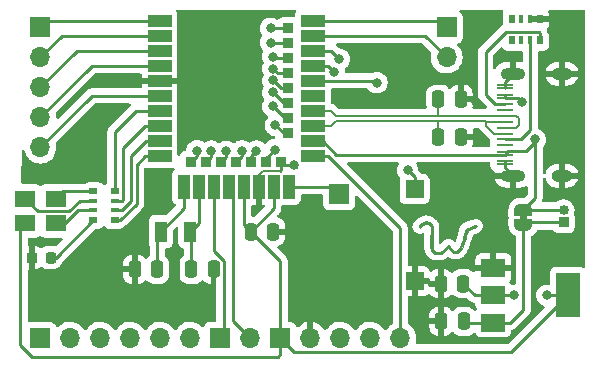
<source format=gbr>
%TF.GenerationSoftware,KiCad,Pcbnew,(5.99.0-9526-g5c17ff0595)*%
%TF.CreationDate,2021-04-11T22:42:18-05:00*%
%TF.ProjectId,E73_Devboard,4537335f-4465-4766-926f-6172642e6b69,rev?*%
%TF.SameCoordinates,Original*%
%TF.FileFunction,Copper,L1,Top*%
%TF.FilePolarity,Positive*%
%FSLAX46Y46*%
G04 Gerber Fmt 4.6, Leading zero omitted, Abs format (unit mm)*
G04 Created by KiCad (PCBNEW (5.99.0-9526-g5c17ff0595)) date 2021-04-11 22:42:18*
%MOMM*%
%LPD*%
G01*
G04 APERTURE LIST*
G04 Aperture macros list*
%AMRoundRect*
0 Rectangle with rounded corners*
0 $1 Rounding radius*
0 $2 $3 $4 $5 $6 $7 $8 $9 X,Y pos of 4 corners*
0 Add a 4 corners polygon primitive as box body*
4,1,4,$2,$3,$4,$5,$6,$7,$8,$9,$2,$3,0*
0 Add four circle primitives for the rounded corners*
1,1,$1+$1,$2,$3*
1,1,$1+$1,$4,$5*
1,1,$1+$1,$6,$7*
1,1,$1+$1,$8,$9*
0 Add four rect primitives between the rounded corners*
20,1,$1+$1,$2,$3,$4,$5,0*
20,1,$1+$1,$4,$5,$6,$7,0*
20,1,$1+$1,$6,$7,$8,$9,0*
20,1,$1+$1,$8,$9,$2,$3,0*%
%AMFreePoly0*
4,1,22,0.500000,-0.750000,0.000000,-0.750000,0.000000,-0.745033,-0.079941,-0.743568,-0.215256,-0.701293,-0.333266,-0.622738,-0.424486,-0.514219,-0.481581,-0.384460,-0.499164,-0.250000,-0.500000,-0.250000,-0.500000,0.250000,-0.499164,0.250000,-0.499963,0.256109,-0.478152,0.396186,-0.417904,0.524511,-0.324060,0.630769,-0.204165,0.706417,-0.067858,0.745374,0.000000,0.744959,0.000000,0.750000,
0.500000,0.750000,0.500000,-0.750000,0.500000,-0.750000,$1*%
%AMFreePoly1*
4,1,20,0.000000,0.744959,0.073905,0.744508,0.209726,0.703889,0.328688,0.626782,0.421226,0.519385,0.479903,0.390333,0.500000,0.250000,0.500000,-0.250000,0.499851,-0.262216,0.476331,-0.402017,0.414519,-0.529596,0.319384,-0.634700,0.198574,-0.708877,0.061801,-0.746166,0.000000,-0.745033,0.000000,-0.750000,-0.500000,-0.750000,-0.500000,0.750000,0.000000,0.750000,0.000000,0.744959,
0.000000,0.744959,$1*%
G04 Aperture macros list end*
%TA.AperFunction,EtchedComponent*%
%ADD10C,0.010000*%
%TD*%
%TA.AperFunction,SMDPad,CuDef*%
%ADD11R,1.500000X1.500000*%
%TD*%
%TA.AperFunction,SMDPad,CuDef*%
%ADD12R,1.000000X1.800000*%
%TD*%
%TA.AperFunction,SMDPad,CuDef*%
%ADD13R,0.900000X0.900000*%
%TD*%
%TA.AperFunction,SMDPad,CuDef*%
%ADD14R,2.000000X1.000000*%
%TD*%
%TA.AperFunction,SMDPad,CuDef*%
%ADD15R,1.000000X2.000000*%
%TD*%
%TA.AperFunction,SMDPad,CuDef*%
%ADD16R,2.000000X1.500000*%
%TD*%
%TA.AperFunction,SMDPad,CuDef*%
%ADD17R,2.000000X3.800000*%
%TD*%
%TA.AperFunction,SMDPad,CuDef*%
%ADD18R,0.800000X0.500000*%
%TD*%
%TA.AperFunction,SMDPad,CuDef*%
%ADD19R,0.800000X0.400000*%
%TD*%
%TA.AperFunction,SMDPad,CuDef*%
%ADD20R,0.500000X0.800000*%
%TD*%
%TA.AperFunction,SMDPad,CuDef*%
%ADD21R,0.400000X0.800000*%
%TD*%
%TA.AperFunction,SMDPad,CuDef*%
%ADD22R,1.400000X0.250000*%
%TD*%
%TA.AperFunction,ComponentPad*%
%ADD23O,1.800000X1.000000*%
%TD*%
%TA.AperFunction,ComponentPad*%
%ADD24O,2.100000X1.000000*%
%TD*%
%TA.AperFunction,SMDPad,CuDef*%
%ADD25FreePoly0,270.000000*%
%TD*%
%TA.AperFunction,SMDPad,CuDef*%
%ADD26FreePoly1,270.000000*%
%TD*%
%TA.AperFunction,ComponentPad*%
%ADD27O,1.700000X1.700000*%
%TD*%
%TA.AperFunction,ComponentPad*%
%ADD28R,1.700000X1.700000*%
%TD*%
%TA.AperFunction,ComponentPad*%
%ADD29O,0.850000X0.850000*%
%TD*%
%TA.AperFunction,ComponentPad*%
%ADD30R,0.850000X0.850000*%
%TD*%
%TA.AperFunction,SMDPad,CuDef*%
%ADD31RoundRect,0.218750X-0.218750X-0.256250X0.218750X-0.256250X0.218750X0.256250X-0.218750X0.256250X0*%
%TD*%
%TA.AperFunction,SMDPad,CuDef*%
%ADD32R,1.800000X1.400000*%
%TD*%
%TA.AperFunction,SMDPad,CuDef*%
%ADD33RoundRect,0.250000X-0.250000X-0.475000X0.250000X-0.475000X0.250000X0.475000X-0.250000X0.475000X0*%
%TD*%
%TA.AperFunction,SMDPad,CuDef*%
%ADD34RoundRect,0.250000X0.250000X0.475000X-0.250000X0.475000X-0.250000X-0.475000X0.250000X-0.475000X0*%
%TD*%
%TA.AperFunction,ViaPad*%
%ADD35C,0.800000*%
%TD*%
%TA.AperFunction,Conductor*%
%ADD36C,0.200000*%
%TD*%
%TA.AperFunction,Conductor*%
%ADD37C,0.250000*%
%TD*%
G04 APERTURE END LIST*
D10*
%TO.C,Ref\u002A\u002A*%
X161769413Y-83779101D02*
X161952476Y-83871441D01*
X161952476Y-83871441D02*
X162088408Y-84005243D01*
X162088408Y-84005243D02*
X162095789Y-84016445D01*
X162095789Y-84016445D02*
X162134296Y-84086560D01*
X162134296Y-84086560D02*
X162155787Y-84161161D01*
X162155787Y-84161161D02*
X162162260Y-84261906D01*
X162162260Y-84261906D02*
X162155713Y-84410454D01*
X162155713Y-84410454D02*
X162144912Y-84549000D01*
X162144912Y-84549000D02*
X162131318Y-84757176D01*
X162131318Y-84757176D02*
X162120127Y-85015106D01*
X162120127Y-85015106D02*
X162112606Y-85287886D01*
X162112606Y-85287886D02*
X162110038Y-85509064D01*
X162110038Y-85509064D02*
X162110779Y-85741042D01*
X162110779Y-85741042D02*
X162115613Y-85905025D01*
X162115613Y-85905025D02*
X162126695Y-86017664D01*
X162126695Y-86017664D02*
X162146180Y-86095610D01*
X162146180Y-86095610D02*
X162176225Y-86155512D01*
X162176225Y-86155512D02*
X162197732Y-86186397D01*
X162197732Y-86186397D02*
X162283602Y-86271274D01*
X162283602Y-86271274D02*
X162397178Y-86311004D01*
X162397178Y-86311004D02*
X162470016Y-86319227D01*
X162470016Y-86319227D02*
X162717890Y-86300096D01*
X162717890Y-86300096D02*
X162945719Y-86202890D01*
X162945719Y-86202890D02*
X163159344Y-86024818D01*
X163159344Y-86024818D02*
X163214224Y-85963825D01*
X163214224Y-85963825D02*
X163318892Y-85850241D01*
X163318892Y-85850241D02*
X163409066Y-85768178D01*
X163409066Y-85768178D02*
X163466141Y-85734453D01*
X163466141Y-85734453D02*
X163468112Y-85734334D01*
X163468112Y-85734334D02*
X163523755Y-85767452D01*
X163523755Y-85767452D02*
X163597182Y-85851096D01*
X163597182Y-85851096D02*
X163629505Y-85898393D01*
X163629505Y-85898393D02*
X163776869Y-86089127D01*
X163776869Y-86089127D02*
X163926913Y-86203226D01*
X163926913Y-86203226D02*
X164074284Y-86239020D01*
X164074284Y-86239020D02*
X164213631Y-86194837D01*
X164213631Y-86194837D02*
X164307971Y-86110223D01*
X164307971Y-86110223D02*
X164388653Y-86001415D01*
X164388653Y-86001415D02*
X164458934Y-85873458D01*
X164458934Y-85873458D02*
X164526082Y-85709221D01*
X164526082Y-85709221D02*
X164597364Y-85491574D01*
X164597364Y-85491574D02*
X164655985Y-85289834D01*
X164655985Y-85289834D02*
X164715450Y-85079010D01*
X164715450Y-85079010D02*
X164777683Y-84859557D01*
X164777683Y-84859557D02*
X164831333Y-84671471D01*
X164831333Y-84671471D02*
X164842246Y-84633442D01*
X164842246Y-84633442D02*
X164921416Y-84358050D01*
X164921416Y-84358050D02*
X165349565Y-84194582D01*
X165349565Y-84194582D02*
X165567567Y-84115972D01*
X165567567Y-84115972D02*
X165715998Y-84073703D01*
X165715998Y-84073703D02*
X165801001Y-84066227D01*
X165801001Y-84066227D02*
X165822145Y-84075545D01*
X165822145Y-84075545D02*
X165852677Y-84134474D01*
X165852677Y-84134474D02*
X165819740Y-84194145D01*
X165819740Y-84194145D02*
X165717286Y-84259634D01*
X165717286Y-84259634D02*
X165539270Y-84336021D01*
X165539270Y-84336021D02*
X165489887Y-84354600D01*
X165489887Y-84354600D02*
X165330263Y-84416840D01*
X165330263Y-84416840D02*
X165199296Y-84473866D01*
X165199296Y-84473866D02*
X165119270Y-84515783D01*
X165119270Y-84515783D02*
X165108527Y-84523933D01*
X165108527Y-84523933D02*
X165080315Y-84580037D01*
X165080315Y-84580037D02*
X165036526Y-84701746D01*
X165036526Y-84701746D02*
X164982553Y-84872637D01*
X164982553Y-84872637D02*
X164923790Y-85076288D01*
X164923790Y-85076288D02*
X164907251Y-85136804D01*
X164907251Y-85136804D02*
X164796737Y-85518610D01*
X164796737Y-85518610D02*
X164690651Y-85823568D01*
X164690651Y-85823568D02*
X164584846Y-86059062D01*
X164584846Y-86059062D02*
X164475173Y-86232475D01*
X164475173Y-86232475D02*
X164357485Y-86351190D01*
X164357485Y-86351190D02*
X164227635Y-86422591D01*
X164227635Y-86422591D02*
X164176069Y-86438398D01*
X164176069Y-86438398D02*
X164002379Y-86441191D01*
X164002379Y-86441191D02*
X163818574Y-86374646D01*
X163818574Y-86374646D02*
X163646259Y-86247924D01*
X163646259Y-86247924D02*
X163592569Y-86190944D01*
X163592569Y-86190944D02*
X163441511Y-86014467D01*
X163441511Y-86014467D02*
X163271542Y-86191355D01*
X163271542Y-86191355D02*
X163087034Y-86357866D01*
X163087034Y-86357866D02*
X162903712Y-86460737D01*
X162903712Y-86460737D02*
X162690918Y-86514778D01*
X162690918Y-86514778D02*
X162576413Y-86527186D01*
X162576413Y-86527186D02*
X162418971Y-86533485D01*
X162418971Y-86533485D02*
X162309906Y-86517957D01*
X162309906Y-86517957D02*
X162214244Y-86473620D01*
X162214244Y-86473620D02*
X162172334Y-86446552D01*
X162172334Y-86446552D02*
X162044087Y-86318677D01*
X162044087Y-86318677D02*
X161952698Y-86131493D01*
X161952698Y-86131493D02*
X161897655Y-85881317D01*
X161897655Y-85881317D02*
X161878449Y-85564461D01*
X161878449Y-85564461D02*
X161894569Y-85177242D01*
X161894569Y-85177242D02*
X161939182Y-84763076D01*
X161939182Y-84763076D02*
X161967945Y-84511873D01*
X161967945Y-84511873D02*
X161975189Y-84328459D01*
X161975189Y-84328459D02*
X161957137Y-84197833D01*
X161957137Y-84197833D02*
X161910009Y-84104997D01*
X161910009Y-84104997D02*
X161830027Y-84034951D01*
X161830027Y-84034951D02*
X161743702Y-83987122D01*
X161743702Y-83987122D02*
X161598658Y-83942101D01*
X161598658Y-83942101D02*
X161460297Y-83960585D01*
X161460297Y-83960585D02*
X161312541Y-84047350D01*
X161312541Y-84047350D02*
X161196579Y-84149650D01*
X161196579Y-84149650D02*
X161101116Y-84235110D01*
X161101116Y-84235110D02*
X161038509Y-84265811D01*
X161038509Y-84265811D02*
X160986292Y-84251090D01*
X160986292Y-84251090D02*
X160973527Y-84242361D01*
X160973527Y-84242361D02*
X160926073Y-84197661D01*
X160926073Y-84197661D02*
X160932352Y-84148669D01*
X160932352Y-84148669D02*
X160970525Y-84089482D01*
X160970525Y-84089482D02*
X161079960Y-83976072D01*
X161079960Y-83976072D02*
X161232501Y-83869287D01*
X161232501Y-83869287D02*
X161397405Y-83786782D01*
X161397405Y-83786782D02*
X161543928Y-83746212D01*
X161543928Y-83746212D02*
X161570974Y-83744667D01*
X161570974Y-83744667D02*
X161769413Y-83779101D01*
X161769413Y-83779101D02*
X161769413Y-83779101D01*
G36*
X161769413Y-83779101D02*
G01*
X161952476Y-83871441D01*
X162088408Y-84005243D01*
X162095789Y-84016445D01*
X162134296Y-84086560D01*
X162155787Y-84161161D01*
X162162260Y-84261906D01*
X162155713Y-84410454D01*
X162144912Y-84549000D01*
X162131318Y-84757176D01*
X162120127Y-85015106D01*
X162112606Y-85287886D01*
X162110038Y-85509064D01*
X162110779Y-85741042D01*
X162115613Y-85905025D01*
X162126695Y-86017664D01*
X162146180Y-86095610D01*
X162176225Y-86155512D01*
X162197732Y-86186397D01*
X162283602Y-86271274D01*
X162397178Y-86311004D01*
X162470016Y-86319227D01*
X162717890Y-86300096D01*
X162945719Y-86202890D01*
X163159344Y-86024818D01*
X163214224Y-85963825D01*
X163318892Y-85850241D01*
X163409066Y-85768178D01*
X163466141Y-85734453D01*
X163468112Y-85734334D01*
X163523755Y-85767452D01*
X163597182Y-85851096D01*
X163629505Y-85898393D01*
X163776869Y-86089127D01*
X163926913Y-86203226D01*
X164074284Y-86239020D01*
X164213631Y-86194837D01*
X164307971Y-86110223D01*
X164388653Y-86001415D01*
X164458934Y-85873458D01*
X164526082Y-85709221D01*
X164597364Y-85491574D01*
X164655985Y-85289834D01*
X164715450Y-85079010D01*
X164777683Y-84859557D01*
X164831333Y-84671471D01*
X164842246Y-84633442D01*
X164921416Y-84358050D01*
X165349565Y-84194582D01*
X165567567Y-84115972D01*
X165715998Y-84073703D01*
X165801001Y-84066227D01*
X165822145Y-84075545D01*
X165852677Y-84134474D01*
X165819740Y-84194145D01*
X165717286Y-84259634D01*
X165539270Y-84336021D01*
X165489887Y-84354600D01*
X165330263Y-84416840D01*
X165199296Y-84473866D01*
X165119270Y-84515783D01*
X165108527Y-84523933D01*
X165080315Y-84580037D01*
X165036526Y-84701746D01*
X164982553Y-84872637D01*
X164923790Y-85076288D01*
X164907251Y-85136804D01*
X164796737Y-85518610D01*
X164690651Y-85823568D01*
X164584846Y-86059062D01*
X164475173Y-86232475D01*
X164357485Y-86351190D01*
X164227635Y-86422591D01*
X164176069Y-86438398D01*
X164002379Y-86441191D01*
X163818574Y-86374646D01*
X163646259Y-86247924D01*
X163592569Y-86190944D01*
X163441511Y-86014467D01*
X163271542Y-86191355D01*
X163087034Y-86357866D01*
X162903712Y-86460737D01*
X162690918Y-86514778D01*
X162576413Y-86527186D01*
X162418971Y-86533485D01*
X162309906Y-86517957D01*
X162214244Y-86473620D01*
X162172334Y-86446552D01*
X162044087Y-86318677D01*
X161952698Y-86131493D01*
X161897655Y-85881317D01*
X161878449Y-85564461D01*
X161894569Y-85177242D01*
X161939182Y-84763076D01*
X161967945Y-84511873D01*
X161975189Y-84328459D01*
X161957137Y-84197833D01*
X161910009Y-84104997D01*
X161830027Y-84034951D01*
X161743702Y-83987122D01*
X161598658Y-83942101D01*
X161460297Y-83960585D01*
X161312541Y-84047350D01*
X161196579Y-84149650D01*
X161101116Y-84235110D01*
X161038509Y-84265811D01*
X160986292Y-84251090D01*
X160973527Y-84242361D01*
X160926073Y-84197661D01*
X160932352Y-84148669D01*
X160970525Y-84089482D01*
X161079960Y-83976072D01*
X161232501Y-83869287D01*
X161397405Y-83786782D01*
X161543928Y-83746212D01*
X161570974Y-83744667D01*
X161769413Y-83779101D01*
G37*
X161769413Y-83779101D02*
X161952476Y-83871441D01*
X162088408Y-84005243D01*
X162095789Y-84016445D01*
X162134296Y-84086560D01*
X162155787Y-84161161D01*
X162162260Y-84261906D01*
X162155713Y-84410454D01*
X162144912Y-84549000D01*
X162131318Y-84757176D01*
X162120127Y-85015106D01*
X162112606Y-85287886D01*
X162110038Y-85509064D01*
X162110779Y-85741042D01*
X162115613Y-85905025D01*
X162126695Y-86017664D01*
X162146180Y-86095610D01*
X162176225Y-86155512D01*
X162197732Y-86186397D01*
X162283602Y-86271274D01*
X162397178Y-86311004D01*
X162470016Y-86319227D01*
X162717890Y-86300096D01*
X162945719Y-86202890D01*
X163159344Y-86024818D01*
X163214224Y-85963825D01*
X163318892Y-85850241D01*
X163409066Y-85768178D01*
X163466141Y-85734453D01*
X163468112Y-85734334D01*
X163523755Y-85767452D01*
X163597182Y-85851096D01*
X163629505Y-85898393D01*
X163776869Y-86089127D01*
X163926913Y-86203226D01*
X164074284Y-86239020D01*
X164213631Y-86194837D01*
X164307971Y-86110223D01*
X164388653Y-86001415D01*
X164458934Y-85873458D01*
X164526082Y-85709221D01*
X164597364Y-85491574D01*
X164655985Y-85289834D01*
X164715450Y-85079010D01*
X164777683Y-84859557D01*
X164831333Y-84671471D01*
X164842246Y-84633442D01*
X164921416Y-84358050D01*
X165349565Y-84194582D01*
X165567567Y-84115972D01*
X165715998Y-84073703D01*
X165801001Y-84066227D01*
X165822145Y-84075545D01*
X165852677Y-84134474D01*
X165819740Y-84194145D01*
X165717286Y-84259634D01*
X165539270Y-84336021D01*
X165489887Y-84354600D01*
X165330263Y-84416840D01*
X165199296Y-84473866D01*
X165119270Y-84515783D01*
X165108527Y-84523933D01*
X165080315Y-84580037D01*
X165036526Y-84701746D01*
X164982553Y-84872637D01*
X164923790Y-85076288D01*
X164907251Y-85136804D01*
X164796737Y-85518610D01*
X164690651Y-85823568D01*
X164584846Y-86059062D01*
X164475173Y-86232475D01*
X164357485Y-86351190D01*
X164227635Y-86422591D01*
X164176069Y-86438398D01*
X164002379Y-86441191D01*
X163818574Y-86374646D01*
X163646259Y-86247924D01*
X163592569Y-86190944D01*
X163441511Y-86014467D01*
X163271542Y-86191355D01*
X163087034Y-86357866D01*
X162903712Y-86460737D01*
X162690918Y-86514778D01*
X162576413Y-86527186D01*
X162418971Y-86533485D01*
X162309906Y-86517957D01*
X162214244Y-86473620D01*
X162172334Y-86446552D01*
X162044087Y-86318677D01*
X161952698Y-86131493D01*
X161897655Y-85881317D01*
X161878449Y-85564461D01*
X161894569Y-85177242D01*
X161939182Y-84763076D01*
X161967945Y-84511873D01*
X161975189Y-84328459D01*
X161957137Y-84197833D01*
X161910009Y-84104997D01*
X161830027Y-84034951D01*
X161743702Y-83987122D01*
X161598658Y-83942101D01*
X161460297Y-83960585D01*
X161312541Y-84047350D01*
X161196579Y-84149650D01*
X161101116Y-84235110D01*
X161038509Y-84265811D01*
X160986292Y-84251090D01*
X160973527Y-84242361D01*
X160926073Y-84197661D01*
X160932352Y-84148669D01*
X160970525Y-84089482D01*
X161079960Y-83976072D01*
X161232501Y-83869287D01*
X161397405Y-83786782D01*
X161543928Y-83746212D01*
X161570974Y-83744667D01*
X161769413Y-83779101D01*
%TO.C,JP1*%
G36*
X170100000Y-83650000D02*
G01*
X169500000Y-83650000D01*
X169500000Y-83150000D01*
X170100000Y-83150000D01*
X170100000Y-83650000D01*
G37*
%TD*%
D11*
%TO.P,SW1,2,B*%
%TO.N,VSS*%
X160600000Y-88800000D03*
%TO.P,SW1,1,A*%
%TO.N,Net-(SW1-Pad1)*%
X160600000Y-81000000D03*
%TD*%
D12*
%TO.P,Y1,2,2*%
%TO.N,Net-(C5-Pad2)*%
X139100000Y-84600000D03*
%TO.P,Y1,1,1*%
%TO.N,Net-(C6-Pad1)*%
X141600000Y-84600000D03*
%TD*%
D13*
%TO.P,U2,42,P1.06*%
%TO.N,Net-(J8-Pad8)*%
X149900000Y-67405000D03*
%TO.P,U2,40,P1.04*%
%TO.N,Net-(J8-Pad7)*%
X149900000Y-68675000D03*
%TO.P,U2,38,P1.02*%
%TO.N,Net-(J8-Pad6)*%
X149900000Y-69945000D03*
%TO.P,U2,36,P1.0*%
%TO.N,Net-(J8-Pad5)*%
X149900000Y-71215000D03*
%TO.P,U2,34,P0.22*%
%TO.N,Net-(J8-Pad4)*%
X149900000Y-72485000D03*
%TO.P,U2,32,P0.20*%
%TO.N,Net-(J8-Pad3)*%
X149900000Y-73755000D03*
%TO.P,U2,30,P0.17*%
%TO.N,Net-(J8-Pad2)*%
X149900000Y-75025000D03*
%TO.P,U2,28,P0.15*%
%TO.N,Net-(J8-Pad1)*%
X149900000Y-76295000D03*
%TO.P,U2,24,GND*%
%TO.N,VSS*%
X149310000Y-78700000D03*
%TO.P,U2,22,P0.07*%
%TO.N,Net-(J7-Pad6)*%
X148040000Y-78700000D03*
%TO.P,U2,20,P0.12*%
%TO.N,Net-(J7-Pad5)*%
X146770000Y-78700000D03*
%TO.P,U2,18,P0.04/A2*%
%TO.N,Net-(J7-Pad4)*%
X145500000Y-78700000D03*
%TO.P,U2,16,P0.08*%
%TO.N,Net-(J7-Pad3)*%
X144230000Y-78700000D03*
%TO.P,U2,14,P0.06*%
%TO.N,Net-(J7-Pad2)*%
X142960000Y-78700000D03*
%TO.P,U2,12,P0.26*%
%TO.N,Net-(J7-Pad1)*%
X141690000Y-78700000D03*
D14*
%TO.P,U2,43,NFC2*%
%TO.N,Net-(J3-Pad1)*%
X152000000Y-66770000D03*
%TO.P,U2,41,NFC1*%
%TO.N,Net-(J3-Pad2)*%
X152000000Y-68040000D03*
%TO.P,U2,39,SWD*%
%TO.N,SWD*%
X152000000Y-69310000D03*
%TO.P,U2,37,SWDIO*%
%TO.N,SWDIO*%
X152000000Y-70580000D03*
%TO.P,U2,35,P0.24*%
%TO.N,Net-(SW1-Pad1)*%
X152000000Y-71850000D03*
%TO.P,U2,33,P0.13*%
%TO.N,unconnected-(U2-Pad33)*%
X152000000Y-73120000D03*
%TO.P,U2,31,D+*%
%TO.N,/D+*%
X152000000Y-74390000D03*
%TO.P,U2,29,D-*%
%TO.N,/D-*%
X152000000Y-75660000D03*
%TO.P,U2,27,VBUS*%
%TO.N,VBUS*%
X152000000Y-76930000D03*
%TO.P,U2,26,RST*%
%TO.N,RST*%
X152000000Y-78200000D03*
%TO.P,U2,1,P1.11*%
%TO.N,Net-(J5-Pad1)*%
X139000000Y-66770000D03*
%TO.P,U2,2,P1.10*%
%TO.N,Net-(J5-Pad2)*%
X139000000Y-68040000D03*
%TO.P,U2,3,P0.03*%
%TO.N,Net-(J5-Pad3)*%
X139000000Y-69310000D03*
%TO.P,U2,4,P0.28/A4*%
%TO.N,Net-(J5-Pad4)*%
X139000000Y-70580000D03*
%TO.P,U2,5,GND*%
%TO.N,VSS*%
X139000000Y-71850000D03*
%TO.P,U2,6,P1.13*%
%TO.N,Net-(J5-Pad5)*%
X139000000Y-73120000D03*
%TO.P,U2,7,P0.02/A0*%
%TO.N,Blue*%
X139000000Y-74390000D03*
%TO.P,U2,8,P0.29/A5*%
%TO.N,Green*%
X139000000Y-75660000D03*
%TO.P,U2,9,P0.31/A7*%
%TO.N,Red*%
X139000000Y-76930000D03*
%TO.P,U2,10,P0.30/A6*%
%TO.N,Attention*%
X139000000Y-78200000D03*
D15*
%TO.P,U2,25,DCH*%
%TO.N,Net-(J4-Pad1)*%
X149950000Y-80800000D03*
%TO.P,U2,23,VDDH*%
%TO.N,VCC*%
X148680000Y-80800000D03*
%TO.P,U2,21,GND*%
%TO.N,VSS*%
X147410000Y-80800000D03*
%TO.P,U2,19,VDD*%
%TO.N,VCC*%
X146140000Y-80800000D03*
%TO.P,U2,17,P1.09*%
%TO.N,Net-(J6-Pad2)*%
X144870000Y-80800000D03*
%TO.P,U2,15,P0.5/A3*%
%TO.N,Net-(J6-Pad1)*%
X143600000Y-80800000D03*
%TO.P,U2,13,P0.1/X2*%
%TO.N,Net-(C6-Pad1)*%
X142330000Y-80800000D03*
%TO.P,U2,11,P0.0/X1*%
%TO.N,Net-(C5-Pad2)*%
X141060000Y-80800000D03*
%TD*%
D16*
%TO.P,U1,1,GND*%
%TO.N,VSS*%
X167250000Y-87700000D03*
%TO.P,U1,3,VI*%
%TO.N,Net-(C3-Pad1)*%
X167250000Y-92300000D03*
%TO.P,U1,2,VO*%
%TO.N,VCC*%
X167250000Y-90000000D03*
D17*
X173550000Y-90000000D03*
%TD*%
D18*
%TO.P,RN2,5,R4.2*%
%TO.N,Net-(D2-Pad1)*%
X133400000Y-81200000D03*
D19*
%TO.P,RN2,6,R3.2*%
%TO.N,Net-(D2-Pad2)*%
X133400000Y-82000000D03*
D18*
%TO.P,RN2,8,R1.2*%
%TO.N,Net-(D3-Pad2)*%
X133400000Y-83600000D03*
D19*
%TO.P,RN2,7,R2.2*%
%TO.N,Net-(D2-Pad3)*%
X133400000Y-82800000D03*
D18*
%TO.P,RN2,4,R4.1*%
%TO.N,Blue*%
X135200000Y-81200000D03*
D19*
%TO.P,RN2,2,R2.1*%
%TO.N,Red*%
X135200000Y-82800000D03*
%TO.P,RN2,3,R3.1*%
%TO.N,Green*%
X135200000Y-82000000D03*
D18*
%TO.P,RN2,1,R1.1*%
%TO.N,Attention*%
X135200000Y-83600000D03*
%TD*%
D20*
%TO.P,RN1,5,R4.2*%
%TO.N,unconnected-(RN1-Pad5)*%
X168800000Y-68400000D03*
D21*
%TO.P,RN1,6,R3.2*%
%TO.N,unconnected-(RN1-Pad6)*%
X169600000Y-68400000D03*
D20*
%TO.P,RN1,8,R1.2*%
%TO.N,Net-(P1-PadB5)*%
X171200000Y-68400000D03*
D21*
%TO.P,RN1,7,R2.2*%
%TO.N,Net-(P1-PadA5)*%
X170400000Y-68400000D03*
D20*
%TO.P,RN1,4,R4.1*%
%TO.N,unconnected-(RN1-Pad4)*%
X168800000Y-66600000D03*
D21*
%TO.P,RN1,2,R2.1*%
%TO.N,VSS*%
X170400000Y-66600000D03*
%TO.P,RN1,3,R3.1*%
%TO.N,unconnected-(RN1-Pad3)*%
X169600000Y-66600000D03*
D20*
%TO.P,RN1,1,R1.1*%
%TO.N,VSS*%
X171200000Y-66600000D03*
%TD*%
D22*
%TO.P,P1,A12,GND*%
%TO.N,VSS*%
X168212500Y-72225000D03*
%TO.P,P1,B1,GND*%
X168212500Y-72475000D03*
%TO.P,P1,A9,VBUS*%
%TO.N,VBUS*%
X168212500Y-73025000D03*
%TO.P,P1,B4,VBUS*%
X168212500Y-73275000D03*
%TO.P,P1,B9,VBUS*%
X168212500Y-77825000D03*
%TO.P,P1,A4,VBUS*%
X168212500Y-78075000D03*
%TO.P,P1,B12,GND*%
%TO.N,VSS*%
X168212500Y-78625000D03*
%TO.P,P1,A1,GND*%
X168212500Y-78875000D03*
%TO.P,P1,A8,SBU1*%
%TO.N,unconnected-(P1-PadA8)*%
X168212500Y-77300000D03*
%TO.P,P1,B5,VCONN*%
%TO.N,Net-(P1-PadB5)*%
X168212500Y-73800000D03*
%TO.P,P1,A5,CC*%
%TO.N,Net-(P1-PadA5)*%
X168212500Y-76800000D03*
%TO.P,P1,B8,SBU2*%
%TO.N,unconnected-(P1-PadB8)*%
X168212500Y-74300000D03*
%TO.P,P1,B6,D+*%
%TO.N,/D+*%
X168212500Y-74800000D03*
%TO.P,P1,B7,D-*%
%TO.N,/D-*%
X168212500Y-76300000D03*
%TO.P,P1,A6,D+*%
%TO.N,/D+*%
X168212500Y-75800000D03*
%TO.P,P1,A7,D-*%
%TO.N,/D-*%
X168212500Y-75300000D03*
D23*
%TO.P,P1,S1,SHIELD*%
%TO.N,VSS*%
X173062500Y-71230000D03*
X173062500Y-79870000D03*
D24*
X168912500Y-71230000D03*
X168912500Y-79870000D03*
%TD*%
D25*
%TO.P,JP1,1,1*%
%TO.N,VBUS*%
X169800000Y-82750000D03*
D26*
%TO.P,JP1,2,2*%
%TO.N,Net-(C3-Pad1)*%
X169800000Y-84050000D03*
%TD*%
D27*
%TO.P,J7,6,Pin_6*%
%TO.N,Net-(J7-Pad6)*%
X141580000Y-93600000D03*
%TO.P,J7,5,Pin_5*%
%TO.N,Net-(J7-Pad5)*%
X139040000Y-93600000D03*
%TO.P,J7,4,Pin_4*%
%TO.N,Net-(J7-Pad4)*%
X136500000Y-93600000D03*
%TO.P,J7,3,Pin_3*%
%TO.N,Net-(J7-Pad3)*%
X133960000Y-93600000D03*
%TO.P,J7,2,Pin_2*%
%TO.N,Net-(J7-Pad2)*%
X131420000Y-93600000D03*
D28*
%TO.P,J7,1,Pin_1*%
%TO.N,Net-(J7-Pad1)*%
X128880000Y-93600000D03*
%TD*%
D27*
%TO.P,J6,2,Pin_2*%
%TO.N,Net-(J6-Pad2)*%
X146665000Y-93600000D03*
D28*
%TO.P,J6,1,Pin_1*%
%TO.N,Net-(J6-Pad1)*%
X144125000Y-93600000D03*
%TD*%
D27*
%TO.P,J5,5,Pin_5*%
%TO.N,Net-(J5-Pad5)*%
X128900000Y-77480000D03*
%TO.P,J5,4,Pin_4*%
%TO.N,Net-(J5-Pad4)*%
X128900000Y-74940000D03*
%TO.P,J5,3,Pin_3*%
%TO.N,Net-(J5-Pad3)*%
X128900000Y-72400000D03*
%TO.P,J5,2,Pin_2*%
%TO.N,Net-(J5-Pad2)*%
X128900000Y-69860000D03*
D28*
%TO.P,J5,1,Pin_1*%
%TO.N,Net-(J5-Pad1)*%
X128900000Y-67320000D03*
%TD*%
%TO.P,J4,1,Pin_1*%
%TO.N,Net-(J4-Pad1)*%
X154200000Y-81400000D03*
%TD*%
D27*
%TO.P,J3,2,Pin_2*%
%TO.N,Net-(J3-Pad2)*%
X163300000Y-69840000D03*
D28*
%TO.P,J3,1,Pin_1*%
%TO.N,Net-(J3-Pad1)*%
X163300000Y-67300000D03*
%TD*%
D29*
%TO.P,J2,2,Pin_2*%
%TO.N,VBUS*%
X173200000Y-82800000D03*
D30*
%TO.P,J2,1,Pin_1*%
%TO.N,Net-(C3-Pad1)*%
X173200000Y-83800000D03*
%TD*%
D27*
%TO.P,J1,5,Pin_5*%
%TO.N,RST*%
X159365000Y-93600000D03*
%TO.P,J1,4,Pin_4*%
%TO.N,SWD*%
X156825000Y-93600000D03*
%TO.P,J1,3,Pin_3*%
%TO.N,SWDIO*%
X154285000Y-93600000D03*
%TO.P,J1,2,Pin_2*%
%TO.N,VSS*%
X151745000Y-93600000D03*
D28*
%TO.P,J1,1,Pin_1*%
%TO.N,VCC*%
X149205000Y-93600000D03*
%TD*%
D31*
%TO.P,D3,2,A*%
%TO.N,Net-(D3-Pad2)*%
X129787500Y-86800000D03*
%TO.P,D3,1,K*%
%TO.N,VSS*%
X128212500Y-86800000D03*
%TD*%
D32*
%TO.P,D2,4,A*%
%TO.N,VCC*%
X127600000Y-83900000D03*
%TO.P,D2,3,RK*%
%TO.N,Net-(D2-Pad3)*%
X130200000Y-83900000D03*
%TO.P,D2,2,GK*%
%TO.N,Net-(D2-Pad2)*%
X127600000Y-81800000D03*
%TO.P,D2,1,BK*%
%TO.N,Net-(D2-Pad1)*%
X130200000Y-81800000D03*
%TD*%
D33*
%TO.P,C7,2*%
%TO.N,VSS*%
X148600000Y-84600000D03*
%TO.P,C7,1*%
%TO.N,VCC*%
X146700000Y-84600000D03*
%TD*%
%TO.P,C6,2*%
%TO.N,VSS*%
X143600000Y-87800000D03*
%TO.P,C6,1*%
%TO.N,Net-(C6-Pad1)*%
X141700000Y-87800000D03*
%TD*%
%TO.P,C5,2*%
%TO.N,Net-(C5-Pad2)*%
X138800000Y-87800000D03*
%TO.P,C5,1*%
%TO.N,VSS*%
X136900000Y-87800000D03*
%TD*%
D34*
%TO.P,C4,2*%
%TO.N,VSS*%
X162800000Y-89000000D03*
%TO.P,C4,1*%
%TO.N,VCC*%
X164700000Y-89000000D03*
%TD*%
%TO.P,C3,2*%
%TO.N,VSS*%
X162850000Y-92200000D03*
%TO.P,C3,1*%
%TO.N,Net-(C3-Pad1)*%
X164750000Y-92200000D03*
%TD*%
D33*
%TO.P,C2,2*%
%TO.N,VSS*%
X164500000Y-76600000D03*
%TO.P,C2,1*%
%TO.N,/D-*%
X162600000Y-76600000D03*
%TD*%
%TO.P,C1,2*%
%TO.N,VSS*%
X164500000Y-73400000D03*
%TO.P,C1,1*%
%TO.N,/D+*%
X162600000Y-73400000D03*
%TD*%
D35*
%TO.N,VSS*%
X150400000Y-79000000D03*
X165800000Y-73600000D03*
X166200000Y-76600000D03*
X173400000Y-75400000D03*
X164800000Y-83400000D03*
X152200000Y-88400000D03*
X138200000Y-80800000D03*
X134200000Y-76000000D03*
X134800000Y-71800000D03*
%TO.N,Net-(J7-Pad1)*%
X142169616Y-77755895D03*
%TO.N,Net-(J7-Pad2)*%
X143392891Y-77791581D03*
%TO.N,Net-(J7-Pad3)*%
X144625735Y-77800000D03*
%TO.N,Net-(J7-Pad4)*%
X145972285Y-77761026D03*
%TO.N,Net-(J7-Pad5)*%
X147197040Y-77796585D03*
%TO.N,Net-(J7-Pad6)*%
X148780702Y-77655262D03*
%TO.N,VCC*%
X171800000Y-90000000D03*
X169000000Y-90000000D03*
%TO.N,VBUS*%
X169675000Y-73600000D03*
X170800000Y-76800000D03*
%TO.N,SWDIO*%
X153800000Y-71125000D03*
%TO.N,SWD*%
X154200000Y-70000000D03*
%TO.N,Net-(SW1-Pad1)*%
X157400000Y-72000000D03*
X160000000Y-79400000D03*
%TO.N,Net-(J8-Pad1)*%
X148800000Y-75600000D03*
%TO.N,Net-(J8-Pad2)*%
X148600000Y-74000000D03*
%TO.N,Net-(J8-Pad3)*%
X148585115Y-72821225D03*
%TO.N,Net-(J8-Pad4)*%
X148595516Y-71806320D03*
%TO.N,Net-(J8-Pad5)*%
X148600000Y-70800000D03*
%TO.N,Net-(J8-Pad6)*%
X148600000Y-69800000D03*
%TO.N,Net-(J8-Pad7)*%
X148400000Y-68600000D03*
%TO.N,Net-(J8-Pad8)*%
X148400000Y-67400000D03*
%TD*%
D36*
%TO.N,/D+*%
X152000000Y-74390000D02*
X153500001Y-74390000D01*
X153910001Y-74800000D02*
X162600000Y-74800000D01*
%TO.N,/D-*%
X152000000Y-75660000D02*
X153500001Y-75660000D01*
%TO.N,/D+*%
X153500001Y-74390000D02*
X153910001Y-74800000D01*
%TO.N,/D-*%
X153500001Y-75660000D02*
X153910001Y-75250000D01*
X153910001Y-75250000D02*
X162650000Y-75250000D01*
%TO.N,/D+*%
X162600000Y-74800000D02*
X168212500Y-74800000D01*
D37*
%TO.N,VSS*%
X150400000Y-79000000D02*
X149610000Y-79000000D01*
X149610000Y-79000000D02*
X149310000Y-78700000D01*
D36*
X147724989Y-79475011D02*
X148599978Y-79475011D01*
X148599978Y-79475011D02*
X148600000Y-79474989D01*
D37*
X149310000Y-78700000D02*
X149310000Y-79400000D01*
X149310000Y-79400000D02*
X149235011Y-79474989D01*
D36*
X149235011Y-79474989D02*
X148600000Y-79474989D01*
X147410000Y-79790000D02*
X147724989Y-79475011D01*
D37*
X147410000Y-80800000D02*
X147410000Y-79790000D01*
%TO.N,VCC*%
X149205000Y-94995000D02*
X149205000Y-93600000D01*
X149000000Y-95200000D02*
X149205000Y-94995000D01*
X127600000Y-83900000D02*
X127200000Y-84300000D01*
X127200000Y-84300000D02*
X127200000Y-94205020D01*
X127200000Y-94205020D02*
X128194980Y-95200000D01*
X128194980Y-95200000D02*
X149000000Y-95200000D01*
%TO.N,VBUS*%
X168212500Y-78075000D02*
X153960020Y-78075000D01*
X153960020Y-78075000D02*
X152815020Y-76930000D01*
X152815020Y-76930000D02*
X152000000Y-76930000D01*
%TO.N,Net-(J5-Pad5)*%
X128900000Y-77480000D02*
X133260000Y-73120000D01*
X133260000Y-73120000D02*
X139000000Y-73120000D01*
%TO.N,VCC*%
X167250000Y-90000000D02*
X165700000Y-90000000D01*
X165700000Y-90000000D02*
X164700000Y-89000000D01*
X149205000Y-93600000D02*
X150380011Y-94775011D01*
X168774989Y-94775011D02*
X173550000Y-90000000D01*
X150380011Y-94775011D02*
X168774989Y-94775011D01*
X146700000Y-84600000D02*
X148680000Y-82620000D01*
X148680000Y-82620000D02*
X148680000Y-80800000D01*
X149205000Y-93600000D02*
X149205000Y-87105000D01*
X149205000Y-87105000D02*
X146700000Y-84600000D01*
%TO.N,Net-(J7-Pad3)*%
X144625735Y-77800000D02*
X144625735Y-78304265D01*
X144625735Y-78304265D02*
X144230000Y-78700000D01*
%TO.N,Net-(J7-Pad2)*%
X143392891Y-78267109D02*
X142960000Y-78700000D01*
X143392891Y-77791581D02*
X143392891Y-78267109D01*
%TO.N,Net-(J7-Pad1)*%
X142169616Y-77755895D02*
X142169616Y-78220384D01*
X142169616Y-78220384D02*
X141690000Y-78700000D01*
%TO.N,Net-(J7-Pad4)*%
X145972285Y-77761026D02*
X145972285Y-78227715D01*
X145972285Y-78227715D02*
X145500000Y-78700000D01*
%TO.N,Net-(J7-Pad5)*%
X146770000Y-78700000D02*
X146770000Y-78223625D01*
X146770000Y-78223625D02*
X147197040Y-77796585D01*
%TO.N,Net-(J7-Pad6)*%
X148040000Y-78700000D02*
X148040000Y-78395964D01*
X148040000Y-78395964D02*
X148780702Y-77655262D01*
X148780702Y-77655262D02*
X148780702Y-77924989D01*
%TO.N,Net-(P1-PadB5)*%
X167400000Y-73800000D02*
X168212500Y-73800000D01*
X171200000Y-68400000D02*
X171200000Y-67750000D01*
X168325011Y-67674989D02*
X166600000Y-69400000D01*
X171200000Y-67750000D02*
X171124989Y-67674989D01*
X171124989Y-67674989D02*
X168325011Y-67674989D01*
X166600000Y-69400000D02*
X166600000Y-73000000D01*
X166600000Y-73000000D02*
X167400000Y-73800000D01*
%TO.N,VCC*%
X167250000Y-90000000D02*
X167400000Y-90000000D01*
X167400000Y-90000000D02*
X169000000Y-90000000D01*
X171800000Y-90000000D02*
X173550000Y-90000000D01*
%TO.N,Net-(C3-Pad1)*%
X167250000Y-92300000D02*
X164850000Y-92300000D01*
X164850000Y-92300000D02*
X164750000Y-92200000D01*
X168700000Y-92300000D02*
X167250000Y-92300000D01*
X169800000Y-84050000D02*
X169800000Y-91200000D01*
X169800000Y-91200000D02*
X168700000Y-92300000D01*
X173200000Y-83800000D02*
X170050000Y-83800000D01*
X170050000Y-83800000D02*
X169800000Y-84050000D01*
%TO.N,VBUS*%
X169800000Y-82750000D02*
X173150000Y-82750000D01*
X173150000Y-82750000D02*
X173200000Y-82800000D01*
X170800000Y-76800000D02*
X170800000Y-81750000D01*
X170800000Y-81750000D02*
X169800000Y-82750000D01*
X170800000Y-77000000D02*
X170000000Y-77800000D01*
X170800000Y-76800000D02*
X170800000Y-77000000D01*
X169350000Y-73275000D02*
X169675000Y-73600000D01*
X168212500Y-73275000D02*
X169350000Y-73275000D01*
X170000000Y-77800000D02*
X168487500Y-77800000D01*
X168487500Y-77800000D02*
X168212500Y-78075000D01*
X168212500Y-73025000D02*
X168212500Y-73275000D01*
%TO.N,Net-(P1-PadA5)*%
X169600000Y-76800000D02*
X170400000Y-76000000D01*
X170400000Y-76000000D02*
X170400000Y-68400000D01*
X168212500Y-76800000D02*
X169600000Y-76800000D01*
%TO.N,VSS*%
X168212500Y-72225000D02*
X168212500Y-71930000D01*
X168212500Y-71930000D02*
X168912500Y-71230000D01*
X168212500Y-72475000D02*
X168212500Y-72225000D01*
X168212500Y-78875000D02*
X168212500Y-79170000D01*
X168212500Y-79170000D02*
X168912500Y-79870000D01*
X168212500Y-78625000D02*
X168212500Y-78875000D01*
%TO.N,VCC*%
X146140000Y-80800000D02*
X146140000Y-84040000D01*
X146140000Y-84040000D02*
X146700000Y-84600000D01*
%TO.N,Attention*%
X139000000Y-78200000D02*
X137800000Y-78200000D01*
X137800000Y-78200000D02*
X137050020Y-78949980D01*
X137050020Y-78949980D02*
X137050020Y-82236404D01*
X137050020Y-82236404D02*
X135686424Y-83600000D01*
X135686424Y-83600000D02*
X135200000Y-83600000D01*
%TO.N,Red*%
X136600000Y-82050000D02*
X136600000Y-78200000D01*
X135850000Y-82800000D02*
X136600000Y-82050000D01*
X135200000Y-82800000D02*
X135850000Y-82800000D01*
X136600000Y-78200000D02*
X137870000Y-76930000D01*
X137870000Y-76930000D02*
X139000000Y-76930000D01*
%TO.N,Green*%
X139000000Y-75660000D02*
X137750000Y-75660000D01*
X137750000Y-75660000D02*
X135925011Y-77484989D01*
X135925011Y-77484989D02*
X135925011Y-81924989D01*
X135925011Y-81924989D02*
X135850000Y-82000000D01*
X135850000Y-82000000D02*
X135200000Y-82000000D01*
%TO.N,Blue*%
X137010000Y-74390000D02*
X139000000Y-74390000D01*
X135200000Y-81200000D02*
X135200000Y-76200000D01*
X135200000Y-76200000D02*
X137010000Y-74390000D01*
%TO.N,Net-(D2-Pad3)*%
X133400000Y-82800000D02*
X132071422Y-82800000D01*
X132071422Y-82800000D02*
X130971422Y-83900000D01*
X130971422Y-83900000D02*
X130200000Y-83900000D01*
%TO.N,Net-(D2-Pad1)*%
X130200000Y-81800000D02*
X130800000Y-81200000D01*
X130800000Y-81200000D02*
X133400000Y-81200000D01*
%TO.N,Net-(D2-Pad2)*%
X133400000Y-82000000D02*
X132234998Y-82000000D01*
X132234998Y-82000000D02*
X131360009Y-82874989D01*
X131360009Y-82874989D02*
X128674989Y-82874989D01*
X128674989Y-82874989D02*
X127600000Y-81800000D01*
%TO.N,Net-(D3-Pad2)*%
X133400000Y-83600000D02*
X130200000Y-86800000D01*
X130200000Y-86800000D02*
X129787500Y-86800000D01*
%TO.N,Net-(J5-Pad4)*%
X139000000Y-70580000D02*
X133260000Y-70580000D01*
X133260000Y-70580000D02*
X128900000Y-74940000D01*
%TO.N,Net-(J5-Pad3)*%
X139000000Y-69310000D02*
X131990000Y-69310000D01*
X131990000Y-69310000D02*
X128900000Y-72400000D01*
%TO.N,Net-(J5-Pad2)*%
X139000000Y-68040000D02*
X130720000Y-68040000D01*
X130720000Y-68040000D02*
X128900000Y-69860000D01*
%TO.N,Net-(J5-Pad1)*%
X128900000Y-67320000D02*
X129450000Y-66770000D01*
X129450000Y-66770000D02*
X139000000Y-66770000D01*
%TO.N,Net-(J6-Pad1)*%
X144425020Y-93299980D02*
X144125000Y-93600000D01*
X143600000Y-86261798D02*
X144425020Y-87086818D01*
X143600000Y-80800000D02*
X143600000Y-86261798D01*
X144425020Y-87086818D02*
X144425020Y-93299980D01*
%TO.N,Net-(J6-Pad2)*%
X144870000Y-80800000D02*
X145200000Y-81130000D01*
X145200000Y-81130000D02*
X145200000Y-92135000D01*
X145200000Y-92135000D02*
X146665000Y-93600000D01*
%TO.N,Net-(C5-Pad2)*%
X141060000Y-80800000D02*
X141060000Y-82640000D01*
X141060000Y-82640000D02*
X139100000Y-84600000D01*
X138800000Y-87800000D02*
X138800000Y-84900000D01*
X138800000Y-84900000D02*
X139100000Y-84600000D01*
%TO.N,Net-(C6-Pad1)*%
X142330000Y-80800000D02*
X142330000Y-83870000D01*
X142330000Y-83870000D02*
X141600000Y-84600000D01*
X141700000Y-87800000D02*
X141700000Y-84700000D01*
X141700000Y-84700000D02*
X141600000Y-84600000D01*
%TO.N,RST*%
X159365000Y-93600000D02*
X159365000Y-84279980D01*
X159365000Y-84279980D02*
X153285020Y-78200000D01*
X153285020Y-78200000D02*
X152000000Y-78200000D01*
%TO.N,SWDIO*%
X153255000Y-70580000D02*
X153800000Y-71125000D01*
X152000000Y-70580000D02*
X153255000Y-70580000D01*
%TO.N,SWD*%
X154000000Y-69800000D02*
X154200000Y-70000000D01*
X152000000Y-69310000D02*
X153510000Y-69310000D01*
X153510000Y-69310000D02*
X154000000Y-69800000D01*
%TO.N,Net-(SW1-Pad1)*%
X160600000Y-81000000D02*
X160600000Y-80000000D01*
X160600000Y-80000000D02*
X160000000Y-79400000D01*
X157400000Y-72000000D02*
X157250000Y-71850000D01*
X157250000Y-71850000D02*
X152000000Y-71850000D01*
%TO.N,Net-(J4-Pad1)*%
X149950000Y-80800000D02*
X153600000Y-80800000D01*
X153600000Y-80800000D02*
X154200000Y-81400000D01*
%TO.N,Net-(J3-Pad2)*%
X152000000Y-68040000D02*
X161500000Y-68040000D01*
X161500000Y-68040000D02*
X163300000Y-69840000D01*
%TO.N,Net-(J3-Pad1)*%
X152000000Y-66770000D02*
X162770000Y-66770000D01*
X162770000Y-66770000D02*
X163300000Y-67300000D01*
%TO.N,Net-(J8-Pad1)*%
X149495000Y-76295000D02*
X148800000Y-75600000D01*
X149900000Y-76295000D02*
X149495000Y-76295000D01*
%TO.N,Net-(J8-Pad2)*%
X149625000Y-75025000D02*
X148600000Y-74000000D01*
X149900000Y-75025000D02*
X149625000Y-75025000D01*
%TO.N,Net-(J8-Pad3)*%
X149518890Y-73755000D02*
X148585115Y-72821225D01*
X149900000Y-73755000D02*
X149518890Y-73755000D01*
%TO.N,Net-(J8-Pad4)*%
X149274196Y-72485000D02*
X148595516Y-71806320D01*
X149900000Y-72485000D02*
X149274196Y-72485000D01*
%TO.N,Net-(J8-Pad5)*%
X149015000Y-71215000D02*
X148600000Y-70800000D01*
X149900000Y-71215000D02*
X149015000Y-71215000D01*
%TO.N,Net-(J8-Pad6)*%
X148745000Y-69945000D02*
X148600000Y-69800000D01*
X149900000Y-69945000D02*
X148745000Y-69945000D01*
%TO.N,Net-(J8-Pad7)*%
X148475000Y-68675000D02*
X148400000Y-68600000D01*
X149900000Y-68675000D02*
X148475000Y-68675000D01*
%TO.N,Net-(J8-Pad8)*%
X148405000Y-67405000D02*
X148400000Y-67400000D01*
X149900000Y-67405000D02*
X148405000Y-67405000D01*
D36*
%TO.N,/D+*%
X169400000Y-75600000D02*
X169400000Y-75000000D01*
X168212500Y-75800000D02*
X169200000Y-75800000D01*
X169200000Y-75800000D02*
X169400000Y-75600000D01*
X169400000Y-75000000D02*
X169200000Y-74800000D01*
X169200000Y-74800000D02*
X168212500Y-74800000D01*
%TO.N,/D-*%
X166660119Y-75300000D02*
X166660119Y-75647619D01*
X166660119Y-75647619D02*
X167312500Y-76300000D01*
X167312500Y-76300000D02*
X168212500Y-76300000D01*
X162650000Y-75250000D02*
X166610119Y-75250000D01*
X162600000Y-75300000D02*
X162650000Y-75250000D01*
X162600000Y-76600000D02*
X162600000Y-75300000D01*
%TO.N,/D+*%
X162600000Y-73400000D02*
X162600000Y-74800000D01*
%TO.N,/D-*%
X166610119Y-75250000D02*
X166660119Y-75300000D01*
X166660119Y-75300000D02*
X168212500Y-75300000D01*
%TO.N,/D+*%
X166610119Y-74800000D02*
X168212500Y-74800000D01*
%TD*%
%TA.AperFunction,Conductor*%
%TO.N,VSS*%
G36*
X174942121Y-65820002D02*
G01*
X174988614Y-65873658D01*
X175000000Y-65926000D01*
X175000000Y-87550680D01*
X174979998Y-87618801D01*
X174926342Y-87665294D01*
X174856068Y-87675398D01*
X174821657Y-87665293D01*
X174702867Y-87611043D01*
X174702864Y-87611042D01*
X174694670Y-87607300D01*
X174685755Y-87606018D01*
X174685754Y-87606018D01*
X174554448Y-87587139D01*
X174554441Y-87587138D01*
X174550000Y-87586500D01*
X172550000Y-87586500D01*
X172476921Y-87591727D01*
X172406818Y-87612311D01*
X172345330Y-87630365D01*
X172345328Y-87630366D01*
X172336684Y-87632904D01*
X172329105Y-87637775D01*
X172221309Y-87707051D01*
X172221306Y-87707053D01*
X172213729Y-87711923D01*
X172207828Y-87718733D01*
X172123918Y-87815569D01*
X172123916Y-87815572D01*
X172118016Y-87822381D01*
X172114272Y-87830579D01*
X172062208Y-87944584D01*
X172057300Y-87955330D01*
X172056018Y-87964245D01*
X172056018Y-87964246D01*
X172037139Y-88095552D01*
X172037138Y-88095559D01*
X172036500Y-88100000D01*
X172036500Y-88967082D01*
X172016498Y-89035203D01*
X171962842Y-89081696D01*
X171898650Y-89092176D01*
X171895487Y-89091504D01*
X171704513Y-89091504D01*
X171698061Y-89092876D01*
X171698056Y-89092876D01*
X171611113Y-89111357D01*
X171517713Y-89131210D01*
X171511683Y-89133895D01*
X171511682Y-89133895D01*
X171349280Y-89206201D01*
X171349278Y-89206202D01*
X171343250Y-89208886D01*
X171337909Y-89212766D01*
X171337908Y-89212767D01*
X171194093Y-89317254D01*
X171194091Y-89317256D01*
X171188749Y-89321137D01*
X171060963Y-89463058D01*
X170965476Y-89628446D01*
X170906462Y-89810073D01*
X170905772Y-89816636D01*
X170905772Y-89816637D01*
X170897167Y-89898509D01*
X170886500Y-90000000D01*
X170887190Y-90006565D01*
X170905135Y-90177297D01*
X170906462Y-90189927D01*
X170908502Y-90196205D01*
X170908502Y-90196206D01*
X170919003Y-90228525D01*
X170965476Y-90371554D01*
X171060963Y-90536942D01*
X171065381Y-90541849D01*
X171065382Y-90541850D01*
X171184327Y-90673952D01*
X171188749Y-90678863D01*
X171194091Y-90682744D01*
X171194093Y-90682746D01*
X171252594Y-90725249D01*
X171343250Y-90791114D01*
X171349278Y-90793798D01*
X171349280Y-90793799D01*
X171511686Y-90866107D01*
X171511689Y-90866108D01*
X171517713Y-90868790D01*
X171524163Y-90870161D01*
X171524683Y-90870330D01*
X171583288Y-90910405D01*
X171610923Y-90975802D01*
X171598815Y-91045759D01*
X171574839Y-91079257D01*
X168549490Y-94104606D01*
X168487178Y-94138632D01*
X168460395Y-94141511D01*
X160790372Y-94141511D01*
X160722251Y-94121509D01*
X160675758Y-94067853D01*
X160665654Y-93997579D01*
X160669043Y-93981521D01*
X160702908Y-93860636D01*
X160704349Y-93855494D01*
X160705692Y-93842614D01*
X160713562Y-93767093D01*
X160728249Y-93626176D01*
X160728500Y-93600000D01*
X160725125Y-93560221D01*
X160709458Y-93375576D01*
X160709457Y-93375572D01*
X160709007Y-93370265D01*
X160706391Y-93360184D01*
X160665558Y-93202864D01*
X160651084Y-93147098D01*
X160637467Y-93116868D01*
X160558578Y-92941743D01*
X160558577Y-92941741D01*
X160556388Y-92936882D01*
X160552955Y-92931782D01*
X160515182Y-92875677D01*
X160427627Y-92745626D01*
X160409946Y-92727091D01*
X160343764Y-92657715D01*
X160268482Y-92578799D01*
X160118956Y-92467548D01*
X161842000Y-92467548D01*
X161842000Y-92714223D01*
X161842424Y-92721524D01*
X161856617Y-92843255D01*
X161859963Y-92857410D01*
X161915263Y-93009761D01*
X161921773Y-93022760D01*
X162010641Y-93158306D01*
X162019965Y-93169458D01*
X162137629Y-93280922D01*
X162149276Y-93289635D01*
X162289429Y-93371043D01*
X162302754Y-93376837D01*
X162458700Y-93424068D01*
X162471323Y-93426516D01*
X162541184Y-93432751D01*
X162546779Y-93433000D01*
X162577885Y-93433000D01*
X162593124Y-93428525D01*
X162594329Y-93427135D01*
X162596000Y-93419452D01*
X162596000Y-92472115D01*
X162591525Y-92456876D01*
X162590135Y-92455671D01*
X162582452Y-92454000D01*
X161860115Y-92454000D01*
X161844876Y-92458475D01*
X161843671Y-92459865D01*
X161842000Y-92467548D01*
X160118956Y-92467548D01*
X160083504Y-92441171D01*
X160078747Y-92438752D01*
X160078743Y-92438750D01*
X160067394Y-92432980D01*
X160015737Y-92384276D01*
X159998500Y-92320664D01*
X159998500Y-91671779D01*
X161842000Y-91671779D01*
X161842000Y-91927885D01*
X161846475Y-91943124D01*
X161847865Y-91944329D01*
X161855548Y-91946000D01*
X162577885Y-91946000D01*
X162593124Y-91941525D01*
X162594329Y-91940135D01*
X162596000Y-91932452D01*
X162596000Y-90985115D01*
X162591525Y-90969876D01*
X162590135Y-90968671D01*
X162582452Y-90967000D01*
X162560777Y-90967000D01*
X162553476Y-90967424D01*
X162431745Y-90981617D01*
X162417590Y-90984963D01*
X162265239Y-91040263D01*
X162252240Y-91046773D01*
X162116694Y-91135641D01*
X162105542Y-91144965D01*
X161994078Y-91262629D01*
X161985365Y-91274276D01*
X161903957Y-91414429D01*
X161898163Y-91427754D01*
X161850932Y-91583700D01*
X161848484Y-91596323D01*
X161842249Y-91666184D01*
X161842000Y-91671779D01*
X159998500Y-91671779D01*
X159998500Y-90189000D01*
X160018502Y-90120879D01*
X160072158Y-90074386D01*
X160124500Y-90063000D01*
X160327885Y-90063000D01*
X160343124Y-90058525D01*
X160344329Y-90057135D01*
X160346000Y-90049452D01*
X160346000Y-89067548D01*
X160854000Y-89067548D01*
X160854000Y-90044885D01*
X160858475Y-90060124D01*
X160859865Y-90061329D01*
X160867548Y-90063000D01*
X161347743Y-90063000D01*
X161352250Y-90062839D01*
X161416269Y-90058260D01*
X161429491Y-90055874D01*
X161554458Y-90019181D01*
X161570692Y-90011767D01*
X161678360Y-89942574D01*
X161691847Y-89930888D01*
X161725447Y-89892111D01*
X161785174Y-89853727D01*
X161856170Y-89853727D01*
X161915896Y-89892110D01*
X161926044Y-89905538D01*
X161960641Y-89958306D01*
X161969965Y-89969458D01*
X162087629Y-90080922D01*
X162099276Y-90089635D01*
X162239429Y-90171043D01*
X162252754Y-90176837D01*
X162408700Y-90224068D01*
X162421323Y-90226516D01*
X162491184Y-90232751D01*
X162496779Y-90233000D01*
X162527885Y-90233000D01*
X162543124Y-90228525D01*
X162544329Y-90227135D01*
X162546000Y-90219452D01*
X162546000Y-89272115D01*
X162541525Y-89256876D01*
X162540135Y-89255671D01*
X162532452Y-89254000D01*
X161878000Y-89254000D01*
X161809879Y-89233998D01*
X161763386Y-89180342D01*
X161752000Y-89128000D01*
X161752000Y-89072115D01*
X161747525Y-89056876D01*
X161746135Y-89055671D01*
X161738452Y-89054000D01*
X160872115Y-89054000D01*
X160856876Y-89058475D01*
X160855671Y-89059865D01*
X160854000Y-89067548D01*
X160346000Y-89067548D01*
X160346000Y-87555115D01*
X160344659Y-87550548D01*
X160854000Y-87550548D01*
X160854000Y-88527885D01*
X160858475Y-88543124D01*
X160859865Y-88544329D01*
X160867548Y-88546000D01*
X161772000Y-88546000D01*
X161840121Y-88566002D01*
X161886614Y-88619658D01*
X161898000Y-88672000D01*
X161898000Y-88727885D01*
X161902475Y-88743124D01*
X161903865Y-88744329D01*
X161911548Y-88746000D01*
X162527885Y-88746000D01*
X162543124Y-88741525D01*
X162544329Y-88740135D01*
X162546000Y-88732452D01*
X162546000Y-87785115D01*
X162541525Y-87769876D01*
X162540135Y-87768671D01*
X162532452Y-87767000D01*
X162510777Y-87767000D01*
X162503476Y-87767424D01*
X162381745Y-87781617D01*
X162367590Y-87784963D01*
X162215239Y-87840263D01*
X162202240Y-87846773D01*
X162066694Y-87935641D01*
X162055538Y-87944968D01*
X162048046Y-87952877D01*
X161986677Y-87988576D01*
X161915751Y-87985429D01*
X161857785Y-87944435D01*
X161835677Y-87901723D01*
X161819181Y-87845542D01*
X161811767Y-87829308D01*
X161742574Y-87721640D01*
X161730888Y-87708153D01*
X161634160Y-87624338D01*
X161619152Y-87614693D01*
X161502725Y-87561523D01*
X161485612Y-87556498D01*
X161354446Y-87537639D01*
X161345505Y-87537000D01*
X160872115Y-87537000D01*
X160856876Y-87541475D01*
X160855671Y-87542865D01*
X160854000Y-87550548D01*
X160344659Y-87550548D01*
X160341525Y-87539876D01*
X160340135Y-87538671D01*
X160332452Y-87537000D01*
X160124500Y-87537000D01*
X160056379Y-87516998D01*
X160009886Y-87463342D01*
X159998500Y-87411000D01*
X159998500Y-84358363D01*
X159999014Y-84347459D01*
X160000666Y-84340068D01*
X159998562Y-84273114D01*
X159998500Y-84269156D01*
X159998500Y-84240402D01*
X159997961Y-84236135D01*
X159997027Y-84224285D01*
X159996909Y-84220504D01*
X159995639Y-84180097D01*
X159993159Y-84171560D01*
X160408731Y-84171560D01*
X160409554Y-84180497D01*
X160409554Y-84180499D01*
X160410086Y-84186271D01*
X160413088Y-84218860D01*
X160413208Y-84220167D01*
X160413725Y-84229858D01*
X160413881Y-84240402D01*
X160414306Y-84269156D01*
X160414446Y-84278663D01*
X160417092Y-84287238D01*
X160417946Y-84292635D01*
X160420111Y-84303563D01*
X160421377Y-84308871D01*
X160422200Y-84317810D01*
X160440142Y-84363216D01*
X160443354Y-84372360D01*
X160454150Y-84407351D01*
X160457745Y-84419004D01*
X160462694Y-84426496D01*
X160465040Y-84431459D01*
X160470164Y-84441302D01*
X160472876Y-84446054D01*
X160476174Y-84454401D01*
X160506144Y-84492951D01*
X160511786Y-84500816D01*
X160538693Y-84541552D01*
X160578492Y-84575248D01*
X160583453Y-84579680D01*
X160644296Y-84636992D01*
X160644309Y-84637004D01*
X160647193Y-84639720D01*
X160648675Y-84640763D01*
X160648888Y-84640935D01*
X160652431Y-84644263D01*
X160666917Y-84654169D01*
X160668314Y-84655124D01*
X160679677Y-84663885D01*
X160690294Y-84673079D01*
X160706111Y-84686777D01*
X160714275Y-84690514D01*
X160714277Y-84690515D01*
X160718258Y-84692337D01*
X160722954Y-84695028D01*
X160723116Y-84694710D01*
X160731114Y-84698783D01*
X160738455Y-84703950D01*
X160746953Y-84706849D01*
X160746954Y-84706850D01*
X160752797Y-84708844D01*
X160764317Y-84713419D01*
X160764440Y-84713475D01*
X160767891Y-84715109D01*
X160817609Y-84739590D01*
X160817611Y-84739591D01*
X160825660Y-84743554D01*
X160849110Y-84747653D01*
X160863708Y-84750205D01*
X160876201Y-84753050D01*
X160896516Y-84758777D01*
X160932913Y-84769038D01*
X160935491Y-84769382D01*
X160939220Y-84770277D01*
X160973786Y-84779751D01*
X160982757Y-84779599D01*
X160982758Y-84779599D01*
X160999377Y-84779317D01*
X161018165Y-84780404D01*
X161034635Y-84782600D01*
X161034637Y-84782600D01*
X161043533Y-84783786D01*
X161073440Y-84779207D01*
X161090365Y-84777774D01*
X161103088Y-84777558D01*
X161120633Y-84777260D01*
X161145087Y-84769656D01*
X161163408Y-84765430D01*
X161188710Y-84761556D01*
X161218533Y-84747645D01*
X161225195Y-84744769D01*
X161225434Y-84744674D01*
X161230087Y-84743227D01*
X161234461Y-84741082D01*
X161238980Y-84739284D01*
X161239773Y-84741276D01*
X161300937Y-84730735D01*
X161366314Y-84758418D01*
X161406347Y-84817052D01*
X161411761Y-84869398D01*
X161387279Y-85096680D01*
X161385590Y-85107732D01*
X161383601Y-85117747D01*
X161383399Y-85122611D01*
X161383398Y-85122616D01*
X161382886Y-85134925D01*
X161382270Y-85143179D01*
X161381693Y-85148541D01*
X161380780Y-85157013D01*
X161380937Y-85161502D01*
X161380937Y-85161504D01*
X161381153Y-85167683D01*
X161381121Y-85177327D01*
X161366404Y-85530841D01*
X161365958Y-85537414D01*
X161364078Y-85557378D01*
X161364413Y-85562910D01*
X161364471Y-85569048D01*
X161364495Y-85569047D01*
X161364627Y-85573523D01*
X161364441Y-85578006D01*
X161365562Y-85589103D01*
X161366407Y-85597473D01*
X161366813Y-85602505D01*
X161373990Y-85720899D01*
X161387707Y-85947205D01*
X161388071Y-85948976D01*
X161388130Y-85949397D01*
X161388432Y-85954250D01*
X161389475Y-85958992D01*
X161389476Y-85958997D01*
X161390324Y-85962851D01*
X161398359Y-85999368D01*
X161399301Y-86003651D01*
X161399657Y-86005325D01*
X161402374Y-86018537D01*
X161408880Y-86050178D01*
X161410183Y-86056517D01*
X161411288Y-86058603D01*
X161411721Y-86060104D01*
X161438062Y-86179824D01*
X161440506Y-86200825D01*
X161440971Y-86203754D01*
X161441108Y-86212732D01*
X161443760Y-86221313D01*
X161454119Y-86254834D01*
X161456792Y-86264953D01*
X161459183Y-86275823D01*
X161460756Y-86280017D01*
X161460759Y-86280027D01*
X161465960Y-86293893D01*
X161468368Y-86300939D01*
X161473484Y-86317493D01*
X161474952Y-86322244D01*
X161477089Y-86326621D01*
X161479396Y-86331347D01*
X161484143Y-86342375D01*
X161488413Y-86353758D01*
X161498373Y-86380315D01*
X161503758Y-86387498D01*
X161505347Y-86389618D01*
X161517754Y-86409913D01*
X161569136Y-86515152D01*
X161574362Y-86527476D01*
X161587073Y-86562527D01*
X161592380Y-86569769D01*
X161592381Y-86569771D01*
X161623707Y-86612520D01*
X161626306Y-86616203D01*
X161661098Y-86667451D01*
X161692649Y-86693485D01*
X161701415Y-86701439D01*
X161759956Y-86759809D01*
X161767305Y-86767799D01*
X161771598Y-86772889D01*
X161776356Y-86780507D01*
X161783058Y-86786480D01*
X161783061Y-86786483D01*
X161814733Y-86814708D01*
X161819871Y-86819551D01*
X161834839Y-86834476D01*
X161838431Y-86837160D01*
X161838432Y-86837161D01*
X161843342Y-86840830D01*
X161851738Y-86847685D01*
X161861929Y-86856767D01*
X161878545Y-86867499D01*
X161885589Y-86872397D01*
X161917046Y-86895901D01*
X161917049Y-86895903D01*
X161924238Y-86901274D01*
X161932645Y-86904412D01*
X161940525Y-86908711D01*
X161940282Y-86909156D01*
X161952465Y-86915387D01*
X161963874Y-86923000D01*
X162033203Y-86955132D01*
X162053126Y-86964366D01*
X162069233Y-86973317D01*
X162090146Y-86987030D01*
X162124256Y-86997427D01*
X162125030Y-86997692D01*
X162125862Y-86998078D01*
X162128293Y-86998808D01*
X162161250Y-87008706D01*
X162161747Y-87008856D01*
X162199788Y-87020452D01*
X162200674Y-87020578D01*
X162201482Y-87020789D01*
X162224147Y-87027596D01*
X162224148Y-87027596D01*
X162232745Y-87030178D01*
X162261397Y-87030386D01*
X162285148Y-87033540D01*
X162287446Y-87034509D01*
X162343324Y-87040934D01*
X162346687Y-87041367D01*
X162381227Y-87046284D01*
X162385716Y-87046280D01*
X162390182Y-87046595D01*
X162390173Y-87046718D01*
X162394894Y-87046986D01*
X162396472Y-87047045D01*
X162401318Y-87047602D01*
X162426489Y-87046595D01*
X162432888Y-87046339D01*
X162437822Y-87046238D01*
X162439390Y-87046237D01*
X162492826Y-87046193D01*
X162499947Y-87044104D01*
X162508613Y-87043309D01*
X162571963Y-87040774D01*
X162582858Y-87040810D01*
X162588847Y-87041089D01*
X162588853Y-87041089D01*
X162593710Y-87041315D01*
X162610106Y-87039538D01*
X162618630Y-87038907D01*
X162622181Y-87038765D01*
X162631806Y-87038380D01*
X162642917Y-87036332D01*
X162652165Y-87034980D01*
X162703621Y-87029405D01*
X162758634Y-87023444D01*
X162760345Y-87023271D01*
X162775322Y-87021855D01*
X162775337Y-87021852D01*
X162780175Y-87021395D01*
X162784889Y-87020198D01*
X162784894Y-87020197D01*
X162976529Y-86971530D01*
X162998423Y-86967983D01*
X163000014Y-86967867D01*
X163014052Y-86966849D01*
X163045476Y-86955132D01*
X163048434Y-86954029D01*
X163055231Y-86951906D01*
X163055220Y-86951874D01*
X163059477Y-86950464D01*
X163063824Y-86949360D01*
X163089047Y-86938964D01*
X163093034Y-86937399D01*
X163121451Y-86926803D01*
X163125694Y-86924422D01*
X163130107Y-86922376D01*
X163130155Y-86922479D01*
X163136491Y-86919409D01*
X163158701Y-86910255D01*
X163158704Y-86910253D01*
X163167002Y-86906833D01*
X163174006Y-86901222D01*
X163174011Y-86901219D01*
X163182218Y-86894644D01*
X163199334Y-86883100D01*
X163278562Y-86838640D01*
X163289902Y-86833802D01*
X163289761Y-86833500D01*
X163297892Y-86829697D01*
X163306482Y-86827085D01*
X163346821Y-86800673D01*
X163354164Y-86796216D01*
X163359562Y-86793187D01*
X163368526Y-86788157D01*
X163369616Y-86787322D01*
X163436754Y-86766777D01*
X163504515Y-86785840D01*
X163507539Y-86788870D01*
X163539054Y-86806161D01*
X163541034Y-86807328D01*
X163542773Y-86808607D01*
X163546722Y-86810723D01*
X163546724Y-86810724D01*
X163573627Y-86825138D01*
X163574732Y-86825737D01*
X163595554Y-86837161D01*
X163608030Y-86844006D01*
X163610047Y-86844736D01*
X163612060Y-86845729D01*
X163633229Y-86857070D01*
X163641143Y-86861310D01*
X163667559Y-86866868D01*
X163684492Y-86871689D01*
X163794917Y-86911667D01*
X163807946Y-86916384D01*
X163816748Y-86919953D01*
X163858914Y-86938928D01*
X163910545Y-86946119D01*
X163918799Y-86947550D01*
X163969832Y-86958167D01*
X164019207Y-86954240D01*
X164027170Y-86953859D01*
X164135344Y-86952119D01*
X164155141Y-86953362D01*
X164176452Y-86956398D01*
X164185336Y-86955119D01*
X164185338Y-86955119D01*
X164189672Y-86954495D01*
X165737000Y-86954495D01*
X165737000Y-87427885D01*
X165741475Y-87443124D01*
X165742865Y-87444329D01*
X165750548Y-87446000D01*
X166977885Y-87446000D01*
X166993124Y-87441525D01*
X166994329Y-87440135D01*
X166996000Y-87432452D01*
X166996000Y-86455115D01*
X166994659Y-86450548D01*
X167504000Y-86450548D01*
X167504000Y-87427885D01*
X167508475Y-87443124D01*
X167509865Y-87444329D01*
X167517548Y-87446000D01*
X168744885Y-87446000D01*
X168760124Y-87441525D01*
X168761329Y-87440135D01*
X168763000Y-87432452D01*
X168763000Y-86952257D01*
X168762839Y-86947750D01*
X168758260Y-86883731D01*
X168755874Y-86870509D01*
X168719181Y-86745542D01*
X168711767Y-86729308D01*
X168642574Y-86621640D01*
X168630888Y-86608153D01*
X168534160Y-86524338D01*
X168519152Y-86514693D01*
X168402725Y-86461523D01*
X168385612Y-86456498D01*
X168254446Y-86437639D01*
X168245505Y-86437000D01*
X167522115Y-86437000D01*
X167506876Y-86441475D01*
X167505671Y-86442865D01*
X167504000Y-86450548D01*
X166994659Y-86450548D01*
X166991525Y-86439876D01*
X166990135Y-86438671D01*
X166982452Y-86437000D01*
X166252257Y-86437000D01*
X166247750Y-86437161D01*
X166183731Y-86441740D01*
X166170509Y-86444126D01*
X166045542Y-86480819D01*
X166029308Y-86488233D01*
X165921640Y-86557426D01*
X165908153Y-86569112D01*
X165824338Y-86665840D01*
X165814693Y-86680848D01*
X165761523Y-86797275D01*
X165756498Y-86814388D01*
X165737639Y-86945554D01*
X165737000Y-86954495D01*
X164189672Y-86954495D01*
X164212018Y-86951278D01*
X164215953Y-86950823D01*
X164219225Y-86950770D01*
X164223639Y-86950065D01*
X164223642Y-86950065D01*
X164233135Y-86948549D01*
X164252105Y-86945521D01*
X164253956Y-86945240D01*
X164289904Y-86940064D01*
X164293032Y-86939105D01*
X164296768Y-86938390D01*
X164329429Y-86933175D01*
X164342246Y-86927097D01*
X164353213Y-86922517D01*
X164383124Y-86911657D01*
X164389140Y-86909644D01*
X164411364Y-86902832D01*
X164419457Y-86899025D01*
X164430088Y-86894605D01*
X164441350Y-86890516D01*
X164460400Y-86880041D01*
X164467458Y-86876446D01*
X164504225Y-86859151D01*
X164504230Y-86859148D01*
X164512348Y-86855329D01*
X164519068Y-86849385D01*
X164526572Y-86844448D01*
X164526879Y-86844915D01*
X164536140Y-86838394D01*
X164563383Y-86823414D01*
X164580794Y-86815497D01*
X164594219Y-86810584D01*
X164594223Y-86810582D01*
X164602656Y-86807496D01*
X164609881Y-86802170D01*
X164609886Y-86802167D01*
X164631585Y-86786170D01*
X164633420Y-86784902D01*
X164635258Y-86783891D01*
X164638828Y-86781205D01*
X164638836Y-86781200D01*
X164663268Y-86762819D01*
X164664248Y-86762089D01*
X164686692Y-86745542D01*
X164694916Y-86739479D01*
X164696394Y-86737988D01*
X164698083Y-86736626D01*
X164724438Y-86716798D01*
X164737815Y-86698881D01*
X164740630Y-86695111D01*
X164752112Y-86681785D01*
X164790132Y-86643433D01*
X164798889Y-86636368D01*
X164798514Y-86635932D01*
X164805318Y-86630082D01*
X164812886Y-86625253D01*
X164822434Y-86614331D01*
X164845612Y-86587819D01*
X164850978Y-86582055D01*
X164864071Y-86568847D01*
X164871669Y-86558616D01*
X164877958Y-86550818D01*
X164885127Y-86542617D01*
X164888327Y-86538957D01*
X164897613Y-86524275D01*
X164902931Y-86516525D01*
X164930611Y-86479255D01*
X164933727Y-86470831D01*
X164938002Y-86462942D01*
X164938061Y-86462974D01*
X164944073Y-86450814D01*
X165025946Y-86321357D01*
X165026818Y-86319997D01*
X165032311Y-86311554D01*
X165037134Y-86304139D01*
X165039126Y-86299705D01*
X165039130Y-86299698D01*
X165151236Y-86050178D01*
X165154950Y-86042602D01*
X165160335Y-86032487D01*
X165160337Y-86032484D01*
X165162623Y-86028189D01*
X165165981Y-86018537D01*
X165170049Y-86008308D01*
X165171062Y-86006053D01*
X165171066Y-86006042D01*
X165172899Y-86001962D01*
X165175563Y-85992700D01*
X165177443Y-85986161D01*
X165179531Y-85979584D01*
X165190795Y-85947204D01*
X165271354Y-85715627D01*
X165276159Y-85703788D01*
X165276837Y-85702334D01*
X165278891Y-85697928D01*
X165284799Y-85677515D01*
X165286824Y-85671157D01*
X165291258Y-85658412D01*
X165291259Y-85658410D01*
X165292728Y-85654186D01*
X165293583Y-85649800D01*
X165293587Y-85649786D01*
X165294080Y-85647256D01*
X165296717Y-85636347D01*
X165389834Y-85314642D01*
X165390814Y-85311611D01*
X165392035Y-85308887D01*
X165400887Y-85276497D01*
X165401328Y-85274930D01*
X165409731Y-85245900D01*
X165410142Y-85242972D01*
X165410893Y-85239886D01*
X165417461Y-85215853D01*
X165417934Y-85214170D01*
X165473226Y-85022547D01*
X165474137Y-85019532D01*
X165494930Y-84953696D01*
X165534519Y-84894762D01*
X165569306Y-84874251D01*
X165672701Y-84833935D01*
X165674107Y-84833397D01*
X165689287Y-84827686D01*
X165700293Y-84824217D01*
X165701756Y-84823719D01*
X165706466Y-84822512D01*
X165710935Y-84820594D01*
X165710939Y-84820593D01*
X165728210Y-84813182D01*
X165733505Y-84811050D01*
X165752587Y-84803871D01*
X165756510Y-84801718D01*
X165756524Y-84801711D01*
X165756835Y-84801540D01*
X165767783Y-84796201D01*
X165854608Y-84758944D01*
X165855132Y-84758759D01*
X165856472Y-84758584D01*
X165859866Y-84757092D01*
X165859876Y-84757088D01*
X165897394Y-84740589D01*
X165898430Y-84740139D01*
X165947543Y-84719065D01*
X165947549Y-84719062D01*
X165951662Y-84717297D01*
X165954168Y-84715769D01*
X165956233Y-84714783D01*
X165956942Y-84714404D01*
X165961398Y-84712444D01*
X165965487Y-84709830D01*
X165965493Y-84709827D01*
X165997137Y-84689599D01*
X165999401Y-84688186D01*
X166046943Y-84659196D01*
X166047137Y-84659515D01*
X166053914Y-84655002D01*
X166061347Y-84652348D01*
X166102411Y-84622565D01*
X166108515Y-84618406D01*
X166121679Y-84609992D01*
X166121684Y-84609988D01*
X166125447Y-84607583D01*
X166128834Y-84604666D01*
X166128838Y-84604663D01*
X166134146Y-84600091D01*
X166142375Y-84593581D01*
X166180238Y-84566120D01*
X166185764Y-84558983D01*
X166203168Y-84540645D01*
X166210007Y-84534755D01*
X166214888Y-84527229D01*
X166214891Y-84527225D01*
X166235445Y-84495529D01*
X166241534Y-84486948D01*
X166247425Y-84479339D01*
X166250408Y-84475486D01*
X166259491Y-84459031D01*
X166264082Y-84451369D01*
X166285035Y-84419060D01*
X166285037Y-84419056D01*
X166289918Y-84411529D01*
X166292491Y-84402932D01*
X166296259Y-84394782D01*
X166296461Y-84394875D01*
X166301411Y-84383086D01*
X166302218Y-84381623D01*
X166303826Y-84378795D01*
X166307596Y-84372360D01*
X166326472Y-84340135D01*
X166327703Y-84338034D01*
X166327703Y-84338033D01*
X166332242Y-84330285D01*
X166341018Y-84295243D01*
X166345414Y-84281221D01*
X166355027Y-84255845D01*
X166355028Y-84255842D01*
X166358206Y-84247452D01*
X166358902Y-84238505D01*
X166358903Y-84238500D01*
X166359737Y-84227785D01*
X166363131Y-84206950D01*
X166365743Y-84196522D01*
X166365743Y-84196521D01*
X166367923Y-84187817D01*
X166366511Y-84151714D01*
X166366795Y-84137034D01*
X166369596Y-84101025D01*
X166367296Y-84090062D01*
X166365546Y-84081726D01*
X166362956Y-84060773D01*
X166362536Y-84050029D01*
X166362536Y-84050028D01*
X166362185Y-84041060D01*
X166359035Y-84031665D01*
X166350699Y-84006811D01*
X166346851Y-83992648D01*
X166339430Y-83957287D01*
X166314981Y-83911597D01*
X166314204Y-83910121D01*
X166282031Y-83848026D01*
X166279496Y-83842846D01*
X166260745Y-83802203D01*
X166260743Y-83802200D01*
X166256983Y-83794050D01*
X166247638Y-83783325D01*
X166229004Y-83761940D01*
X166221477Y-83752411D01*
X166196709Y-83717738D01*
X166186318Y-83709572D01*
X166169177Y-83693279D01*
X166166399Y-83690091D01*
X166160499Y-83683320D01*
X166124622Y-83660347D01*
X166114721Y-83653311D01*
X166088288Y-83632540D01*
X166088289Y-83632540D01*
X166081228Y-83626992D01*
X166064138Y-83620135D01*
X166053019Y-83614934D01*
X166046370Y-83610028D01*
X165999986Y-83593032D01*
X165992527Y-83590025D01*
X165980034Y-83584519D01*
X165980026Y-83584516D01*
X165975930Y-83582711D01*
X165965759Y-83579865D01*
X165952801Y-83575467D01*
X165944922Y-83572306D01*
X165945736Y-83570277D01*
X165943933Y-83569233D01*
X165942880Y-83572106D01*
X165937888Y-83570277D01*
X165908468Y-83559497D01*
X165899508Y-83558898D01*
X165895396Y-83558026D01*
X165881246Y-83555600D01*
X165877099Y-83555055D01*
X165868459Y-83552638D01*
X165859488Y-83552742D01*
X165859484Y-83552742D01*
X165820076Y-83553201D01*
X165810213Y-83552930D01*
X165798955Y-83552178D01*
X165798950Y-83552178D01*
X165794100Y-83551854D01*
X165789255Y-83552280D01*
X165777233Y-83553337D01*
X165767666Y-83553812D01*
X165766619Y-83553824D01*
X165730579Y-83554244D01*
X165730577Y-83554244D01*
X165721600Y-83554349D01*
X165713013Y-83556969D01*
X165704143Y-83558345D01*
X165704108Y-83558117D01*
X165699774Y-83559038D01*
X165670789Y-83562620D01*
X165666377Y-83563086D01*
X165640740Y-83565341D01*
X165640738Y-83565341D01*
X165636274Y-83565734D01*
X165631914Y-83566755D01*
X165630345Y-83567006D01*
X165619154Y-83569002D01*
X165617062Y-83569261D01*
X165617058Y-83569262D01*
X165612226Y-83569859D01*
X165592534Y-83575467D01*
X165585395Y-83577500D01*
X165579608Y-83579001D01*
X165527613Y-83591173D01*
X165519798Y-83595590D01*
X165519781Y-83595597D01*
X165508468Y-83599407D01*
X165501546Y-83601378D01*
X165450857Y-83615813D01*
X165440341Y-83618325D01*
X165434265Y-83619504D01*
X165434261Y-83619505D01*
X165429477Y-83620433D01*
X165424900Y-83622084D01*
X165424891Y-83622086D01*
X165414179Y-83625949D01*
X165405959Y-83628599D01*
X165393487Y-83632150D01*
X165382968Y-83636843D01*
X165374404Y-83640292D01*
X165221158Y-83695552D01*
X165209907Y-83699609D01*
X165205865Y-83700934D01*
X165202263Y-83701703D01*
X165194948Y-83704496D01*
X165172157Y-83713197D01*
X165169961Y-83714012D01*
X165146933Y-83722316D01*
X165146924Y-83722320D01*
X165142706Y-83723841D01*
X165139493Y-83725548D01*
X165135508Y-83727190D01*
X164760209Y-83870479D01*
X164750443Y-83873757D01*
X164716366Y-83883664D01*
X164716362Y-83883666D01*
X164707749Y-83886170D01*
X164662107Y-83915260D01*
X164655569Y-83919154D01*
X164616103Y-83941072D01*
X164616099Y-83941075D01*
X164608256Y-83945431D01*
X164601948Y-83951816D01*
X164596583Y-83955888D01*
X164591468Y-83960281D01*
X164583896Y-83965107D01*
X164577986Y-83971860D01*
X164577983Y-83971863D01*
X164548240Y-84005851D01*
X164543055Y-84011426D01*
X164520350Y-84034408D01*
X164505035Y-84049910D01*
X164500772Y-84057809D01*
X164496758Y-84063233D01*
X164493090Y-84068873D01*
X164487176Y-84075631D01*
X164483398Y-84083773D01*
X164483398Y-84083774D01*
X164464399Y-84124725D01*
X164460986Y-84131534D01*
X164439548Y-84171261D01*
X164439547Y-84171264D01*
X164435286Y-84179160D01*
X164427158Y-84217228D01*
X164425288Y-84225984D01*
X164423162Y-84234482D01*
X164359940Y-84454401D01*
X164359750Y-84455061D01*
X164359724Y-84455139D01*
X164359682Y-84455230D01*
X164359604Y-84455503D01*
X164359601Y-84455511D01*
X164349013Y-84492409D01*
X164348993Y-84492477D01*
X164348683Y-84493555D01*
X164348630Y-84493716D01*
X164348486Y-84494028D01*
X164348212Y-84494989D01*
X164340678Y-84521403D01*
X164340598Y-84521682D01*
X164339566Y-84525269D01*
X164337498Y-84524674D01*
X164337477Y-84524713D01*
X164339562Y-84525308D01*
X164339561Y-84525317D01*
X164338253Y-84529902D01*
X164328604Y-84563527D01*
X164328559Y-84563851D01*
X164328495Y-84564111D01*
X164294775Y-84682326D01*
X164294695Y-84682571D01*
X164294564Y-84682856D01*
X164294317Y-84683726D01*
X164294315Y-84683733D01*
X164285897Y-84713419D01*
X164284346Y-84718887D01*
X164274783Y-84752414D01*
X164274741Y-84752726D01*
X164274680Y-84752973D01*
X164232277Y-84902497D01*
X164232202Y-84902728D01*
X164232082Y-84902990D01*
X164231852Y-84903807D01*
X164231847Y-84903821D01*
X164221929Y-84938987D01*
X164221880Y-84939161D01*
X164213392Y-84969094D01*
X164212386Y-84972640D01*
X164212348Y-84972924D01*
X164212291Y-84973157D01*
X164164335Y-85143179D01*
X164163012Y-85147869D01*
X164162740Y-85148822D01*
X164107736Y-85338119D01*
X164106499Y-85342123D01*
X164101711Y-85356743D01*
X164061499Y-85415252D01*
X163996037Y-85442733D01*
X163926109Y-85430461D01*
X163901641Y-85414592D01*
X163866573Y-85385571D01*
X163854815Y-85375840D01*
X163853200Y-85374481D01*
X163808297Y-85336034D01*
X163801479Y-85330196D01*
X163793297Y-85326507D01*
X163793293Y-85326504D01*
X163779319Y-85320203D01*
X163767117Y-85313216D01*
X163765631Y-85311807D01*
X163757644Y-85307707D01*
X163752779Y-85304260D01*
X163740302Y-85296286D01*
X163732970Y-85290558D01*
X163732968Y-85290557D01*
X163725898Y-85285034D01*
X163676254Y-85265283D01*
X163665293Y-85260303D01*
X163647444Y-85251141D01*
X163634970Y-85244738D01*
X163626154Y-85243045D01*
X163617667Y-85240119D01*
X163617733Y-85239927D01*
X163606853Y-85236656D01*
X163597464Y-85232745D01*
X163593317Y-85232286D01*
X163589433Y-85230741D01*
X163580737Y-85229920D01*
X163580732Y-85229919D01*
X163552400Y-85227244D01*
X163541636Y-85226228D01*
X163529727Y-85224526D01*
X163490737Y-85217038D01*
X163481802Y-85217887D01*
X163474465Y-85217538D01*
X163464358Y-85217460D01*
X163460403Y-85217587D01*
X163451485Y-85216601D01*
X163442645Y-85218158D01*
X163442643Y-85218158D01*
X163417074Y-85222661D01*
X163409282Y-85223580D01*
X163409289Y-85223632D01*
X163404838Y-85224220D01*
X163400375Y-85224490D01*
X163395997Y-85225389D01*
X163393584Y-85225708D01*
X163383325Y-85227244D01*
X163353467Y-85230081D01*
X163353464Y-85230082D01*
X163344527Y-85230931D01*
X163336183Y-85234256D01*
X163335920Y-85234320D01*
X163324189Y-85237653D01*
X163324213Y-85237727D01*
X163315686Y-85240521D01*
X163306842Y-85242078D01*
X163302213Y-85244365D01*
X163301365Y-85244590D01*
X163299854Y-85245133D01*
X163291057Y-85246939D01*
X163256601Y-85265186D01*
X163244296Y-85270876D01*
X163238049Y-85273366D01*
X163233856Y-85275844D01*
X163233849Y-85275847D01*
X163214273Y-85287414D01*
X163205983Y-85291903D01*
X163193603Y-85298019D01*
X163193463Y-85298088D01*
X163193429Y-85298019D01*
X163193260Y-85298151D01*
X163187664Y-85299878D01*
X163181219Y-85304136D01*
X163178863Y-85305300D01*
X163175180Y-85307119D01*
X163175177Y-85307121D01*
X163175165Y-85307127D01*
X163175150Y-85307141D01*
X163172532Y-85309047D01*
X163170882Y-85310582D01*
X163169202Y-85311472D01*
X163161266Y-85315675D01*
X163158393Y-85318469D01*
X163155202Y-85319611D01*
X163155991Y-85320805D01*
X163143615Y-85328982D01*
X163138263Y-85332329D01*
X163118037Y-85344280D01*
X163111211Y-85349754D01*
X163101854Y-85356575D01*
X163092031Y-85363065D01*
X163088436Y-85366337D01*
X163088424Y-85366346D01*
X163075784Y-85377849D01*
X163069811Y-85382954D01*
X163037977Y-85408484D01*
X163037975Y-85408486D01*
X163030976Y-85414099D01*
X163025832Y-85421452D01*
X163019696Y-85428005D01*
X163019267Y-85427603D01*
X163011872Y-85436014D01*
X163004489Y-85442733D01*
X162986770Y-85458858D01*
X162980387Y-85464289D01*
X162967522Y-85474519D01*
X162960673Y-85481950D01*
X162952842Y-85489734D01*
X162947790Y-85494332D01*
X162944945Y-85497777D01*
X162944936Y-85497787D01*
X162937265Y-85507078D01*
X162932766Y-85512235D01*
X162913796Y-85532821D01*
X162861932Y-85589103D01*
X162860267Y-85590796D01*
X162858417Y-85592303D01*
X162849238Y-85602505D01*
X162842760Y-85609704D01*
X162782326Y-85646965D01*
X162711342Y-85645637D01*
X162652344Y-85606144D01*
X162624063Y-85541023D01*
X162623095Y-85525833D01*
X162623051Y-85512213D01*
X162623058Y-85510343D01*
X162623127Y-85504448D01*
X162624628Y-85375162D01*
X162625513Y-85298908D01*
X162625553Y-85296899D01*
X162632792Y-85034324D01*
X162632862Y-85032334D01*
X162643534Y-84786368D01*
X162643684Y-84783619D01*
X162656559Y-84586465D01*
X162656672Y-84584883D01*
X162664311Y-84486896D01*
X162665155Y-84480817D01*
X162664986Y-84480796D01*
X162665575Y-84475965D01*
X162666534Y-84471196D01*
X162667741Y-84443810D01*
X162667997Y-84439605D01*
X162669875Y-84415519D01*
X162669587Y-84411053D01*
X162669617Y-84406562D01*
X162669711Y-84406563D01*
X162669649Y-84400515D01*
X162669898Y-84394877D01*
X162674334Y-84294220D01*
X162674725Y-84288411D01*
X162675319Y-84281862D01*
X162676653Y-84267126D01*
X162676341Y-84262275D01*
X162676382Y-84259181D01*
X162676376Y-84258570D01*
X162676224Y-84258574D01*
X162676103Y-84254096D01*
X162676300Y-84249615D01*
X162674291Y-84229216D01*
X162673944Y-84224958D01*
X162672244Y-84198496D01*
X162672766Y-84187411D01*
X162672157Y-84187401D01*
X162672303Y-84178427D01*
X162673719Y-84169564D01*
X162668781Y-84130588D01*
X162667444Y-84120035D01*
X162666704Y-84112277D01*
X162665780Y-84097895D01*
X162665493Y-84093427D01*
X162662936Y-84081215D01*
X162661262Y-84071234D01*
X162659925Y-84060684D01*
X162659924Y-84060677D01*
X162659312Y-84055850D01*
X162657636Y-84050029D01*
X162654425Y-84038885D01*
X162652177Y-84029832D01*
X162644460Y-83992979D01*
X162642621Y-83984196D01*
X162641471Y-83982044D01*
X162641395Y-83980848D01*
X162624868Y-83935258D01*
X162622248Y-83927193D01*
X162622102Y-83926687D01*
X162617584Y-83911002D01*
X162611748Y-83898028D01*
X162608206Y-83889294D01*
X162607817Y-83888221D01*
X162602331Y-83873087D01*
X162599993Y-83868830D01*
X162599989Y-83868821D01*
X162594770Y-83859318D01*
X162590302Y-83850356D01*
X162584674Y-83837844D01*
X162571800Y-83809227D01*
X162565965Y-83802401D01*
X162561161Y-83794822D01*
X162562393Y-83794041D01*
X162547828Y-83769229D01*
X162543841Y-83758453D01*
X162538489Y-83751248D01*
X162538488Y-83751245D01*
X162513221Y-83717226D01*
X162509163Y-83711428D01*
X162500046Y-83697593D01*
X162500043Y-83697589D01*
X162497570Y-83693836D01*
X162490487Y-83685839D01*
X162483671Y-83677442D01*
X162475496Y-83666435D01*
X162472025Y-83663019D01*
X162471939Y-83662920D01*
X162467259Y-83657136D01*
X162466978Y-83656856D01*
X162461587Y-83649682D01*
X162454398Y-83644309D01*
X162451211Y-83641130D01*
X162445886Y-83635482D01*
X162423577Y-83610293D01*
X162415976Y-83605512D01*
X162409133Y-83599705D01*
X162409346Y-83599454D01*
X162399668Y-83591794D01*
X162340392Y-83533448D01*
X162329602Y-83521367D01*
X162316331Y-83504431D01*
X162316329Y-83504430D01*
X162310793Y-83497364D01*
X162254580Y-83457094D01*
X162253192Y-83456085D01*
X162222555Y-83433500D01*
X162197636Y-83415130D01*
X162189212Y-83412048D01*
X162189207Y-83412045D01*
X162165513Y-83403376D01*
X162152060Y-83397546D01*
X162040029Y-83341035D01*
X162024516Y-83331758D01*
X162010679Y-83322071D01*
X162010678Y-83322071D01*
X162003324Y-83316922D01*
X161994820Y-83314045D01*
X161994815Y-83314042D01*
X161969792Y-83305575D01*
X161969541Y-83305480D01*
X161969279Y-83305348D01*
X161968469Y-83305075D01*
X161968458Y-83305071D01*
X161933170Y-83293184D01*
X161933009Y-83293130D01*
X161931889Y-83292751D01*
X161894749Y-83280184D01*
X161894457Y-83280133D01*
X161894228Y-83280066D01*
X161863519Y-83269721D01*
X161854553Y-83269358D01*
X161854552Y-83269358D01*
X161833894Y-83268522D01*
X161817448Y-83266770D01*
X161723964Y-83250548D01*
X161710997Y-83246864D01*
X161710977Y-83246946D01*
X161702253Y-83244815D01*
X161693925Y-83241470D01*
X161684992Y-83240597D01*
X161684991Y-83240597D01*
X161647608Y-83236945D01*
X161638314Y-83235686D01*
X161628710Y-83234019D01*
X161628703Y-83234018D01*
X161624282Y-83233251D01*
X161619798Y-83233118D01*
X161619794Y-83233118D01*
X161607790Y-83232763D01*
X161599268Y-83232221D01*
X161584688Y-83230797D01*
X161584686Y-83230797D01*
X161579845Y-83230324D01*
X161577178Y-83230476D01*
X161572922Y-83230073D01*
X161566551Y-83229904D01*
X161557700Y-83228395D01*
X161548782Y-83229431D01*
X161548777Y-83229431D01*
X161546997Y-83229638D01*
X161528736Y-83230425D01*
X161521703Y-83230217D01*
X161521701Y-83230217D01*
X161512732Y-83229952D01*
X161504031Y-83232219D01*
X161504032Y-83232219D01*
X161488370Y-83235256D01*
X161484288Y-83235782D01*
X161479814Y-83236038D01*
X161473933Y-83237226D01*
X161468598Y-83238303D01*
X161458198Y-83239955D01*
X161448679Y-83241061D01*
X161448678Y-83241061D01*
X161443843Y-83241623D01*
X161425689Y-83246649D01*
X161417035Y-83248719D01*
X161410694Y-83250000D01*
X161379220Y-83256357D01*
X161379217Y-83256358D01*
X161370425Y-83258134D01*
X161362481Y-83262308D01*
X161354023Y-83265315D01*
X161353946Y-83265098D01*
X161342048Y-83269808D01*
X161327205Y-83273918D01*
X161318649Y-83275819D01*
X161311199Y-83276005D01*
X161302651Y-83278738D01*
X161302646Y-83278739D01*
X161258822Y-83292751D01*
X161254072Y-83294167D01*
X161231189Y-83300503D01*
X161231184Y-83300505D01*
X161226867Y-83301700D01*
X161222036Y-83303813D01*
X161209926Y-83308384D01*
X161206661Y-83309428D01*
X161206657Y-83309429D01*
X161202021Y-83310912D01*
X161197669Y-83313089D01*
X161197665Y-83313091D01*
X161191172Y-83316340D01*
X161178579Y-83322641D01*
X161172709Y-83325391D01*
X161132842Y-83342830D01*
X161132840Y-83342831D01*
X161124622Y-83346426D01*
X161117745Y-83352182D01*
X161115100Y-83353820D01*
X161105127Y-83359389D01*
X161013305Y-83405330D01*
X160983075Y-83420455D01*
X160977940Y-83423024D01*
X160977108Y-83423437D01*
X160969590Y-83427127D01*
X160898063Y-83477199D01*
X160884034Y-83486924D01*
X160880019Y-83489707D01*
X160877976Y-83486760D01*
X160877646Y-83486924D01*
X160879792Y-83489989D01*
X160842412Y-83516156D01*
X160835384Y-83520549D01*
X160828655Y-83523115D01*
X160821504Y-83528537D01*
X160821501Y-83528539D01*
X160784678Y-83556461D01*
X160780805Y-83559284D01*
X160760836Y-83573263D01*
X160760833Y-83573266D01*
X160757161Y-83575836D01*
X160753889Y-83578903D01*
X160753625Y-83579150D01*
X160743601Y-83587608D01*
X160741198Y-83589430D01*
X160741189Y-83589438D01*
X160737321Y-83592371D01*
X160733950Y-83595864D01*
X160733947Y-83595867D01*
X160718737Y-83611629D01*
X160714233Y-83616067D01*
X160682288Y-83646008D01*
X160675734Y-83652151D01*
X160671170Y-83659883D01*
X160669869Y-83661506D01*
X160662209Y-83670211D01*
X160660414Y-83672072D01*
X160649430Y-83683454D01*
X160642785Y-83689672D01*
X160636318Y-83693717D01*
X160630355Y-83700417D01*
X160630350Y-83700421D01*
X160599874Y-83734662D01*
X160596427Y-83738381D01*
X160584015Y-83751245D01*
X160577124Y-83758387D01*
X160574497Y-83762026D01*
X160573862Y-83762906D01*
X160565828Y-83772916D01*
X160563356Y-83775693D01*
X160563349Y-83775703D01*
X160560112Y-83779339D01*
X160546100Y-83801064D01*
X160542400Y-83806484D01*
X160539019Y-83811167D01*
X160517052Y-83841592D01*
X160517050Y-83841596D01*
X160511799Y-83848869D01*
X160508799Y-83857327D01*
X160507016Y-83860727D01*
X160501321Y-83870493D01*
X160482316Y-83899960D01*
X160481305Y-83902162D01*
X160479463Y-83905277D01*
X160465526Y-83927193D01*
X160460258Y-83935476D01*
X160457763Y-83944088D01*
X160457760Y-83944096D01*
X160453058Y-83960330D01*
X160446534Y-83977863D01*
X160435736Y-84001373D01*
X160434430Y-84010252D01*
X160434429Y-84010254D01*
X160430937Y-84033990D01*
X160429695Y-84040995D01*
X160428369Y-84045573D01*
X160427751Y-84050395D01*
X160427750Y-84050400D01*
X160425080Y-84071234D01*
X160423474Y-84083774D01*
X160422685Y-84089928D01*
X160422374Y-84092189D01*
X160417160Y-84127619D01*
X160417150Y-84127687D01*
X160416162Y-84133462D01*
X160410857Y-84160661D01*
X160408731Y-84171560D01*
X159993159Y-84171560D01*
X159989988Y-84160646D01*
X159985978Y-84141284D01*
X159984433Y-84129053D01*
X159983440Y-84121192D01*
X159967814Y-84081726D01*
X159967166Y-84080088D01*
X159963321Y-84068858D01*
X159953198Y-84034014D01*
X159953197Y-84034012D01*
X159950986Y-84026401D01*
X159940677Y-84008969D01*
X159931980Y-83991216D01*
X159927442Y-83979755D01*
X159924522Y-83972380D01*
X159907876Y-83949469D01*
X159898531Y-83936606D01*
X159892016Y-83926687D01*
X159872529Y-83893738D01*
X159872524Y-83893731D01*
X159869513Y-83888639D01*
X159869145Y-83888221D01*
X159855062Y-83874138D01*
X159842228Y-83859113D01*
X159830446Y-83842897D01*
X159796664Y-83814950D01*
X159787885Y-83806961D01*
X154904519Y-78923595D01*
X154870493Y-78861283D01*
X154875558Y-78790468D01*
X154918105Y-78733632D01*
X154984625Y-78708821D01*
X154993614Y-78708500D01*
X159131959Y-78708500D01*
X159200080Y-78728502D01*
X159246573Y-78782158D01*
X159256677Y-78852432D01*
X159241078Y-78897499D01*
X159165476Y-79028446D01*
X159163434Y-79034731D01*
X159110471Y-79197736D01*
X159106462Y-79210073D01*
X159105772Y-79216636D01*
X159105772Y-79216637D01*
X159094030Y-79328360D01*
X159086500Y-79400000D01*
X159087190Y-79406565D01*
X159105325Y-79579105D01*
X159106462Y-79589927D01*
X159108502Y-79596205D01*
X159108502Y-79596206D01*
X159125050Y-79647136D01*
X159165476Y-79771554D01*
X159260963Y-79936942D01*
X159325435Y-80008546D01*
X159356151Y-80072551D01*
X159356516Y-80110783D01*
X159336500Y-80250000D01*
X159336500Y-81750000D01*
X159341727Y-81823079D01*
X159358312Y-81879562D01*
X159374712Y-81935415D01*
X159382904Y-81963316D01*
X159398276Y-81987235D01*
X159457051Y-82078691D01*
X159457053Y-82078694D01*
X159461923Y-82086271D01*
X159468733Y-82092172D01*
X159565569Y-82176082D01*
X159565572Y-82176084D01*
X159572381Y-82181984D01*
X159580579Y-82185728D01*
X159639907Y-82212822D01*
X159705330Y-82242700D01*
X159714245Y-82243982D01*
X159714246Y-82243982D01*
X159845552Y-82262861D01*
X159845559Y-82262862D01*
X159850000Y-82263500D01*
X161350000Y-82263500D01*
X161423079Y-82258273D01*
X161512612Y-82231984D01*
X161554670Y-82219635D01*
X161554672Y-82219634D01*
X161563316Y-82217096D01*
X161627135Y-82176082D01*
X161678691Y-82142949D01*
X161678694Y-82142947D01*
X161686271Y-82138077D01*
X161720253Y-82098860D01*
X161776082Y-82034431D01*
X161776084Y-82034428D01*
X161781984Y-82027619D01*
X161788516Y-82013316D01*
X161838958Y-81902864D01*
X161838958Y-81902863D01*
X161842700Y-81894670D01*
X161848592Y-81853692D01*
X161862861Y-81754448D01*
X161862862Y-81754441D01*
X161863500Y-81750000D01*
X161863500Y-80250000D01*
X161858273Y-80176921D01*
X161846190Y-80135768D01*
X167389797Y-80135768D01*
X167421521Y-80243557D01*
X167426120Y-80254941D01*
X167512004Y-80419222D01*
X167518718Y-80429483D01*
X167634880Y-80573959D01*
X167643458Y-80582719D01*
X167785470Y-80701881D01*
X167795584Y-80708807D01*
X167958042Y-80798118D01*
X167969306Y-80802946D01*
X168146016Y-80859002D01*
X168158003Y-80861550D01*
X168301161Y-80877607D01*
X168308185Y-80878000D01*
X168640385Y-80878000D01*
X168655624Y-80873525D01*
X168656829Y-80872135D01*
X168658500Y-80864452D01*
X168658500Y-80142115D01*
X168654025Y-80126876D01*
X168652635Y-80125671D01*
X168644952Y-80124000D01*
X167404448Y-80124000D01*
X167390917Y-80127973D01*
X167389797Y-80135768D01*
X161846190Y-80135768D01*
X161829922Y-80080365D01*
X161819635Y-80045330D01*
X161819634Y-80045328D01*
X161817096Y-80036684D01*
X161764300Y-79954532D01*
X161742949Y-79921309D01*
X161742947Y-79921306D01*
X161738077Y-79913729D01*
X161703442Y-79883717D01*
X161634431Y-79823918D01*
X161634428Y-79823916D01*
X161627619Y-79818016D01*
X161619421Y-79814272D01*
X161502864Y-79761042D01*
X161502863Y-79761042D01*
X161494670Y-79757300D01*
X161485755Y-79756018D01*
X161485754Y-79756018D01*
X161354448Y-79737139D01*
X161354441Y-79737138D01*
X161350000Y-79736500D01*
X161255762Y-79736500D01*
X161187641Y-79716498D01*
X161153827Y-79684562D01*
X161133535Y-79656633D01*
X161127016Y-79646709D01*
X161120684Y-79636002D01*
X161104514Y-79608659D01*
X161104145Y-79608241D01*
X161090062Y-79594158D01*
X161077228Y-79579133D01*
X161065446Y-79562917D01*
X161031664Y-79534970D01*
X161022885Y-79526981D01*
X160947118Y-79451214D01*
X160913092Y-79388902D01*
X160910903Y-79375290D01*
X160894228Y-79216637D01*
X160894228Y-79216636D01*
X160893538Y-79210073D01*
X160889530Y-79197736D01*
X160836566Y-79034731D01*
X160834524Y-79028446D01*
X160758922Y-78897500D01*
X160742184Y-78828505D01*
X160765404Y-78761413D01*
X160821211Y-78717526D01*
X160868041Y-78708500D01*
X166873500Y-78708500D01*
X166941621Y-78728502D01*
X166988114Y-78782158D01*
X166999500Y-78834500D01*
X166999500Y-78997743D01*
X166999661Y-79002250D01*
X167004240Y-79066269D01*
X167006626Y-79079491D01*
X167043319Y-79204458D01*
X167050733Y-79220692D01*
X167119926Y-79328360D01*
X167131612Y-79341847D01*
X167228340Y-79425662D01*
X167243348Y-79435307D01*
X167317665Y-79469246D01*
X167371321Y-79515739D01*
X167391310Y-79585698D01*
X167390915Y-79612795D01*
X167397670Y-79616000D01*
X169040500Y-79616000D01*
X169108621Y-79636002D01*
X169155114Y-79689658D01*
X169166500Y-79742000D01*
X169166500Y-80859885D01*
X169170975Y-80875124D01*
X169172365Y-80876329D01*
X169180048Y-80878000D01*
X169510412Y-80878000D01*
X169516560Y-80877699D01*
X169653126Y-80864309D01*
X169665161Y-80861926D01*
X169842624Y-80808346D01*
X169853967Y-80803671D01*
X169981347Y-80735942D01*
X170050884Y-80721622D01*
X170117125Y-80747170D01*
X170159037Y-80804475D01*
X170166500Y-80847193D01*
X170166500Y-81435405D01*
X170146498Y-81503526D01*
X170129595Y-81524500D01*
X169954500Y-81699595D01*
X169892188Y-81733621D01*
X169865405Y-81736500D01*
X169550000Y-81736500D01*
X169539960Y-81737218D01*
X169483653Y-81741245D01*
X169483648Y-81741246D01*
X169476921Y-81741727D01*
X169475929Y-81742018D01*
X169471841Y-81741579D01*
X169472048Y-81743158D01*
X169353408Y-81758672D01*
X169353407Y-81758672D01*
X169348958Y-81759254D01*
X169344643Y-81760459D01*
X169344642Y-81760459D01*
X169282233Y-81777884D01*
X169208731Y-81798406D01*
X169204632Y-81800209D01*
X169204628Y-81800211D01*
X169123798Y-81835777D01*
X169078972Y-81855501D01*
X168955366Y-81932439D01*
X168846847Y-82023659D01*
X168843865Y-82026994D01*
X168843861Y-82026998D01*
X168797642Y-82078691D01*
X168749806Y-82132192D01*
X168747320Y-82135927D01*
X168747319Y-82135928D01*
X168673736Y-82246468D01*
X168673733Y-82246474D01*
X168671251Y-82250202D01*
X168669324Y-82254241D01*
X168669320Y-82254249D01*
X168636225Y-82323635D01*
X168608570Y-82381616D01*
X168607232Y-82385897D01*
X168607231Y-82385901D01*
X168585540Y-82455330D01*
X168566295Y-82516931D01*
X168543018Y-82660650D01*
X168542699Y-82678098D01*
X168542238Y-82703246D01*
X168540976Y-82718867D01*
X168536500Y-82750000D01*
X168536500Y-83250000D01*
X168541727Y-83323079D01*
X168543630Y-83329561D01*
X168543631Y-83329565D01*
X168552397Y-83359420D01*
X168556219Y-83412848D01*
X168537139Y-83545552D01*
X168537138Y-83545559D01*
X168536500Y-83550000D01*
X168536500Y-84050000D01*
X168541727Y-84123079D01*
X168543615Y-84129509D01*
X168544618Y-84136091D01*
X168557611Y-84240402D01*
X168558416Y-84246869D01*
X168559592Y-84251181D01*
X168559593Y-84251188D01*
X168578784Y-84321576D01*
X168595705Y-84383642D01*
X168620657Y-84441302D01*
X168643644Y-84494421D01*
X168653526Y-84517258D01*
X168655874Y-84521082D01*
X168716851Y-84620393D01*
X168727703Y-84638068D01*
X168730563Y-84641513D01*
X168730566Y-84641517D01*
X168772558Y-84692096D01*
X168820705Y-84750089D01*
X168824027Y-84753096D01*
X168824029Y-84753098D01*
X168871649Y-84796201D01*
X168925809Y-84845224D01*
X169046508Y-84926637D01*
X169050542Y-84928592D01*
X169050543Y-84928592D01*
X169095439Y-84950344D01*
X169148022Y-84998047D01*
X169166500Y-85063736D01*
X169166500Y-88965504D01*
X169146498Y-89033625D01*
X169092842Y-89080118D01*
X169040500Y-89091504D01*
X168904513Y-89091504D01*
X168898053Y-89092877D01*
X168898054Y-89092877D01*
X168854049Y-89102230D01*
X168783259Y-89096828D01*
X168726626Y-89054011D01*
X168717784Y-89039027D01*
X168717096Y-89036684D01*
X168638817Y-88914880D01*
X168618815Y-88846761D01*
X168638817Y-88778640D01*
X168649590Y-88764248D01*
X168675662Y-88734160D01*
X168685307Y-88719152D01*
X168738477Y-88602725D01*
X168743502Y-88585612D01*
X168762361Y-88454446D01*
X168763000Y-88445505D01*
X168763000Y-87972115D01*
X168758525Y-87956876D01*
X168757135Y-87955671D01*
X168749452Y-87954000D01*
X165755115Y-87954000D01*
X165739876Y-87958475D01*
X165738670Y-87959867D01*
X165737908Y-87963369D01*
X165703883Y-88025681D01*
X165641571Y-88059706D01*
X165570755Y-88054641D01*
X165528137Y-88028059D01*
X165407355Y-87913642D01*
X165254445Y-87824825D01*
X165101577Y-87778526D01*
X165091395Y-87775442D01*
X165091394Y-87775442D01*
X165085204Y-87773567D01*
X165078764Y-87772992D01*
X165078763Y-87772992D01*
X165008815Y-87766749D01*
X165008809Y-87766749D01*
X165006022Y-87766500D01*
X164407114Y-87766500D01*
X164317680Y-87776927D01*
X164281629Y-87781130D01*
X164281628Y-87781130D01*
X164274357Y-87781978D01*
X164267479Y-87784474D01*
X164267477Y-87784475D01*
X164156315Y-87824825D01*
X164108136Y-87842313D01*
X164004949Y-87909965D01*
X163991050Y-87919078D01*
X163960253Y-87939269D01*
X163955222Y-87944580D01*
X163955217Y-87944584D01*
X163840450Y-88065736D01*
X163779081Y-88101435D01*
X163708154Y-88098288D01*
X163650189Y-88057294D01*
X163643606Y-88048171D01*
X163639359Y-88041693D01*
X163630035Y-88030542D01*
X163512371Y-87919078D01*
X163500724Y-87910365D01*
X163360571Y-87828957D01*
X163347246Y-87823163D01*
X163191300Y-87775932D01*
X163178677Y-87773484D01*
X163108816Y-87767249D01*
X163103221Y-87767000D01*
X163072115Y-87767000D01*
X163056876Y-87771475D01*
X163055671Y-87772865D01*
X163054000Y-87780548D01*
X163054000Y-90214885D01*
X163058475Y-90230124D01*
X163059865Y-90231329D01*
X163067548Y-90233000D01*
X163089223Y-90233000D01*
X163096524Y-90232576D01*
X163218255Y-90218383D01*
X163232410Y-90215037D01*
X163384761Y-90159737D01*
X163397760Y-90153227D01*
X163533306Y-90064359D01*
X163544458Y-90055035D01*
X163658919Y-89934207D01*
X163720288Y-89898509D01*
X163791215Y-89901656D01*
X163849181Y-89942650D01*
X163855763Y-89951774D01*
X163860046Y-89958306D01*
X163864269Y-89964747D01*
X163992645Y-90086358D01*
X164145555Y-90175175D01*
X164314796Y-90226433D01*
X164321236Y-90227008D01*
X164321237Y-90227008D01*
X164391185Y-90233251D01*
X164391191Y-90233251D01*
X164393978Y-90233500D01*
X164985406Y-90233500D01*
X165053527Y-90253502D01*
X165074501Y-90270405D01*
X165196609Y-90392513D01*
X165203969Y-90400601D01*
X165208027Y-90406995D01*
X165213804Y-90412420D01*
X165256878Y-90452869D01*
X165259720Y-90455624D01*
X165280034Y-90475938D01*
X165283445Y-90478583D01*
X165292465Y-90486287D01*
X165324699Y-90516557D01*
X165331643Y-90520374D01*
X165331645Y-90520376D01*
X165342453Y-90526318D01*
X165358977Y-90537172D01*
X165368711Y-90544723D01*
X165368713Y-90544724D01*
X165374977Y-90549583D01*
X165415561Y-90567146D01*
X165426190Y-90572353D01*
X165464952Y-90593662D01*
X165484578Y-90598701D01*
X165503271Y-90605102D01*
X165521865Y-90613148D01*
X165562511Y-90619586D01*
X165565531Y-90620064D01*
X165577154Y-90622471D01*
X165619975Y-90633465D01*
X165620531Y-90633500D01*
X165623768Y-90633500D01*
X165630531Y-90634571D01*
X165694685Y-90664982D01*
X165732213Y-90725249D01*
X165736502Y-90750030D01*
X165741727Y-90823079D01*
X165762376Y-90893402D01*
X165766808Y-90908496D01*
X165782904Y-90963316D01*
X165787774Y-90970894D01*
X165787775Y-90970896D01*
X165860904Y-91084686D01*
X165880906Y-91152807D01*
X165860904Y-91220928D01*
X165850132Y-91235318D01*
X165818016Y-91272381D01*
X165817671Y-91273137D01*
X165767137Y-91316923D01*
X165696863Y-91327025D01*
X165632283Y-91297531D01*
X165609427Y-91271395D01*
X165585731Y-91235253D01*
X165457355Y-91113642D01*
X165304445Y-91024825D01*
X165143013Y-90975932D01*
X165141395Y-90975442D01*
X165141394Y-90975442D01*
X165135204Y-90973567D01*
X165128764Y-90972992D01*
X165128763Y-90972992D01*
X165058815Y-90966749D01*
X165058809Y-90966749D01*
X165056022Y-90966500D01*
X164457114Y-90966500D01*
X164361894Y-90977602D01*
X164331629Y-90981130D01*
X164331628Y-90981130D01*
X164324357Y-90981978D01*
X164317479Y-90984474D01*
X164317477Y-90984475D01*
X164196185Y-91028502D01*
X164158136Y-91042313D01*
X164091089Y-91086271D01*
X164041050Y-91119078D01*
X164010253Y-91139269D01*
X164005222Y-91144580D01*
X164005217Y-91144584D01*
X163890450Y-91265736D01*
X163829081Y-91301435D01*
X163758154Y-91298288D01*
X163700189Y-91257294D01*
X163693606Y-91248171D01*
X163689359Y-91241693D01*
X163680035Y-91230542D01*
X163562371Y-91119078D01*
X163550724Y-91110365D01*
X163410571Y-91028957D01*
X163397246Y-91023163D01*
X163241300Y-90975932D01*
X163228677Y-90973484D01*
X163158816Y-90967249D01*
X163153221Y-90967000D01*
X163122115Y-90967000D01*
X163106876Y-90971475D01*
X163105671Y-90972865D01*
X163104000Y-90980548D01*
X163104000Y-93414885D01*
X163108475Y-93430124D01*
X163109865Y-93431329D01*
X163117548Y-93433000D01*
X163139223Y-93433000D01*
X163146524Y-93432576D01*
X163268255Y-93418383D01*
X163282410Y-93415037D01*
X163434761Y-93359737D01*
X163447760Y-93353227D01*
X163583306Y-93264359D01*
X163594458Y-93255035D01*
X163708919Y-93134207D01*
X163770288Y-93098509D01*
X163841215Y-93101656D01*
X163899181Y-93142650D01*
X163905763Y-93151774D01*
X163906088Y-93152269D01*
X163914269Y-93164747D01*
X164042645Y-93286358D01*
X164195555Y-93375175D01*
X164364796Y-93426433D01*
X164371236Y-93427008D01*
X164371237Y-93427008D01*
X164441185Y-93433251D01*
X164441191Y-93433251D01*
X164443978Y-93433500D01*
X165042886Y-93433500D01*
X165138106Y-93422398D01*
X165168371Y-93418870D01*
X165168372Y-93418870D01*
X165175643Y-93418022D01*
X165182521Y-93415526D01*
X165182523Y-93415525D01*
X165334985Y-93360184D01*
X165341864Y-93357687D01*
X165458337Y-93281324D01*
X165483628Y-93264743D01*
X165483629Y-93264742D01*
X165489747Y-93260731D01*
X165545662Y-93201706D01*
X165562306Y-93184136D01*
X165623675Y-93148438D01*
X165694602Y-93151585D01*
X165752568Y-93192579D01*
X165774675Y-93235289D01*
X165782904Y-93263316D01*
X165787775Y-93270895D01*
X165857051Y-93378691D01*
X165857053Y-93378694D01*
X165861923Y-93386271D01*
X165868733Y-93392172D01*
X165965569Y-93476082D01*
X165965572Y-93476084D01*
X165972381Y-93481984D01*
X165980579Y-93485728D01*
X166095606Y-93538259D01*
X166105330Y-93542700D01*
X166114245Y-93543982D01*
X166114246Y-93543982D01*
X166245552Y-93562861D01*
X166245559Y-93562862D01*
X166250000Y-93563500D01*
X168250000Y-93563500D01*
X168323079Y-93558273D01*
X168401165Y-93535345D01*
X168454670Y-93519635D01*
X168454672Y-93519634D01*
X168463316Y-93517096D01*
X168527135Y-93476082D01*
X168578691Y-93442949D01*
X168578694Y-93442947D01*
X168586271Y-93438077D01*
X168605813Y-93415525D01*
X168676082Y-93334431D01*
X168676084Y-93334428D01*
X168681984Y-93327619D01*
X168742700Y-93194670D01*
X168747002Y-93164747D01*
X168762861Y-93054448D01*
X168762862Y-93054441D01*
X168763500Y-93050000D01*
X168763500Y-93039616D01*
X168783502Y-92971495D01*
X168837158Y-92925002D01*
X168854011Y-92919043D01*
X168858788Y-92918440D01*
X168866158Y-92915522D01*
X168899901Y-92902163D01*
X168911130Y-92898318D01*
X168953578Y-92885986D01*
X168960406Y-92881948D01*
X168971011Y-92875677D01*
X168988762Y-92866981D01*
X169000226Y-92862442D01*
X169000229Y-92862440D01*
X169007600Y-92859522D01*
X169043368Y-92833535D01*
X169053291Y-92827016D01*
X169059106Y-92823577D01*
X169091341Y-92804514D01*
X169091759Y-92804145D01*
X169105842Y-92790062D01*
X169120867Y-92777228D01*
X169137083Y-92765446D01*
X169165030Y-92731664D01*
X169173019Y-92722885D01*
X170192513Y-91703391D01*
X170200601Y-91696031D01*
X170206995Y-91691973D01*
X170252870Y-91643121D01*
X170255624Y-91640280D01*
X170275938Y-91619966D01*
X170278583Y-91616555D01*
X170286289Y-91607533D01*
X170311133Y-91581077D01*
X170316557Y-91575301D01*
X170320376Y-91568355D01*
X170326318Y-91557547D01*
X170337172Y-91541023D01*
X170344725Y-91531286D01*
X170344725Y-91531285D01*
X170349583Y-91525023D01*
X170367142Y-91484447D01*
X170372363Y-91473790D01*
X170393662Y-91435048D01*
X170397383Y-91420555D01*
X170398699Y-91415432D01*
X170405103Y-91396728D01*
X170409999Y-91385415D01*
X170410001Y-91385408D01*
X170413148Y-91378136D01*
X170419714Y-91336684D01*
X170420065Y-91334465D01*
X170422472Y-91322844D01*
X170431987Y-91285782D01*
X170431987Y-91285781D01*
X170433465Y-91280025D01*
X170433500Y-91279469D01*
X170433500Y-91259548D01*
X170435051Y-91239838D01*
X170436944Y-91227886D01*
X170436944Y-91227885D01*
X170438184Y-91220056D01*
X170434059Y-91176417D01*
X170433500Y-91164560D01*
X170433500Y-85064551D01*
X170453502Y-84996430D01*
X170507349Y-84949850D01*
X170527846Y-84940531D01*
X170527855Y-84940526D01*
X170531924Y-84938676D01*
X170654575Y-84860238D01*
X170761972Y-84767700D01*
X170857684Y-84657983D01*
X170861337Y-84652348D01*
X170916143Y-84567791D01*
X170934791Y-84539021D01*
X170949749Y-84506649D01*
X170996480Y-84453200D01*
X171064129Y-84433500D01*
X172236008Y-84433500D01*
X172304129Y-84453502D01*
X172342005Y-84491378D01*
X172343708Y-84494028D01*
X172382051Y-84553691D01*
X172382053Y-84553694D01*
X172386923Y-84561271D01*
X172393733Y-84567172D01*
X172490569Y-84651082D01*
X172490572Y-84651084D01*
X172497381Y-84656984D01*
X172505579Y-84660728D01*
X172621079Y-84713475D01*
X172630330Y-84717700D01*
X172639245Y-84718982D01*
X172639246Y-84718982D01*
X172770552Y-84737861D01*
X172770559Y-84737862D01*
X172775000Y-84738500D01*
X173625000Y-84738500D01*
X173698079Y-84733273D01*
X173788068Y-84706850D01*
X173829670Y-84694635D01*
X173829672Y-84694634D01*
X173838316Y-84692096D01*
X173889532Y-84659181D01*
X173953691Y-84617949D01*
X173953694Y-84617947D01*
X173961271Y-84613077D01*
X173985038Y-84585649D01*
X174051082Y-84509431D01*
X174051084Y-84509428D01*
X174056984Y-84502619D01*
X174062117Y-84491379D01*
X174113958Y-84377864D01*
X174113958Y-84377863D01*
X174117700Y-84369670D01*
X174121747Y-84341525D01*
X174137861Y-84229448D01*
X174137862Y-84229441D01*
X174138500Y-84225000D01*
X174138500Y-83375000D01*
X174133273Y-83301921D01*
X174092096Y-83161684D01*
X174093840Y-83161172D01*
X174085295Y-83101723D01*
X174090179Y-83080723D01*
X174103422Y-83039966D01*
X174117992Y-82995125D01*
X174119840Y-82977547D01*
X174137810Y-82806565D01*
X174138500Y-82800000D01*
X174137481Y-82790309D01*
X174118683Y-82611445D01*
X174118682Y-82611441D01*
X174117992Y-82604875D01*
X174063851Y-82438249D01*
X174059403Y-82424559D01*
X174059402Y-82424558D01*
X174057362Y-82418278D01*
X173959262Y-82248364D01*
X173947886Y-82235729D01*
X173832401Y-82107470D01*
X173832400Y-82107469D01*
X173827979Y-82102559D01*
X173669250Y-81987235D01*
X173663222Y-81984551D01*
X173663220Y-81984550D01*
X173496043Y-81910118D01*
X173496042Y-81910118D01*
X173490012Y-81907433D01*
X173388020Y-81885754D01*
X173304557Y-81868013D01*
X173304553Y-81868013D01*
X173298100Y-81866641D01*
X173101900Y-81866641D01*
X173095447Y-81868013D01*
X173095443Y-81868013D01*
X173011980Y-81885754D01*
X172909988Y-81907433D01*
X172903958Y-81910118D01*
X172903957Y-81910118D01*
X172736780Y-81984550D01*
X172736778Y-81984551D01*
X172730750Y-81987235D01*
X172725409Y-81991115D01*
X172725408Y-81991116D01*
X172585954Y-82092436D01*
X172519087Y-82116294D01*
X172511893Y-82116500D01*
X171523452Y-82116500D01*
X171455331Y-82096498D01*
X171408838Y-82042842D01*
X171398734Y-81972568D01*
X171407815Y-81940460D01*
X171409998Y-81935415D01*
X171409999Y-81935413D01*
X171413148Y-81928135D01*
X171420064Y-81884469D01*
X171422471Y-81872844D01*
X171431988Y-81835777D01*
X171433465Y-81830025D01*
X171433500Y-81829469D01*
X171433500Y-81809553D01*
X171435051Y-81789842D01*
X171436945Y-81777884D01*
X171438185Y-81770055D01*
X171434059Y-81726406D01*
X171433500Y-81714549D01*
X171433500Y-80139328D01*
X171453502Y-80071207D01*
X171507158Y-80024714D01*
X171577432Y-80014610D01*
X171642012Y-80044104D01*
X171680373Y-80103753D01*
X171721520Y-80243558D01*
X171726117Y-80254935D01*
X171812004Y-80419222D01*
X171818718Y-80429483D01*
X171934880Y-80573959D01*
X171943458Y-80582719D01*
X172085470Y-80701881D01*
X172095584Y-80708807D01*
X172258042Y-80798118D01*
X172269306Y-80802946D01*
X172446016Y-80859002D01*
X172458003Y-80861550D01*
X172601161Y-80877607D01*
X172608185Y-80878000D01*
X172790385Y-80878000D01*
X172805624Y-80873525D01*
X172806829Y-80872135D01*
X172808500Y-80864452D01*
X172808500Y-80137548D01*
X173316500Y-80137548D01*
X173316500Y-80859885D01*
X173320975Y-80875124D01*
X173322365Y-80876329D01*
X173330048Y-80878000D01*
X173510412Y-80878000D01*
X173516560Y-80877699D01*
X173653126Y-80864309D01*
X173665161Y-80861926D01*
X173842624Y-80808346D01*
X173853966Y-80803671D01*
X174017644Y-80716643D01*
X174027860Y-80709856D01*
X174171519Y-80592690D01*
X174180223Y-80584046D01*
X174298386Y-80441212D01*
X174305246Y-80431041D01*
X174393418Y-80267969D01*
X174398168Y-80256670D01*
X174433880Y-80141307D01*
X174434086Y-80127205D01*
X174427330Y-80124000D01*
X173334615Y-80124000D01*
X173319376Y-80128475D01*
X173318171Y-80129865D01*
X173316500Y-80137548D01*
X172808500Y-80137548D01*
X172808500Y-78880115D01*
X172807159Y-78875548D01*
X173316500Y-78875548D01*
X173316500Y-79597885D01*
X173320975Y-79613124D01*
X173322365Y-79614329D01*
X173330048Y-79616000D01*
X174420552Y-79616000D01*
X174434083Y-79612027D01*
X174435203Y-79604232D01*
X174403479Y-79496443D01*
X174398880Y-79485059D01*
X174312996Y-79320778D01*
X174306282Y-79310517D01*
X174190120Y-79166041D01*
X174181542Y-79157281D01*
X174039530Y-79038119D01*
X174029416Y-79031193D01*
X173866958Y-78941882D01*
X173855694Y-78937054D01*
X173678984Y-78880998D01*
X173666997Y-78878450D01*
X173523839Y-78862393D01*
X173516815Y-78862000D01*
X173334615Y-78862000D01*
X173319376Y-78866475D01*
X173318171Y-78867865D01*
X173316500Y-78875548D01*
X172807159Y-78875548D01*
X172804025Y-78864876D01*
X172802635Y-78863671D01*
X172794952Y-78862000D01*
X172614588Y-78862000D01*
X172608440Y-78862301D01*
X172471874Y-78875691D01*
X172459839Y-78878074D01*
X172282376Y-78931654D01*
X172271034Y-78936329D01*
X172107356Y-79023357D01*
X172097140Y-79030144D01*
X171953481Y-79147310D01*
X171944777Y-79155954D01*
X171826614Y-79298788D01*
X171819754Y-79308959D01*
X171731582Y-79472031D01*
X171726832Y-79483330D01*
X171679865Y-79635054D01*
X171640613Y-79694213D01*
X171575609Y-79722760D01*
X171505490Y-79711631D01*
X171452519Y-79664360D01*
X171433500Y-79597794D01*
X171433500Y-77502519D01*
X171453502Y-77434398D01*
X171465864Y-77418209D01*
X171534618Y-77341850D01*
X171534619Y-77341849D01*
X171539037Y-77336942D01*
X171624960Y-77188120D01*
X171631220Y-77177277D01*
X171631221Y-77177276D01*
X171634524Y-77171554D01*
X171665236Y-77077032D01*
X171691498Y-76996206D01*
X171691498Y-76996205D01*
X171693538Y-76989927D01*
X171700213Y-76926423D01*
X171712810Y-76806565D01*
X171713500Y-76800000D01*
X171706543Y-76733810D01*
X171694228Y-76616637D01*
X171694228Y-76616636D01*
X171693538Y-76610073D01*
X171666194Y-76525915D01*
X171658531Y-76502333D01*
X171634524Y-76428446D01*
X171539037Y-76263058D01*
X171477279Y-76194468D01*
X171415673Y-76126048D01*
X171415672Y-76126047D01*
X171411251Y-76121137D01*
X171405909Y-76117256D01*
X171405907Y-76117254D01*
X171262092Y-76012767D01*
X171262091Y-76012766D01*
X171256750Y-76008886D01*
X171250722Y-76006202D01*
X171250720Y-76006201D01*
X171108251Y-75942770D01*
X171054155Y-75896790D01*
X171033500Y-75827663D01*
X171033500Y-71495768D01*
X171689797Y-71495768D01*
X171721521Y-71603557D01*
X171726120Y-71614941D01*
X171812004Y-71779222D01*
X171818718Y-71789483D01*
X171934880Y-71933959D01*
X171943458Y-71942719D01*
X172085470Y-72061881D01*
X172095584Y-72068807D01*
X172258042Y-72158118D01*
X172269306Y-72162946D01*
X172446016Y-72219002D01*
X172458003Y-72221550D01*
X172601161Y-72237607D01*
X172608185Y-72238000D01*
X172790385Y-72238000D01*
X172805624Y-72233525D01*
X172806829Y-72232135D01*
X172808500Y-72224452D01*
X172808500Y-71502115D01*
X172807159Y-71497548D01*
X173316500Y-71497548D01*
X173316500Y-72219885D01*
X173320975Y-72235124D01*
X173322365Y-72236329D01*
X173330048Y-72238000D01*
X173510412Y-72238000D01*
X173516560Y-72237699D01*
X173653126Y-72224309D01*
X173665161Y-72221926D01*
X173842624Y-72168346D01*
X173853966Y-72163671D01*
X174017644Y-72076643D01*
X174027860Y-72069856D01*
X174171519Y-71952690D01*
X174180223Y-71944046D01*
X174298386Y-71801212D01*
X174305246Y-71791041D01*
X174393418Y-71627969D01*
X174398168Y-71616670D01*
X174433880Y-71501307D01*
X174434086Y-71487205D01*
X174427330Y-71484000D01*
X173334615Y-71484000D01*
X173319376Y-71488475D01*
X173318171Y-71489865D01*
X173316500Y-71497548D01*
X172807159Y-71497548D01*
X172804025Y-71486876D01*
X172802635Y-71485671D01*
X172794952Y-71484000D01*
X171704448Y-71484000D01*
X171690917Y-71487973D01*
X171689797Y-71495768D01*
X171033500Y-71495768D01*
X171033500Y-70972795D01*
X171690914Y-70972795D01*
X171697670Y-70976000D01*
X172790385Y-70976000D01*
X172805624Y-70971525D01*
X172806829Y-70970135D01*
X172808500Y-70962452D01*
X172808500Y-70240115D01*
X172807159Y-70235548D01*
X173316500Y-70235548D01*
X173316500Y-70957885D01*
X173320975Y-70973124D01*
X173322365Y-70974329D01*
X173330048Y-70976000D01*
X174420552Y-70976000D01*
X174434083Y-70972027D01*
X174435203Y-70964232D01*
X174403479Y-70856443D01*
X174398880Y-70845059D01*
X174312996Y-70680778D01*
X174306282Y-70670517D01*
X174190120Y-70526041D01*
X174181542Y-70517281D01*
X174039530Y-70398119D01*
X174029416Y-70391193D01*
X173866958Y-70301882D01*
X173855694Y-70297054D01*
X173678984Y-70240998D01*
X173666997Y-70238450D01*
X173523839Y-70222393D01*
X173516815Y-70222000D01*
X173334615Y-70222000D01*
X173319376Y-70226475D01*
X173318171Y-70227865D01*
X173316500Y-70235548D01*
X172807159Y-70235548D01*
X172804025Y-70224876D01*
X172802635Y-70223671D01*
X172794952Y-70222000D01*
X172614588Y-70222000D01*
X172608440Y-70222301D01*
X172471874Y-70235691D01*
X172459839Y-70238074D01*
X172282376Y-70291654D01*
X172271034Y-70296329D01*
X172107356Y-70383357D01*
X172097140Y-70390144D01*
X171953481Y-70507310D01*
X171944777Y-70515954D01*
X171826614Y-70658788D01*
X171819754Y-70668959D01*
X171731582Y-70832031D01*
X171726832Y-70843330D01*
X171691120Y-70958693D01*
X171690914Y-70972795D01*
X171033500Y-70972795D01*
X171033500Y-69439500D01*
X171053502Y-69371379D01*
X171107158Y-69324886D01*
X171159500Y-69313500D01*
X171450000Y-69313500D01*
X171523079Y-69308273D01*
X171601165Y-69285345D01*
X171654670Y-69269635D01*
X171654672Y-69269634D01*
X171663316Y-69267096D01*
X171733698Y-69221864D01*
X171778691Y-69192949D01*
X171778694Y-69192947D01*
X171786271Y-69188077D01*
X171826048Y-69142172D01*
X171876082Y-69084431D01*
X171876084Y-69084428D01*
X171881984Y-69077619D01*
X171929776Y-68972970D01*
X171938958Y-68952864D01*
X171938958Y-68952863D01*
X171942700Y-68944670D01*
X171947769Y-68909415D01*
X171962861Y-68804448D01*
X171962862Y-68804441D01*
X171963500Y-68800000D01*
X171963500Y-68000000D01*
X171958273Y-67926921D01*
X171917096Y-67786684D01*
X171841613Y-67669231D01*
X171826613Y-67636258D01*
X171824986Y-67630657D01*
X171820978Y-67611302D01*
X171819434Y-67599079D01*
X171819434Y-67599078D01*
X171818440Y-67591212D01*
X171807691Y-67564062D01*
X171802168Y-67550111D01*
X171798323Y-67538882D01*
X171788199Y-67504035D01*
X171788198Y-67504034D01*
X171785987Y-67496422D01*
X171785002Y-67494757D01*
X171776633Y-67426941D01*
X171805742Y-67364852D01*
X171875662Y-67284160D01*
X171885307Y-67269152D01*
X171938477Y-67152725D01*
X171943502Y-67135612D01*
X171962361Y-67004446D01*
X171963000Y-66995503D01*
X171963000Y-66868115D01*
X171958525Y-66852876D01*
X171957135Y-66851671D01*
X171949452Y-66850000D01*
X170498905Y-66850000D01*
X170430784Y-66829998D01*
X170416393Y-66819225D01*
X170379134Y-66786940D01*
X170350403Y-66771251D01*
X170316379Y-66708938D01*
X170313500Y-66682157D01*
X170313500Y-66514989D01*
X170333502Y-66446868D01*
X170387158Y-66400375D01*
X170398628Y-66396097D01*
X170400889Y-66393488D01*
X170460615Y-66355104D01*
X170496114Y-66350000D01*
X171944885Y-66350000D01*
X171960124Y-66345525D01*
X171961329Y-66344135D01*
X171963000Y-66336452D01*
X171963000Y-66202257D01*
X171962839Y-66197750D01*
X171958260Y-66133731D01*
X171955874Y-66120509D01*
X171919181Y-65995542D01*
X171911326Y-65978342D01*
X171901223Y-65908068D01*
X171930716Y-65843487D01*
X171990442Y-65805104D01*
X172025940Y-65800000D01*
X174874000Y-65800000D01*
X174942121Y-65820002D01*
G37*
%TD.AperFunction*%
%TA.AperFunction,Conductor*%
G36*
X152778621Y-81453502D02*
G01*
X152825114Y-81507158D01*
X152836500Y-81559500D01*
X152836500Y-82250000D01*
X152841727Y-82323079D01*
X152854037Y-82365002D01*
X152879329Y-82451139D01*
X152882904Y-82463316D01*
X152906480Y-82500000D01*
X152957051Y-82578691D01*
X152957053Y-82578694D01*
X152961923Y-82586271D01*
X152968733Y-82592172D01*
X153065569Y-82676082D01*
X153065572Y-82676084D01*
X153072381Y-82681984D01*
X153080579Y-82685728D01*
X153185621Y-82733699D01*
X153205330Y-82742700D01*
X153214245Y-82743982D01*
X153214246Y-82743982D01*
X153345552Y-82762861D01*
X153345559Y-82762862D01*
X153350000Y-82763500D01*
X155050000Y-82763500D01*
X155123079Y-82758273D01*
X155213218Y-82731806D01*
X155254670Y-82719635D01*
X155254672Y-82719634D01*
X155263316Y-82717096D01*
X155317951Y-82681984D01*
X155378691Y-82642949D01*
X155378694Y-82642947D01*
X155386271Y-82638077D01*
X155415041Y-82604875D01*
X155476082Y-82534431D01*
X155476084Y-82534428D01*
X155481984Y-82527619D01*
X155525135Y-82433132D01*
X155538958Y-82402864D01*
X155538958Y-82402863D01*
X155542700Y-82394670D01*
X155547793Y-82359248D01*
X155562861Y-82254448D01*
X155562862Y-82254441D01*
X155563500Y-82250000D01*
X155563500Y-81678574D01*
X155583502Y-81610453D01*
X155637158Y-81563960D01*
X155707432Y-81553856D01*
X155772012Y-81583350D01*
X155778595Y-81589479D01*
X158694595Y-84505479D01*
X158728621Y-84567791D01*
X158731500Y-84594574D01*
X158731500Y-92324302D01*
X158711498Y-92392423D01*
X158670867Y-92432020D01*
X158561631Y-92498306D01*
X158557601Y-92501803D01*
X158430280Y-92612286D01*
X158387492Y-92649415D01*
X158384109Y-92653541D01*
X158384105Y-92653545D01*
X158311768Y-92741767D01*
X158241304Y-92827705D01*
X158238667Y-92832338D01*
X158238666Y-92832339D01*
X158205116Y-92891278D01*
X158154033Y-92940584D01*
X158084402Y-92954445D01*
X158018332Y-92928461D01*
X157991094Y-92899312D01*
X157985686Y-92891278D01*
X157890818Y-92750366D01*
X157890607Y-92750052D01*
X157890605Y-92750050D01*
X157887627Y-92745626D01*
X157869946Y-92727091D01*
X157803764Y-92657715D01*
X157728482Y-92578799D01*
X157543504Y-92441171D01*
X157538753Y-92438755D01*
X157538749Y-92438753D01*
X157342740Y-92339097D01*
X157342739Y-92339097D01*
X157337982Y-92336678D01*
X157227887Y-92302493D01*
X157122895Y-92269891D01*
X157122889Y-92269890D01*
X157117792Y-92268307D01*
X157012798Y-92254391D01*
X156894515Y-92238714D01*
X156894510Y-92238714D01*
X156889230Y-92238014D01*
X156883900Y-92238214D01*
X156883899Y-92238214D01*
X156790320Y-92241727D01*
X156658831Y-92246663D01*
X156614246Y-92256018D01*
X156438411Y-92292912D01*
X156438408Y-92292913D01*
X156433184Y-92294009D01*
X156218740Y-92378697D01*
X156021631Y-92498306D01*
X156017601Y-92501803D01*
X155890280Y-92612286D01*
X155847492Y-92649415D01*
X155844109Y-92653541D01*
X155844105Y-92653545D01*
X155771768Y-92741767D01*
X155701304Y-92827705D01*
X155698667Y-92832338D01*
X155698666Y-92832339D01*
X155665116Y-92891278D01*
X155614033Y-92940584D01*
X155544402Y-92954445D01*
X155478332Y-92928461D01*
X155451094Y-92899312D01*
X155445686Y-92891278D01*
X155350818Y-92750366D01*
X155350607Y-92750052D01*
X155350605Y-92750050D01*
X155347627Y-92745626D01*
X155329946Y-92727091D01*
X155263764Y-92657715D01*
X155188482Y-92578799D01*
X155003504Y-92441171D01*
X154998753Y-92438755D01*
X154998749Y-92438753D01*
X154802740Y-92339097D01*
X154802739Y-92339097D01*
X154797982Y-92336678D01*
X154687887Y-92302493D01*
X154582895Y-92269891D01*
X154582889Y-92269890D01*
X154577792Y-92268307D01*
X154472798Y-92254391D01*
X154354515Y-92238714D01*
X154354510Y-92238714D01*
X154349230Y-92238014D01*
X154343900Y-92238214D01*
X154343899Y-92238214D01*
X154250320Y-92241727D01*
X154118831Y-92246663D01*
X154074246Y-92256018D01*
X153898411Y-92292912D01*
X153898408Y-92292913D01*
X153893184Y-92294009D01*
X153678740Y-92378697D01*
X153481631Y-92498306D01*
X153477601Y-92501803D01*
X153350280Y-92612286D01*
X153307492Y-92649415D01*
X153304109Y-92653541D01*
X153304105Y-92653545D01*
X153231768Y-92741767D01*
X153161304Y-92827705D01*
X153126870Y-92888197D01*
X153124842Y-92891760D01*
X153073760Y-92941066D01*
X153004130Y-92954928D01*
X152938059Y-92928945D01*
X152910820Y-92899795D01*
X152810218Y-92750366D01*
X152803557Y-92742080D01*
X152651830Y-92583030D01*
X152643873Y-92575990D01*
X152467523Y-92444782D01*
X152458486Y-92439178D01*
X152262550Y-92339559D01*
X152252699Y-92335559D01*
X152042778Y-92270378D01*
X152032396Y-92268095D01*
X152016959Y-92266049D01*
X152002792Y-92268246D01*
X151999000Y-92281430D01*
X151999000Y-93728000D01*
X151978998Y-93796121D01*
X151925342Y-93842614D01*
X151873000Y-93854000D01*
X151617000Y-93854000D01*
X151548879Y-93833998D01*
X151502386Y-93780342D01*
X151491000Y-93728000D01*
X151491000Y-92283717D01*
X151487027Y-92270186D01*
X151476420Y-92268661D01*
X151358554Y-92293391D01*
X151348358Y-92296451D01*
X151143932Y-92377182D01*
X151134396Y-92381916D01*
X150946486Y-92495942D01*
X150937896Y-92502206D01*
X150771884Y-92646264D01*
X150764472Y-92653886D01*
X150762513Y-92656276D01*
X150761431Y-92657014D01*
X150760749Y-92657715D01*
X150760606Y-92657576D01*
X150703855Y-92696273D01*
X150632885Y-92698209D01*
X150572135Y-92661468D01*
X150544178Y-92611888D01*
X150524635Y-92545330D01*
X150524634Y-92545328D01*
X150522096Y-92536684D01*
X150468958Y-92454000D01*
X150447949Y-92421309D01*
X150447947Y-92421306D01*
X150443077Y-92413729D01*
X150419613Y-92393397D01*
X150339431Y-92323918D01*
X150339428Y-92323916D01*
X150332619Y-92318016D01*
X150324421Y-92314272D01*
X150207864Y-92261042D01*
X150207863Y-92261042D01*
X150199670Y-92257300D01*
X150190755Y-92256018D01*
X150190754Y-92256018D01*
X150059448Y-92237139D01*
X150059441Y-92237138D01*
X150055000Y-92236500D01*
X149964500Y-92236500D01*
X149896379Y-92216498D01*
X149849886Y-92162842D01*
X149838500Y-92110500D01*
X149838500Y-87183384D01*
X149839014Y-87172480D01*
X149840666Y-87165089D01*
X149839956Y-87142477D01*
X149838562Y-87098134D01*
X149838500Y-87094177D01*
X149838500Y-87065422D01*
X149837961Y-87061155D01*
X149837027Y-87049305D01*
X149836968Y-87047407D01*
X149835639Y-87005117D01*
X149829988Y-86985666D01*
X149825978Y-86966304D01*
X149824433Y-86954070D01*
X149824432Y-86954067D01*
X149823440Y-86946212D01*
X149820524Y-86938847D01*
X149820523Y-86938843D01*
X149807163Y-86905099D01*
X149803318Y-86893870D01*
X149801662Y-86888169D01*
X149790986Y-86851422D01*
X149785403Y-86841981D01*
X149780677Y-86833989D01*
X149771981Y-86816238D01*
X149767442Y-86804774D01*
X149767440Y-86804771D01*
X149764522Y-86797400D01*
X149738535Y-86761632D01*
X149732016Y-86751709D01*
X149722288Y-86735259D01*
X149709514Y-86713659D01*
X149709145Y-86713241D01*
X149695062Y-86699158D01*
X149682228Y-86684133D01*
X149670446Y-86667917D01*
X149636664Y-86639970D01*
X149627885Y-86631981D01*
X149009908Y-86014004D01*
X148975882Y-85951692D01*
X148980947Y-85880877D01*
X149023494Y-85824041D01*
X149056012Y-85806470D01*
X149184761Y-85759737D01*
X149197760Y-85753227D01*
X149333306Y-85664359D01*
X149344458Y-85655035D01*
X149455922Y-85537371D01*
X149464635Y-85525724D01*
X149546043Y-85385571D01*
X149551837Y-85372246D01*
X149599068Y-85216300D01*
X149601516Y-85203677D01*
X149607751Y-85133816D01*
X149608000Y-85128221D01*
X149608000Y-84872115D01*
X149603525Y-84856876D01*
X149602135Y-84855671D01*
X149594452Y-84854000D01*
X148472000Y-84854000D01*
X148403879Y-84833998D01*
X148357386Y-84780342D01*
X148346000Y-84728000D01*
X148346000Y-84472000D01*
X148366002Y-84403879D01*
X148419658Y-84357386D01*
X148472000Y-84346000D01*
X149589885Y-84346000D01*
X149605124Y-84341525D01*
X149606329Y-84340135D01*
X149608000Y-84332452D01*
X149608000Y-84085777D01*
X149607576Y-84078476D01*
X149593383Y-83956745D01*
X149590037Y-83942590D01*
X149534737Y-83790239D01*
X149528227Y-83777240D01*
X149439359Y-83641694D01*
X149430035Y-83630542D01*
X149312371Y-83519078D01*
X149300724Y-83510365D01*
X149160571Y-83428957D01*
X149147246Y-83423163D01*
X149061092Y-83397070D01*
X149001694Y-83358181D01*
X148972750Y-83293352D01*
X148983450Y-83223166D01*
X149008520Y-83187384D01*
X149072513Y-83123391D01*
X149080601Y-83116031D01*
X149086995Y-83111973D01*
X149132870Y-83063121D01*
X149135624Y-83060280D01*
X149155938Y-83039966D01*
X149158583Y-83036555D01*
X149166289Y-83027533D01*
X149191133Y-83001077D01*
X149196557Y-82995301D01*
X149200376Y-82988355D01*
X149206318Y-82977547D01*
X149217172Y-82961023D01*
X149224725Y-82951286D01*
X149224725Y-82951285D01*
X149229583Y-82945023D01*
X149247142Y-82904447D01*
X149252363Y-82893790D01*
X149273662Y-82855048D01*
X149276030Y-82845826D01*
X149278699Y-82835432D01*
X149285103Y-82816728D01*
X149289999Y-82805415D01*
X149290001Y-82805408D01*
X149293148Y-82798136D01*
X149297827Y-82768597D01*
X149300065Y-82754465D01*
X149302472Y-82742844D01*
X149311987Y-82705782D01*
X149311987Y-82705781D01*
X149313465Y-82700025D01*
X149313500Y-82699469D01*
X149313500Y-82679548D01*
X149315051Y-82659838D01*
X149316944Y-82647886D01*
X149316944Y-82647885D01*
X149318184Y-82640056D01*
X149314059Y-82596417D01*
X149313500Y-82584560D01*
X149313500Y-82438749D01*
X149333502Y-82370628D01*
X149387158Y-82324135D01*
X149447833Y-82313188D01*
X149450000Y-82313500D01*
X150450000Y-82313500D01*
X150523079Y-82308273D01*
X150601165Y-82285345D01*
X150654670Y-82269635D01*
X150654672Y-82269634D01*
X150663316Y-82267096D01*
X150727135Y-82226082D01*
X150778691Y-82192949D01*
X150778694Y-82192947D01*
X150786271Y-82188077D01*
X150829597Y-82138077D01*
X150876082Y-82084431D01*
X150876084Y-82084428D01*
X150881984Y-82077619D01*
X150942700Y-81944670D01*
X150944031Y-81935415D01*
X150962861Y-81804448D01*
X150962862Y-81804441D01*
X150963500Y-81800000D01*
X150963500Y-81559500D01*
X150983502Y-81491379D01*
X151037158Y-81444886D01*
X151089500Y-81433500D01*
X152710500Y-81433500D01*
X152778621Y-81453502D01*
G37*
%TD.AperFunction*%
%TA.AperFunction,Conductor*%
G36*
X137845018Y-79188336D02*
G01*
X137847136Y-79188958D01*
X137855330Y-79192700D01*
X137864245Y-79193982D01*
X137864246Y-79193982D01*
X137995552Y-79212861D01*
X137995559Y-79212862D01*
X138000000Y-79213500D01*
X140000000Y-79213500D01*
X140073079Y-79208273D01*
X140103642Y-79199299D01*
X140174639Y-79199299D01*
X140234365Y-79237683D01*
X140263858Y-79302264D01*
X140253753Y-79372538D01*
X140224771Y-79411253D01*
X140223729Y-79411923D01*
X140217827Y-79418734D01*
X140217826Y-79418735D01*
X140133918Y-79515569D01*
X140133916Y-79515572D01*
X140128016Y-79522381D01*
X140067300Y-79655330D01*
X140066018Y-79664245D01*
X140066018Y-79664246D01*
X140047139Y-79795552D01*
X140047138Y-79795559D01*
X140046500Y-79800000D01*
X140046500Y-81800000D01*
X140051727Y-81873079D01*
X140067893Y-81928135D01*
X140086386Y-81991116D01*
X140092904Y-82013316D01*
X140097775Y-82020895D01*
X140167051Y-82128691D01*
X140167053Y-82128694D01*
X140171923Y-82136271D01*
X140178733Y-82142172D01*
X140275569Y-82226082D01*
X140275572Y-82226084D01*
X140282381Y-82231984D01*
X140290577Y-82235727D01*
X140290580Y-82235729D01*
X140316204Y-82247431D01*
X140369859Y-82293924D01*
X140389860Y-82362045D01*
X140369857Y-82430166D01*
X140352956Y-82451139D01*
X139654501Y-83149595D01*
X139592188Y-83183620D01*
X139565405Y-83186500D01*
X138600000Y-83186500D01*
X138526921Y-83191727D01*
X138448835Y-83214655D01*
X138395330Y-83230365D01*
X138395328Y-83230366D01*
X138386684Y-83232904D01*
X138360082Y-83250000D01*
X138271309Y-83307051D01*
X138271306Y-83307053D01*
X138263729Y-83311923D01*
X138257828Y-83318733D01*
X138173918Y-83415569D01*
X138173916Y-83415572D01*
X138168016Y-83422381D01*
X138164272Y-83430579D01*
X138125193Y-83516151D01*
X138107300Y-83555330D01*
X138106018Y-83564245D01*
X138106018Y-83564246D01*
X138087139Y-83695552D01*
X138087138Y-83695559D01*
X138086500Y-83700000D01*
X138086500Y-85500000D01*
X138091727Y-85573079D01*
X138093631Y-85579562D01*
X138128386Y-85697928D01*
X138132904Y-85713316D01*
X138137775Y-85720895D01*
X138137777Y-85720899D01*
X138146498Y-85734470D01*
X138166500Y-85802590D01*
X138166500Y-86601554D01*
X138146498Y-86669675D01*
X138109586Y-86706925D01*
X138060253Y-86739269D01*
X138055222Y-86744580D01*
X138055217Y-86744584D01*
X137940450Y-86865736D01*
X137879081Y-86901435D01*
X137808154Y-86898288D01*
X137750189Y-86857294D01*
X137743606Y-86848171D01*
X137739359Y-86841693D01*
X137730035Y-86830542D01*
X137612371Y-86719078D01*
X137600724Y-86710365D01*
X137460571Y-86628957D01*
X137447246Y-86623163D01*
X137291300Y-86575932D01*
X137278677Y-86573484D01*
X137208816Y-86567249D01*
X137203221Y-86567000D01*
X137172115Y-86567000D01*
X137156876Y-86571475D01*
X137155671Y-86572865D01*
X137154000Y-86580548D01*
X137154000Y-89014885D01*
X137158475Y-89030124D01*
X137159865Y-89031329D01*
X137167548Y-89033000D01*
X137189223Y-89033000D01*
X137196524Y-89032576D01*
X137318255Y-89018383D01*
X137332410Y-89015037D01*
X137484761Y-88959737D01*
X137497760Y-88953227D01*
X137633306Y-88864359D01*
X137644458Y-88855035D01*
X137758919Y-88734207D01*
X137820288Y-88698509D01*
X137891215Y-88701656D01*
X137949181Y-88742650D01*
X137955763Y-88751774D01*
X137960255Y-88758625D01*
X137964269Y-88764747D01*
X138092645Y-88886358D01*
X138245555Y-88975175D01*
X138414796Y-89026433D01*
X138421236Y-89027008D01*
X138421237Y-89027008D01*
X138491185Y-89033251D01*
X138491191Y-89033251D01*
X138493978Y-89033500D01*
X139092886Y-89033500D01*
X139188106Y-89022398D01*
X139218371Y-89018870D01*
X139218372Y-89018870D01*
X139225643Y-89018022D01*
X139232521Y-89015526D01*
X139232523Y-89015525D01*
X139384985Y-88960184D01*
X139391864Y-88957687D01*
X139508337Y-88881324D01*
X139533628Y-88864743D01*
X139533629Y-88864742D01*
X139539747Y-88860731D01*
X139661358Y-88732355D01*
X139750175Y-88579445D01*
X139801433Y-88410204D01*
X139802008Y-88403763D01*
X139808251Y-88333815D01*
X139808251Y-88333809D01*
X139808500Y-88331022D01*
X139808500Y-87282114D01*
X139793022Y-87149357D01*
X139774793Y-87099135D01*
X139735184Y-86990015D01*
X139732687Y-86983136D01*
X139655754Y-86865793D01*
X139639743Y-86841372D01*
X139639742Y-86841371D01*
X139635731Y-86835253D01*
X139507355Y-86713642D01*
X139501027Y-86709966D01*
X139501021Y-86709962D01*
X139496212Y-86707169D01*
X139447355Y-86655657D01*
X139433500Y-86598217D01*
X139433500Y-86139500D01*
X139453502Y-86071379D01*
X139507158Y-86024886D01*
X139559500Y-86013500D01*
X139600000Y-86013500D01*
X139673079Y-86008273D01*
X139751165Y-85985345D01*
X139804670Y-85969635D01*
X139804672Y-85969634D01*
X139813316Y-85967096D01*
X139891380Y-85916927D01*
X139928691Y-85892949D01*
X139928694Y-85892947D01*
X139936271Y-85888077D01*
X139951584Y-85870405D01*
X140026082Y-85784431D01*
X140026084Y-85784428D01*
X140031984Y-85777619D01*
X140039754Y-85760605D01*
X140088958Y-85652864D01*
X140088958Y-85652863D01*
X140092700Y-85644670D01*
X140099486Y-85597473D01*
X140112861Y-85504448D01*
X140112862Y-85504441D01*
X140113500Y-85500000D01*
X140113500Y-84534594D01*
X140133502Y-84466473D01*
X140150405Y-84445499D01*
X140371405Y-84224499D01*
X140433717Y-84190473D01*
X140504532Y-84195538D01*
X140561368Y-84238085D01*
X140586179Y-84304605D01*
X140586500Y-84313594D01*
X140586500Y-85500000D01*
X140591727Y-85573079D01*
X140593631Y-85579562D01*
X140628386Y-85697928D01*
X140632904Y-85713316D01*
X140646499Y-85734470D01*
X140707051Y-85828691D01*
X140707053Y-85828694D01*
X140711923Y-85836271D01*
X140718733Y-85842172D01*
X140815569Y-85926082D01*
X140815572Y-85926084D01*
X140822381Y-85931984D01*
X140830579Y-85935728D01*
X140865535Y-85951692D01*
X140955330Y-85992700D01*
X140964253Y-85993983D01*
X140972894Y-85996520D01*
X140972058Y-85999368D01*
X141023012Y-86022639D01*
X141061396Y-86082365D01*
X141066500Y-86117863D01*
X141066500Y-86601554D01*
X141046498Y-86669675D01*
X141009586Y-86706925D01*
X140960253Y-86739269D01*
X140838642Y-86867645D01*
X140749825Y-87020555D01*
X140698567Y-87189796D01*
X140691500Y-87268978D01*
X140691500Y-88317886D01*
X140699884Y-88389796D01*
X140706117Y-88443255D01*
X140706978Y-88450643D01*
X140767313Y-88616864D01*
X140803462Y-88672000D01*
X140859387Y-88757300D01*
X140864269Y-88764747D01*
X140992645Y-88886358D01*
X141145555Y-88975175D01*
X141314796Y-89026433D01*
X141321236Y-89027008D01*
X141321237Y-89027008D01*
X141391185Y-89033251D01*
X141391191Y-89033251D01*
X141393978Y-89033500D01*
X141992886Y-89033500D01*
X142088106Y-89022398D01*
X142118371Y-89018870D01*
X142118372Y-89018870D01*
X142125643Y-89018022D01*
X142132521Y-89015526D01*
X142132523Y-89015525D01*
X142284985Y-88960184D01*
X142291864Y-88957687D01*
X142408337Y-88881324D01*
X142433628Y-88864743D01*
X142433629Y-88864742D01*
X142439747Y-88860731D01*
X142444779Y-88855419D01*
X142444783Y-88855416D01*
X142559550Y-88734264D01*
X142620919Y-88698565D01*
X142691846Y-88701712D01*
X142749811Y-88742706D01*
X142756394Y-88751829D01*
X142760641Y-88758307D01*
X142769965Y-88769458D01*
X142887629Y-88880922D01*
X142899276Y-88889635D01*
X143039429Y-88971043D01*
X143052754Y-88976837D01*
X143208700Y-89024068D01*
X143221323Y-89026516D01*
X143291184Y-89032751D01*
X143296779Y-89033000D01*
X143327885Y-89033000D01*
X143343124Y-89028525D01*
X143344329Y-89027135D01*
X143346000Y-89019452D01*
X143346000Y-87672000D01*
X143366002Y-87603879D01*
X143419658Y-87557386D01*
X143472000Y-87546000D01*
X143665520Y-87546000D01*
X143733641Y-87566002D01*
X143780134Y-87619658D01*
X143791520Y-87672000D01*
X143791520Y-92110500D01*
X143771518Y-92178621D01*
X143717862Y-92225114D01*
X143665520Y-92236500D01*
X143275000Y-92236500D01*
X143201921Y-92241727D01*
X143136140Y-92261042D01*
X143070330Y-92280365D01*
X143070328Y-92280366D01*
X143061684Y-92282904D01*
X143041350Y-92295972D01*
X142946309Y-92357051D01*
X142946306Y-92357053D01*
X142938729Y-92361923D01*
X142932828Y-92368733D01*
X142848918Y-92465569D01*
X142848916Y-92465572D01*
X142843016Y-92472381D01*
X142782300Y-92605330D01*
X142781018Y-92614247D01*
X142780418Y-92616290D01*
X142742035Y-92676017D01*
X142677455Y-92705510D01*
X142607181Y-92695407D01*
X142568353Y-92667765D01*
X142487168Y-92582661D01*
X142487156Y-92582651D01*
X142483482Y-92578799D01*
X142298504Y-92441171D01*
X142293753Y-92438755D01*
X142293749Y-92438753D01*
X142097740Y-92339097D01*
X142097739Y-92339097D01*
X142092982Y-92336678D01*
X141982887Y-92302493D01*
X141877895Y-92269891D01*
X141877889Y-92269890D01*
X141872792Y-92268307D01*
X141767798Y-92254391D01*
X141649515Y-92238714D01*
X141649510Y-92238714D01*
X141644230Y-92238014D01*
X141638900Y-92238214D01*
X141638899Y-92238214D01*
X141545320Y-92241727D01*
X141413831Y-92246663D01*
X141369246Y-92256018D01*
X141193411Y-92292912D01*
X141193408Y-92292913D01*
X141188184Y-92294009D01*
X140973740Y-92378697D01*
X140776631Y-92498306D01*
X140772601Y-92501803D01*
X140645280Y-92612286D01*
X140602492Y-92649415D01*
X140599109Y-92653541D01*
X140599105Y-92653545D01*
X140526768Y-92741767D01*
X140456304Y-92827705D01*
X140453667Y-92832338D01*
X140453666Y-92832339D01*
X140420116Y-92891278D01*
X140369033Y-92940584D01*
X140299402Y-92954445D01*
X140233332Y-92928461D01*
X140206094Y-92899312D01*
X140200686Y-92891278D01*
X140105818Y-92750366D01*
X140105607Y-92750052D01*
X140105605Y-92750050D01*
X140102627Y-92745626D01*
X140084946Y-92727091D01*
X140018764Y-92657715D01*
X139943482Y-92578799D01*
X139758504Y-92441171D01*
X139753753Y-92438755D01*
X139753749Y-92438753D01*
X139557740Y-92339097D01*
X139557739Y-92339097D01*
X139552982Y-92336678D01*
X139442887Y-92302493D01*
X139337895Y-92269891D01*
X139337889Y-92269890D01*
X139332792Y-92268307D01*
X139227798Y-92254391D01*
X139109515Y-92238714D01*
X139109510Y-92238714D01*
X139104230Y-92238014D01*
X139098900Y-92238214D01*
X139098899Y-92238214D01*
X139005320Y-92241727D01*
X138873831Y-92246663D01*
X138829246Y-92256018D01*
X138653411Y-92292912D01*
X138653408Y-92292913D01*
X138648184Y-92294009D01*
X138433740Y-92378697D01*
X138236631Y-92498306D01*
X138232601Y-92501803D01*
X138105280Y-92612286D01*
X138062492Y-92649415D01*
X138059109Y-92653541D01*
X138059105Y-92653545D01*
X137986768Y-92741767D01*
X137916304Y-92827705D01*
X137913667Y-92832338D01*
X137913666Y-92832339D01*
X137880116Y-92891278D01*
X137829033Y-92940584D01*
X137759402Y-92954445D01*
X137693332Y-92928461D01*
X137666094Y-92899312D01*
X137660686Y-92891278D01*
X137565818Y-92750366D01*
X137565607Y-92750052D01*
X137565605Y-92750050D01*
X137562627Y-92745626D01*
X137544946Y-92727091D01*
X137478764Y-92657715D01*
X137403482Y-92578799D01*
X137218504Y-92441171D01*
X137213753Y-92438755D01*
X137213749Y-92438753D01*
X137017740Y-92339097D01*
X137017739Y-92339097D01*
X137012982Y-92336678D01*
X136902887Y-92302493D01*
X136797895Y-92269891D01*
X136797889Y-92269890D01*
X136792792Y-92268307D01*
X136687798Y-92254391D01*
X136569515Y-92238714D01*
X136569510Y-92238714D01*
X136564230Y-92238014D01*
X136558900Y-92238214D01*
X136558899Y-92238214D01*
X136465320Y-92241727D01*
X136333831Y-92246663D01*
X136289246Y-92256018D01*
X136113411Y-92292912D01*
X136113408Y-92292913D01*
X136108184Y-92294009D01*
X135893740Y-92378697D01*
X135696631Y-92498306D01*
X135692601Y-92501803D01*
X135565280Y-92612286D01*
X135522492Y-92649415D01*
X135519109Y-92653541D01*
X135519105Y-92653545D01*
X135446768Y-92741767D01*
X135376304Y-92827705D01*
X135373667Y-92832338D01*
X135373666Y-92832339D01*
X135340116Y-92891278D01*
X135289033Y-92940584D01*
X135219402Y-92954445D01*
X135153332Y-92928461D01*
X135126094Y-92899312D01*
X135120686Y-92891278D01*
X135025818Y-92750366D01*
X135025607Y-92750052D01*
X135025605Y-92750050D01*
X135022627Y-92745626D01*
X135004946Y-92727091D01*
X134938764Y-92657715D01*
X134863482Y-92578799D01*
X134678504Y-92441171D01*
X134673753Y-92438755D01*
X134673749Y-92438753D01*
X134477740Y-92339097D01*
X134477739Y-92339097D01*
X134472982Y-92336678D01*
X134362887Y-92302493D01*
X134257895Y-92269891D01*
X134257889Y-92269890D01*
X134252792Y-92268307D01*
X134147798Y-92254391D01*
X134029515Y-92238714D01*
X134029510Y-92238714D01*
X134024230Y-92238014D01*
X134018900Y-92238214D01*
X134018899Y-92238214D01*
X133925320Y-92241727D01*
X133793831Y-92246663D01*
X133749246Y-92256018D01*
X133573411Y-92292912D01*
X133573408Y-92292913D01*
X133568184Y-92294009D01*
X133353740Y-92378697D01*
X133156631Y-92498306D01*
X133152601Y-92501803D01*
X133025280Y-92612286D01*
X132982492Y-92649415D01*
X132979109Y-92653541D01*
X132979105Y-92653545D01*
X132906768Y-92741767D01*
X132836304Y-92827705D01*
X132833667Y-92832338D01*
X132833666Y-92832339D01*
X132800116Y-92891278D01*
X132749033Y-92940584D01*
X132679402Y-92954445D01*
X132613332Y-92928461D01*
X132586094Y-92899312D01*
X132580686Y-92891278D01*
X132485818Y-92750366D01*
X132485607Y-92750052D01*
X132485605Y-92750050D01*
X132482627Y-92745626D01*
X132464946Y-92727091D01*
X132398764Y-92657715D01*
X132323482Y-92578799D01*
X132138504Y-92441171D01*
X132133753Y-92438755D01*
X132133749Y-92438753D01*
X131937740Y-92339097D01*
X131937739Y-92339097D01*
X131932982Y-92336678D01*
X131822887Y-92302493D01*
X131717895Y-92269891D01*
X131717889Y-92269890D01*
X131712792Y-92268307D01*
X131607798Y-92254391D01*
X131489515Y-92238714D01*
X131489510Y-92238714D01*
X131484230Y-92238014D01*
X131478900Y-92238214D01*
X131478899Y-92238214D01*
X131385320Y-92241727D01*
X131253831Y-92246663D01*
X131209246Y-92256018D01*
X131033411Y-92292912D01*
X131033408Y-92292913D01*
X131028184Y-92294009D01*
X130813740Y-92378697D01*
X130616631Y-92498306D01*
X130612601Y-92501803D01*
X130485280Y-92612286D01*
X130442492Y-92649415D01*
X130437339Y-92655700D01*
X130436364Y-92656365D01*
X130435390Y-92657366D01*
X130435186Y-92657168D01*
X130378681Y-92695695D01*
X130307710Y-92697628D01*
X130246961Y-92660885D01*
X130219008Y-92611309D01*
X130208527Y-92575616D01*
X130197096Y-92536684D01*
X130143958Y-92454000D01*
X130122949Y-92421309D01*
X130122947Y-92421306D01*
X130118077Y-92413729D01*
X130094613Y-92393397D01*
X130014431Y-92323918D01*
X130014428Y-92323916D01*
X130007619Y-92318016D01*
X129999421Y-92314272D01*
X129882864Y-92261042D01*
X129882863Y-92261042D01*
X129874670Y-92257300D01*
X129865755Y-92256018D01*
X129865754Y-92256018D01*
X129734448Y-92237139D01*
X129734441Y-92237138D01*
X129730000Y-92236500D01*
X128030000Y-92236500D01*
X127968488Y-92240900D01*
X127899116Y-92225809D01*
X127848913Y-92175608D01*
X127833500Y-92115221D01*
X127833500Y-88067548D01*
X135892000Y-88067548D01*
X135892000Y-88314223D01*
X135892424Y-88321524D01*
X135906617Y-88443255D01*
X135909963Y-88457410D01*
X135965263Y-88609761D01*
X135971773Y-88622760D01*
X136060641Y-88758306D01*
X136069965Y-88769458D01*
X136187629Y-88880922D01*
X136199276Y-88889635D01*
X136339429Y-88971043D01*
X136352754Y-88976837D01*
X136508700Y-89024068D01*
X136521323Y-89026516D01*
X136591184Y-89032751D01*
X136596779Y-89033000D01*
X136627885Y-89033000D01*
X136643124Y-89028525D01*
X136644329Y-89027135D01*
X136646000Y-89019452D01*
X136646000Y-88072115D01*
X136641525Y-88056876D01*
X136640135Y-88055671D01*
X136632452Y-88054000D01*
X135910115Y-88054000D01*
X135894876Y-88058475D01*
X135893671Y-88059865D01*
X135892000Y-88067548D01*
X127833500Y-88067548D01*
X127833500Y-87908706D01*
X127853502Y-87840585D01*
X127907158Y-87794092D01*
X127924003Y-87787810D01*
X127955624Y-87778526D01*
X127956829Y-87777135D01*
X127958500Y-87769452D01*
X127958500Y-85835115D01*
X127954025Y-85819876D01*
X127952635Y-85818671D01*
X127932719Y-85814339D01*
X127870406Y-85780315D01*
X127836380Y-85718003D01*
X127833500Y-85691218D01*
X127833500Y-85239500D01*
X127853502Y-85171379D01*
X127907158Y-85124886D01*
X127959500Y-85113500D01*
X128500000Y-85113500D01*
X128573079Y-85108273D01*
X128651165Y-85085345D01*
X128704670Y-85069635D01*
X128704672Y-85069634D01*
X128713316Y-85067096D01*
X128720894Y-85062226D01*
X128720896Y-85062225D01*
X128834686Y-84989096D01*
X128902807Y-84969094D01*
X128970928Y-84989096D01*
X128985318Y-84999868D01*
X129022381Y-85031984D01*
X129030579Y-85035728D01*
X129093693Y-85064551D01*
X129155330Y-85092700D01*
X129164245Y-85093982D01*
X129164246Y-85093982D01*
X129295552Y-85112861D01*
X129295559Y-85112862D01*
X129300000Y-85113500D01*
X130686406Y-85113500D01*
X130754527Y-85133502D01*
X130801020Y-85187158D01*
X130811124Y-85257432D01*
X130781630Y-85322012D01*
X130775501Y-85328595D01*
X130300668Y-85803428D01*
X130238356Y-85837454D01*
X130175051Y-85834924D01*
X130147014Y-85826433D01*
X130135920Y-85823073D01*
X130129484Y-85822499D01*
X130129481Y-85822498D01*
X130065066Y-85816749D01*
X130065060Y-85816749D01*
X130062273Y-85816500D01*
X129525865Y-85816500D01*
X129435787Y-85827002D01*
X129407568Y-85830292D01*
X129407567Y-85830292D01*
X129400296Y-85831140D01*
X129393419Y-85833636D01*
X129393416Y-85833637D01*
X129247757Y-85886509D01*
X129240878Y-85889006D01*
X129152111Y-85947204D01*
X129121771Y-85967096D01*
X129099049Y-85981993D01*
X129094010Y-85987313D01*
X129094008Y-85987314D01*
X129089244Y-85992342D01*
X129027875Y-86028039D01*
X128956948Y-86024891D01*
X128911119Y-85997160D01*
X128874902Y-85962851D01*
X128863255Y-85954138D01*
X128729360Y-85876365D01*
X128716035Y-85870571D01*
X128567016Y-85825438D01*
X128554393Y-85822990D01*
X128490066Y-85817249D01*
X128484596Y-85817006D01*
X128469376Y-85821475D01*
X128468171Y-85822865D01*
X128466500Y-85830548D01*
X128466500Y-87764885D01*
X128470975Y-87780124D01*
X128472365Y-87781329D01*
X128477985Y-87782551D01*
X128592319Y-87769222D01*
X128606466Y-87765878D01*
X128752022Y-87713043D01*
X128765017Y-87706535D01*
X128894511Y-87621635D01*
X128905663Y-87612311D01*
X128910052Y-87607678D01*
X128971421Y-87571980D01*
X129042348Y-87575128D01*
X129088178Y-87602858D01*
X129130115Y-87642586D01*
X129276766Y-87727767D01*
X129411821Y-87768671D01*
X129426088Y-87772992D01*
X129439080Y-87776927D01*
X129445520Y-87777502D01*
X129445521Y-87777502D01*
X129509934Y-87783251D01*
X129509940Y-87783251D01*
X129512727Y-87783500D01*
X130049135Y-87783500D01*
X130152275Y-87771475D01*
X130167432Y-87769708D01*
X130167433Y-87769708D01*
X130174704Y-87768860D01*
X130181581Y-87766364D01*
X130181584Y-87766363D01*
X130327243Y-87713491D01*
X130334122Y-87710994D01*
X130475951Y-87618007D01*
X130592586Y-87494885D01*
X130677767Y-87348234D01*
X130700923Y-87271779D01*
X135892000Y-87271779D01*
X135892000Y-87527885D01*
X135896475Y-87543124D01*
X135897865Y-87544329D01*
X135905548Y-87546000D01*
X136627885Y-87546000D01*
X136643124Y-87541525D01*
X136644329Y-87540135D01*
X136646000Y-87532452D01*
X136646000Y-86585115D01*
X136641525Y-86569876D01*
X136640135Y-86568671D01*
X136632452Y-86567000D01*
X136610777Y-86567000D01*
X136603476Y-86567424D01*
X136481745Y-86581617D01*
X136467590Y-86584963D01*
X136315239Y-86640263D01*
X136302240Y-86646773D01*
X136166694Y-86735641D01*
X136155542Y-86744965D01*
X136044078Y-86862629D01*
X136035365Y-86874276D01*
X135953957Y-87014429D01*
X135948163Y-87027754D01*
X135900932Y-87183700D01*
X135898484Y-87196323D01*
X135892249Y-87266184D01*
X135892000Y-87271779D01*
X130700923Y-87271779D01*
X130725131Y-87191850D01*
X130756626Y-87139278D01*
X133495500Y-84400405D01*
X133557812Y-84366379D01*
X133584595Y-84363500D01*
X133800000Y-84363500D01*
X133873079Y-84358273D01*
X133968398Y-84330285D01*
X134004670Y-84319635D01*
X134004672Y-84319634D01*
X134013316Y-84317096D01*
X134069138Y-84281221D01*
X134128691Y-84242949D01*
X134128694Y-84242947D01*
X134136271Y-84238077D01*
X134143034Y-84230273D01*
X134203432Y-84160570D01*
X134263158Y-84122186D01*
X134334154Y-84122186D01*
X134393880Y-84160570D01*
X134404652Y-84174958D01*
X134407050Y-84178689D01*
X134411923Y-84186271D01*
X134418733Y-84192172D01*
X134515569Y-84276082D01*
X134515572Y-84276084D01*
X134522381Y-84281984D01*
X134530579Y-84285728D01*
X134587437Y-84311694D01*
X134655330Y-84342700D01*
X134664245Y-84343982D01*
X134664246Y-84343982D01*
X134795552Y-84362861D01*
X134795559Y-84362862D01*
X134800000Y-84363500D01*
X135600000Y-84363500D01*
X135673079Y-84358273D01*
X135768398Y-84330285D01*
X135804670Y-84319635D01*
X135804672Y-84319634D01*
X135813316Y-84317096D01*
X135869138Y-84281221D01*
X135928691Y-84242949D01*
X135928694Y-84242947D01*
X135936271Y-84238077D01*
X136011499Y-84151260D01*
X136042585Y-84125319D01*
X136068534Y-84109973D01*
X136077765Y-84104514D01*
X136078183Y-84104145D01*
X136092266Y-84090062D01*
X136107291Y-84077228D01*
X136123507Y-84065446D01*
X136151454Y-84031664D01*
X136159443Y-84022885D01*
X137442533Y-82739795D01*
X137450621Y-82732435D01*
X137457015Y-82728377D01*
X137502890Y-82679525D01*
X137505644Y-82676684D01*
X137525958Y-82656370D01*
X137528603Y-82652959D01*
X137536309Y-82643937D01*
X137561153Y-82617481D01*
X137566577Y-82611705D01*
X137573786Y-82598592D01*
X137576338Y-82593951D01*
X137587192Y-82577427D01*
X137594745Y-82567690D01*
X137594745Y-82567689D01*
X137599603Y-82561427D01*
X137617162Y-82520851D01*
X137622383Y-82510194D01*
X137627987Y-82500000D01*
X137643682Y-82471452D01*
X137647410Y-82456932D01*
X137648719Y-82451836D01*
X137655123Y-82433132D01*
X137660019Y-82421819D01*
X137660021Y-82421812D01*
X137663168Y-82414540D01*
X137664717Y-82404764D01*
X137670085Y-82370869D01*
X137672492Y-82359248D01*
X137682007Y-82322186D01*
X137682007Y-82322185D01*
X137683485Y-82316429D01*
X137683520Y-82315873D01*
X137683520Y-82295952D01*
X137685071Y-82276242D01*
X137686964Y-82264290D01*
X137686964Y-82264289D01*
X137688204Y-82256460D01*
X137684079Y-82212821D01*
X137683520Y-82200964D01*
X137683520Y-79309232D01*
X137703522Y-79241111D01*
X137757178Y-79194618D01*
X137827452Y-79184514D01*
X137845018Y-79188336D01*
G37*
%TD.AperFunction*%
%TA.AperFunction,Conductor*%
G36*
X147606121Y-80566002D02*
G01*
X147652614Y-80619658D01*
X147664000Y-80672000D01*
X147664000Y-82294885D01*
X147668475Y-82310124D01*
X147669865Y-82311329D01*
X147677548Y-82313000D01*
X147786906Y-82313000D01*
X147855027Y-82333002D01*
X147901520Y-82386658D01*
X147911624Y-82456932D01*
X147882130Y-82521512D01*
X147876001Y-82528095D01*
X147074501Y-83329595D01*
X147012189Y-83363621D01*
X146985406Y-83366500D01*
X146899500Y-83366500D01*
X146831379Y-83346498D01*
X146784886Y-83292842D01*
X146773500Y-83240500D01*
X146773500Y-82438249D01*
X146793502Y-82370128D01*
X146847158Y-82323635D01*
X146908489Y-82312570D01*
X146914501Y-82313000D01*
X147137885Y-82313000D01*
X147153124Y-82308525D01*
X147154329Y-82307135D01*
X147156000Y-82299452D01*
X147156000Y-80672000D01*
X147176002Y-80603879D01*
X147229658Y-80557386D01*
X147282000Y-80546000D01*
X147538000Y-80546000D01*
X147606121Y-80566002D01*
G37*
%TD.AperFunction*%
%TA.AperFunction,Conductor*%
G36*
X136514527Y-73773502D02*
G01*
X136561020Y-73827158D01*
X136571124Y-73897432D01*
X136541630Y-73962012D01*
X136535501Y-73968595D01*
X134807487Y-75696609D01*
X134799399Y-75703969D01*
X134793005Y-75708027D01*
X134787580Y-75713804D01*
X134747131Y-75756878D01*
X134744376Y-75759720D01*
X134724062Y-75780034D01*
X134721417Y-75783445D01*
X134713713Y-75792465D01*
X134683443Y-75824699D01*
X134679626Y-75831643D01*
X134679624Y-75831645D01*
X134673682Y-75842453D01*
X134662828Y-75858977D01*
X134650417Y-75874977D01*
X134647270Y-75882248D01*
X134647270Y-75882249D01*
X134632859Y-75915551D01*
X134627638Y-75926207D01*
X134606338Y-75964952D01*
X134604366Y-75972635D01*
X134604365Y-75972636D01*
X134601301Y-75984568D01*
X134594897Y-76003272D01*
X134590001Y-76014585D01*
X134589999Y-76014592D01*
X134586852Y-76021864D01*
X134585613Y-76029688D01*
X134585612Y-76029691D01*
X134579935Y-76065535D01*
X134577528Y-76077156D01*
X134568013Y-76114218D01*
X134566535Y-76119975D01*
X134566500Y-76120531D01*
X134566500Y-76140452D01*
X134564949Y-76160162D01*
X134561816Y-76179944D01*
X134562562Y-76187836D01*
X134565941Y-76223582D01*
X134566500Y-76235440D01*
X134566500Y-80427075D01*
X134546498Y-80495196D01*
X134508620Y-80533073D01*
X134471312Y-80557049D01*
X134471309Y-80557052D01*
X134463729Y-80561923D01*
X134457827Y-80568734D01*
X134457825Y-80568736D01*
X134396568Y-80639430D01*
X134336842Y-80677814D01*
X134265846Y-80677814D01*
X134206120Y-80639430D01*
X134195348Y-80625042D01*
X134192950Y-80621311D01*
X134192949Y-80621310D01*
X134188077Y-80613729D01*
X134163797Y-80592690D01*
X134084431Y-80523918D01*
X134084428Y-80523916D01*
X134077619Y-80518016D01*
X134066290Y-80512842D01*
X133952864Y-80461042D01*
X133952863Y-80461042D01*
X133944670Y-80457300D01*
X133935755Y-80456018D01*
X133935754Y-80456018D01*
X133804448Y-80437139D01*
X133804441Y-80437138D01*
X133800000Y-80436500D01*
X133000000Y-80436500D01*
X132926921Y-80441727D01*
X132873884Y-80457300D01*
X132795330Y-80480365D01*
X132795328Y-80480366D01*
X132786684Y-80482904D01*
X132688506Y-80546000D01*
X132687731Y-80546498D01*
X132619610Y-80566500D01*
X130878383Y-80566500D01*
X130867479Y-80565986D01*
X130860088Y-80564334D01*
X130852162Y-80564583D01*
X130852161Y-80564583D01*
X130793134Y-80566438D01*
X130789176Y-80566500D01*
X130760422Y-80566500D01*
X130756155Y-80567039D01*
X130744313Y-80567972D01*
X130712665Y-80568967D01*
X130708040Y-80569112D01*
X130700117Y-80569361D01*
X130680667Y-80575012D01*
X130661305Y-80579022D01*
X130641212Y-80581560D01*
X130637492Y-80583033D01*
X130610049Y-80586500D01*
X129300000Y-80586500D01*
X129226921Y-80591727D01*
X129173884Y-80607300D01*
X129095330Y-80630365D01*
X129095328Y-80630366D01*
X129086684Y-80632904D01*
X129079106Y-80637774D01*
X129079104Y-80637775D01*
X128965314Y-80710904D01*
X128897193Y-80730906D01*
X128829072Y-80710904D01*
X128814680Y-80700130D01*
X128784430Y-80673918D01*
X128777619Y-80668016D01*
X128695175Y-80630365D01*
X128652864Y-80611042D01*
X128652863Y-80611042D01*
X128644670Y-80607300D01*
X128635755Y-80606018D01*
X128635754Y-80606018D01*
X128504448Y-80587139D01*
X128504441Y-80587138D01*
X128500000Y-80586500D01*
X127424896Y-80586500D01*
X127356775Y-80566498D01*
X127310282Y-80512842D01*
X127298899Y-80459631D01*
X127299010Y-80443631D01*
X127317434Y-77772072D01*
X127337905Y-77704091D01*
X127391880Y-77657969D01*
X127462222Y-77648350D01*
X127526598Y-77678288D01*
X127564569Y-77738277D01*
X127567828Y-77752905D01*
X127576153Y-77804594D01*
X127576155Y-77804601D01*
X127577002Y-77809861D01*
X127651494Y-78028056D01*
X127654044Y-78032743D01*
X127654045Y-78032745D01*
X127685420Y-78090410D01*
X127761685Y-78230580D01*
X127904424Y-78411644D01*
X127908389Y-78415220D01*
X128071659Y-78562489D01*
X128071665Y-78562494D01*
X128075629Y-78566069D01*
X128270406Y-78689439D01*
X128483184Y-78778228D01*
X128488387Y-78779425D01*
X128488392Y-78779426D01*
X128702678Y-78828701D01*
X128702683Y-78828702D01*
X128707881Y-78829897D01*
X128713209Y-78830200D01*
X128713212Y-78830200D01*
X128869293Y-78839063D01*
X128938071Y-78842968D01*
X128943378Y-78842368D01*
X128943380Y-78842368D01*
X129066005Y-78828505D01*
X129167173Y-78817068D01*
X129172288Y-78815587D01*
X129172292Y-78815586D01*
X129274691Y-78785933D01*
X129388635Y-78752937D01*
X129596125Y-78652409D01*
X129600463Y-78649309D01*
X129600468Y-78649306D01*
X129758047Y-78536697D01*
X129783711Y-78518357D01*
X129946030Y-78354617D01*
X130033043Y-78230580D01*
X130075375Y-78170236D01*
X130075376Y-78170234D01*
X130078439Y-78165868D01*
X130090332Y-78140766D01*
X130174868Y-77962331D01*
X130177153Y-77957508D01*
X130239349Y-77735494D01*
X130263249Y-77506176D01*
X130263500Y-77480000D01*
X130259631Y-77434398D01*
X130244458Y-77255576D01*
X130244457Y-77255572D01*
X130244007Y-77250265D01*
X130242669Y-77245110D01*
X130242668Y-77245104D01*
X130217119Y-77146670D01*
X130219366Y-77075709D01*
X130249983Y-77025921D01*
X133485499Y-73790405D01*
X133547811Y-73756379D01*
X133574594Y-73753500D01*
X136446406Y-73753500D01*
X136514527Y-73773502D01*
G37*
%TD.AperFunction*%
%TA.AperFunction,Conductor*%
G36*
X150481512Y-78809288D02*
G01*
X150519896Y-78869014D01*
X150532904Y-78913316D01*
X150537775Y-78920895D01*
X150607051Y-79028691D01*
X150607053Y-79028694D01*
X150611923Y-79036271D01*
X150618733Y-79042172D01*
X150666059Y-79083181D01*
X150704442Y-79142908D01*
X150704442Y-79213904D01*
X150666058Y-79273630D01*
X150601476Y-79303123D01*
X150565614Y-79303122D01*
X150454459Y-79287140D01*
X150454444Y-79287139D01*
X150450000Y-79286500D01*
X150398249Y-79286500D01*
X150330128Y-79266498D01*
X150283635Y-79212842D01*
X150272570Y-79151511D01*
X150273000Y-79145499D01*
X150273000Y-78904512D01*
X150293002Y-78836391D01*
X150346658Y-78789898D01*
X150416932Y-78779794D01*
X150481512Y-78809288D01*
G37*
%TD.AperFunction*%
%TA.AperFunction,Conductor*%
G36*
X150530545Y-65820002D02*
G01*
X150577038Y-65873658D01*
X150587142Y-65943932D01*
X150569869Y-65990243D01*
X150568016Y-65992381D01*
X150564275Y-66000574D01*
X150564273Y-66000576D01*
X150515293Y-66107828D01*
X150507300Y-66125330D01*
X150506018Y-66134245D01*
X150506018Y-66134246D01*
X150487139Y-66265552D01*
X150487138Y-66265559D01*
X150486500Y-66270000D01*
X150486500Y-66316251D01*
X150466498Y-66384372D01*
X150412842Y-66430865D01*
X150352167Y-66441812D01*
X150350000Y-66441500D01*
X149450000Y-66441500D01*
X149376921Y-66446727D01*
X149327886Y-66461125D01*
X149245330Y-66485365D01*
X149245328Y-66485366D01*
X149236684Y-66487904D01*
X149198528Y-66512426D01*
X149121309Y-66562051D01*
X149121306Y-66562053D01*
X149113729Y-66566923D01*
X149107828Y-66573733D01*
X149067864Y-66619853D01*
X149008137Y-66658236D01*
X148937141Y-66658236D01*
X148898580Y-66639277D01*
X148871845Y-66619853D01*
X148856750Y-66608886D01*
X148850722Y-66606202D01*
X148850720Y-66606201D01*
X148688318Y-66533895D01*
X148688317Y-66533895D01*
X148682287Y-66531210D01*
X148588887Y-66511357D01*
X148501944Y-66492876D01*
X148501939Y-66492876D01*
X148495487Y-66491504D01*
X148304513Y-66491504D01*
X148298061Y-66492876D01*
X148298056Y-66492876D01*
X148211113Y-66511357D01*
X148117713Y-66531210D01*
X148111683Y-66533895D01*
X148111682Y-66533895D01*
X147949280Y-66606201D01*
X147949278Y-66606202D01*
X147943250Y-66608886D01*
X147937909Y-66612766D01*
X147937908Y-66612767D01*
X147794093Y-66717254D01*
X147794091Y-66717256D01*
X147788749Y-66721137D01*
X147660963Y-66863058D01*
X147565476Y-67028446D01*
X147506462Y-67210073D01*
X147505772Y-67216636D01*
X147505772Y-67216637D01*
X147502967Y-67243324D01*
X147486500Y-67400000D01*
X147487190Y-67406565D01*
X147501697Y-67544586D01*
X147506462Y-67589927D01*
X147508502Y-67596205D01*
X147508502Y-67596206D01*
X147513407Y-67611302D01*
X147565476Y-67771554D01*
X147568779Y-67777276D01*
X147568780Y-67777277D01*
X147660963Y-67936942D01*
X147658328Y-67938463D01*
X147677692Y-67993005D01*
X147661502Y-68062131D01*
X147660922Y-68063034D01*
X147660963Y-68063058D01*
X147565476Y-68228446D01*
X147506462Y-68410073D01*
X147486500Y-68600000D01*
X147487190Y-68606565D01*
X147503139Y-68758306D01*
X147506462Y-68789927D01*
X147565476Y-68971554D01*
X147660963Y-69136942D01*
X147765935Y-69253525D01*
X147796652Y-69317533D01*
X147787887Y-69387986D01*
X147781420Y-69400829D01*
X147765476Y-69428446D01*
X147706462Y-69610073D01*
X147705772Y-69616636D01*
X147705772Y-69616637D01*
X147702636Y-69646473D01*
X147686500Y-69800000D01*
X147687190Y-69806565D01*
X147703481Y-69961560D01*
X147706462Y-69989927D01*
X147708502Y-69996205D01*
X147708502Y-69996206D01*
X147734262Y-70075486D01*
X147765476Y-70171554D01*
X147768779Y-70177276D01*
X147768780Y-70177277D01*
X147803261Y-70237000D01*
X147819999Y-70305996D01*
X147803261Y-70363000D01*
X147787590Y-70390144D01*
X147765476Y-70428446D01*
X147763434Y-70434731D01*
X147712796Y-70590580D01*
X147706462Y-70610073D01*
X147705772Y-70616636D01*
X147705772Y-70616637D01*
X147695474Y-70714617D01*
X147686500Y-70800000D01*
X147687190Y-70806565D01*
X147704823Y-70974329D01*
X147706462Y-70989927D01*
X147708502Y-70996205D01*
X147708502Y-70996206D01*
X147726467Y-71051496D01*
X147765476Y-71171554D01*
X147768779Y-71177276D01*
X147768780Y-71177277D01*
X147802844Y-71236277D01*
X147819582Y-71305272D01*
X147802845Y-71362275D01*
X147760992Y-71434766D01*
X147743954Y-71487205D01*
X147709539Y-71593124D01*
X147701978Y-71616393D01*
X147682016Y-71806320D01*
X147682706Y-71812885D01*
X147696689Y-71945921D01*
X147701978Y-71996247D01*
X147704018Y-72002525D01*
X147704018Y-72002526D01*
X147707212Y-72012357D01*
X147760992Y-72177874D01*
X147797881Y-72241767D01*
X147814618Y-72310760D01*
X147797881Y-72367763D01*
X147750591Y-72449671D01*
X147738207Y-72487786D01*
X147694515Y-72622257D01*
X147691577Y-72631298D01*
X147671615Y-72821225D01*
X147672305Y-72827790D01*
X147676929Y-72871780D01*
X147691577Y-73011152D01*
X147750591Y-73192779D01*
X147753894Y-73198501D01*
X147753895Y-73198502D01*
X147846078Y-73358167D01*
X147844030Y-73359349D01*
X147864257Y-73416051D01*
X147847581Y-73486236D01*
X147823469Y-73528000D01*
X147765476Y-73628446D01*
X147763434Y-73634731D01*
X147709552Y-73800564D01*
X147706462Y-73810073D01*
X147686500Y-74000000D01*
X147687190Y-74006565D01*
X147703693Y-74163577D01*
X147706462Y-74189927D01*
X147765476Y-74371554D01*
X147860963Y-74536942D01*
X147988749Y-74678863D01*
X147994091Y-74682744D01*
X147994093Y-74682746D01*
X148128319Y-74780266D01*
X148171673Y-74836488D01*
X148177748Y-74907224D01*
X148147896Y-74966509D01*
X148060963Y-75063058D01*
X147965476Y-75228446D01*
X147906462Y-75410073D01*
X147886500Y-75600000D01*
X147887190Y-75606565D01*
X147905128Y-75777230D01*
X147906462Y-75789927D01*
X147965476Y-75971554D01*
X147968779Y-75977276D01*
X147968780Y-75977277D01*
X147979417Y-75995701D01*
X148060963Y-76136942D01*
X148065381Y-76141849D01*
X148065382Y-76141850D01*
X148127021Y-76210307D01*
X148188749Y-76278863D01*
X148194091Y-76282744D01*
X148194093Y-76282746D01*
X148321807Y-76375535D01*
X148343250Y-76391114D01*
X148349278Y-76393798D01*
X148349280Y-76393799D01*
X148511682Y-76466105D01*
X148517713Y-76468790D01*
X148675519Y-76502333D01*
X148737993Y-76536062D01*
X148772314Y-76598211D01*
X148767586Y-76669050D01*
X148725310Y-76726088D01*
X148675519Y-76748827D01*
X148498415Y-76786472D01*
X148492385Y-76789157D01*
X148492384Y-76789157D01*
X148329982Y-76861463D01*
X148329980Y-76861464D01*
X148323952Y-76864148D01*
X148318611Y-76868028D01*
X148318610Y-76868029D01*
X148174795Y-76972516D01*
X148174793Y-76972518D01*
X148169451Y-76976399D01*
X148165030Y-76981309D01*
X148165029Y-76981310D01*
X148051224Y-77107704D01*
X148041665Y-77118320D01*
X148038364Y-77124038D01*
X148037407Y-77125695D01*
X148036603Y-77126462D01*
X148034481Y-77129382D01*
X148033947Y-77128994D01*
X147986023Y-77174686D01*
X147916308Y-77188120D01*
X147850398Y-77161731D01*
X147834659Y-77147007D01*
X147808291Y-77117722D01*
X147802949Y-77113841D01*
X147802947Y-77113839D01*
X147659132Y-77009352D01*
X147659131Y-77009351D01*
X147653790Y-77005471D01*
X147647762Y-77002787D01*
X147647760Y-77002786D01*
X147485358Y-76930480D01*
X147485357Y-76930480D01*
X147479327Y-76927795D01*
X147364719Y-76903434D01*
X147298984Y-76889461D01*
X147298979Y-76889461D01*
X147292527Y-76888089D01*
X147101553Y-76888089D01*
X147095101Y-76889461D01*
X147095096Y-76889461D01*
X147029361Y-76903434D01*
X146914753Y-76927795D01*
X146908723Y-76930480D01*
X146908722Y-76930480D01*
X146746320Y-77002786D01*
X146746318Y-77002787D01*
X146740290Y-77005471D01*
X146683194Y-77046953D01*
X146616327Y-77070812D01*
X146547176Y-77054731D01*
X146535073Y-77046953D01*
X146531400Y-77044284D01*
X146458528Y-76991340D01*
X146434377Y-76973793D01*
X146434376Y-76973792D01*
X146429035Y-76969912D01*
X146423007Y-76967228D01*
X146423005Y-76967227D01*
X146260603Y-76894921D01*
X146260602Y-76894921D01*
X146254572Y-76892236D01*
X146159911Y-76872115D01*
X146074229Y-76853902D01*
X146074224Y-76853902D01*
X146067772Y-76852530D01*
X145876798Y-76852530D01*
X145870346Y-76853902D01*
X145870341Y-76853902D01*
X145784659Y-76872115D01*
X145689998Y-76892236D01*
X145683968Y-76894921D01*
X145683967Y-76894921D01*
X145521565Y-76967227D01*
X145521563Y-76967228D01*
X145515535Y-76969912D01*
X145510194Y-76973792D01*
X145510193Y-76973793D01*
X145461250Y-77009352D01*
X145361034Y-77082163D01*
X145357590Y-77085988D01*
X145294067Y-77116470D01*
X145223613Y-77107704D01*
X145199707Y-77094052D01*
X145087827Y-77012767D01*
X145087826Y-77012766D01*
X145082485Y-77008886D01*
X145076457Y-77006202D01*
X145076455Y-77006201D01*
X144914053Y-76933895D01*
X144914052Y-76933895D01*
X144908022Y-76931210D01*
X144799191Y-76908077D01*
X144727679Y-76892876D01*
X144727674Y-76892876D01*
X144721222Y-76891504D01*
X144530248Y-76891504D01*
X144523796Y-76892876D01*
X144523791Y-76892876D01*
X144452279Y-76908077D01*
X144343448Y-76931210D01*
X144337418Y-76933895D01*
X144337417Y-76933895D01*
X144175015Y-77006201D01*
X144175013Y-77006202D01*
X144168985Y-77008886D01*
X144163644Y-77012766D01*
X144163643Y-77012767D01*
X144089168Y-77066876D01*
X144022300Y-77090735D01*
X143953148Y-77074654D01*
X143941047Y-77066876D01*
X143854988Y-77004351D01*
X143854983Y-77004348D01*
X143849641Y-77000467D01*
X143843613Y-76997783D01*
X143843611Y-76997782D01*
X143681209Y-76925476D01*
X143681208Y-76925476D01*
X143675178Y-76922791D01*
X143581778Y-76902938D01*
X143494835Y-76884457D01*
X143494830Y-76884457D01*
X143488378Y-76883085D01*
X143297404Y-76883085D01*
X143290952Y-76884457D01*
X143290947Y-76884457D01*
X143204004Y-76902938D01*
X143110604Y-76922791D01*
X143104574Y-76925476D01*
X143104573Y-76925476D01*
X142942171Y-76997782D01*
X142942169Y-76997783D01*
X142936141Y-77000467D01*
X142930800Y-77004347D01*
X142930799Y-77004348D01*
X142879873Y-77041348D01*
X142813005Y-77065207D01*
X142743854Y-77049126D01*
X142731759Y-77041353D01*
X142638770Y-76973793D01*
X142631708Y-76968662D01*
X142631707Y-76968661D01*
X142626366Y-76964781D01*
X142620338Y-76962097D01*
X142620336Y-76962096D01*
X142457934Y-76889790D01*
X142457933Y-76889790D01*
X142451903Y-76887105D01*
X142343900Y-76864148D01*
X142271560Y-76848771D01*
X142271555Y-76848771D01*
X142265103Y-76847399D01*
X142074129Y-76847399D01*
X142067677Y-76848771D01*
X142067672Y-76848771D01*
X141995332Y-76864148D01*
X141887329Y-76887105D01*
X141881299Y-76889790D01*
X141881298Y-76889790D01*
X141718896Y-76962096D01*
X141718894Y-76962097D01*
X141712866Y-76964781D01*
X141707525Y-76968661D01*
X141707524Y-76968662D01*
X141563709Y-77073149D01*
X141563707Y-77073151D01*
X141558365Y-77077032D01*
X141553944Y-77081942D01*
X141553943Y-77081943D01*
X141438457Y-77210204D01*
X141430579Y-77218953D01*
X141335092Y-77384341D01*
X141318828Y-77434398D01*
X141295506Y-77506176D01*
X141276078Y-77565968D01*
X141275388Y-77572531D01*
X141275388Y-77572532D01*
X141269163Y-77631759D01*
X141242150Y-77697416D01*
X141183928Y-77738045D01*
X141170599Y-77741464D01*
X141166921Y-77741727D01*
X141099502Y-77761523D01*
X141035330Y-77780365D01*
X141035328Y-77780366D01*
X141026684Y-77782904D01*
X141019105Y-77787775D01*
X140911309Y-77857051D01*
X140911306Y-77857053D01*
X140903729Y-77861923D01*
X140897828Y-77868733D01*
X140813918Y-77965569D01*
X140813916Y-77965572D01*
X140808016Y-77972381D01*
X140804272Y-77980578D01*
X140804270Y-77980582D01*
X140754113Y-78090410D01*
X140707620Y-78144065D01*
X140639500Y-78164067D01*
X140571379Y-78144065D01*
X140524886Y-78090409D01*
X140513500Y-78038067D01*
X140513500Y-77700000D01*
X140508273Y-77626921D01*
X140500498Y-77600440D01*
X140496676Y-77547013D01*
X140502124Y-77509127D01*
X140513500Y-77430000D01*
X140513500Y-76430000D01*
X140508273Y-76356921D01*
X140500498Y-76330440D01*
X140496676Y-76277013D01*
X140497117Y-76273952D01*
X140513500Y-76160000D01*
X140513500Y-75160000D01*
X140508273Y-75086921D01*
X140500498Y-75060440D01*
X140496676Y-75007013D01*
X140496689Y-75006929D01*
X140513500Y-74890000D01*
X140513500Y-73890000D01*
X140508273Y-73816921D01*
X140500498Y-73790440D01*
X140496676Y-73737013D01*
X140499310Y-73718697D01*
X140513500Y-73620000D01*
X140513500Y-72620000D01*
X140508273Y-72546921D01*
X140505343Y-72536942D01*
X140500163Y-72519299D01*
X140496341Y-72465871D01*
X140512361Y-72354448D01*
X140513000Y-72345503D01*
X140513000Y-72122115D01*
X140508525Y-72106876D01*
X140507135Y-72105671D01*
X140499452Y-72104000D01*
X137505115Y-72104000D01*
X137489876Y-72108475D01*
X137488671Y-72109865D01*
X137487000Y-72117548D01*
X137487000Y-72347743D01*
X137487241Y-72354492D01*
X137486455Y-72354520D01*
X137472014Y-72420890D01*
X137421809Y-72471090D01*
X137361429Y-72486500D01*
X133338383Y-72486500D01*
X133327479Y-72485986D01*
X133320088Y-72484334D01*
X133312162Y-72484583D01*
X133312161Y-72484583D01*
X133253134Y-72486438D01*
X133249176Y-72486500D01*
X133220422Y-72486500D01*
X133216155Y-72487039D01*
X133204313Y-72487972D01*
X133172665Y-72488967D01*
X133168040Y-72489112D01*
X133160117Y-72489361D01*
X133140667Y-72495012D01*
X133121305Y-72499022D01*
X133118580Y-72499366D01*
X133109070Y-72500567D01*
X133109067Y-72500568D01*
X133101212Y-72501560D01*
X133093847Y-72504476D01*
X133093843Y-72504477D01*
X133060099Y-72517837D01*
X133048872Y-72521681D01*
X133006422Y-72534014D01*
X132999594Y-72538052D01*
X132988989Y-72544323D01*
X132971238Y-72553019D01*
X132959774Y-72557558D01*
X132959771Y-72557560D01*
X132952400Y-72560478D01*
X132945984Y-72565139D01*
X132945985Y-72565139D01*
X132916633Y-72586465D01*
X132906710Y-72592983D01*
X132868659Y-72615486D01*
X132868241Y-72615855D01*
X132854158Y-72629938D01*
X132839133Y-72642772D01*
X132822917Y-72654554D01*
X132806870Y-72673952D01*
X132794971Y-72688335D01*
X132786981Y-72697115D01*
X130477167Y-75006929D01*
X130414855Y-75040955D01*
X130344040Y-75035890D01*
X130287204Y-74993343D01*
X130262523Y-74928487D01*
X130259258Y-74890000D01*
X130244007Y-74710265D01*
X130242669Y-74705110D01*
X130242668Y-74705104D01*
X130217119Y-74606670D01*
X130219366Y-74535709D01*
X130249983Y-74485921D01*
X133485499Y-71250405D01*
X133547811Y-71216379D01*
X133574594Y-71213500D01*
X137361751Y-71213500D01*
X137429872Y-71233502D01*
X137476365Y-71287158D01*
X137487430Y-71348489D01*
X137487000Y-71354497D01*
X137487000Y-71577885D01*
X137491475Y-71593124D01*
X137492865Y-71594329D01*
X137500548Y-71596000D01*
X140494885Y-71596000D01*
X140510124Y-71591525D01*
X140511329Y-71590135D01*
X140513000Y-71582452D01*
X140513000Y-71352257D01*
X140512839Y-71347750D01*
X140508260Y-71283729D01*
X140505875Y-71270509D01*
X140500329Y-71251622D01*
X140496507Y-71198193D01*
X140512861Y-71084448D01*
X140512862Y-71084441D01*
X140513500Y-71080000D01*
X140513500Y-70080000D01*
X140508273Y-70006921D01*
X140500498Y-69980440D01*
X140496676Y-69927013D01*
X140496689Y-69926929D01*
X140513500Y-69810000D01*
X140513500Y-68810000D01*
X140508273Y-68736921D01*
X140500498Y-68710440D01*
X140496676Y-68657013D01*
X140502416Y-68617096D01*
X140513500Y-68540000D01*
X140513500Y-67540000D01*
X140508273Y-67466921D01*
X140500498Y-67440440D01*
X140496676Y-67387013D01*
X140499863Y-67364852D01*
X140513500Y-67270000D01*
X140513500Y-66270000D01*
X140508273Y-66196921D01*
X140474507Y-66081923D01*
X140469635Y-66065330D01*
X140469634Y-66065328D01*
X140467096Y-66056684D01*
X140438453Y-66012115D01*
X140426889Y-65994121D01*
X140406887Y-65926000D01*
X140426889Y-65857879D01*
X140480544Y-65811386D01*
X140532887Y-65800000D01*
X150462424Y-65800000D01*
X150530545Y-65820002D01*
G37*
%TD.AperFunction*%
%TA.AperFunction,Conductor*%
G36*
X166073032Y-75878502D02*
G01*
X166121320Y-75936280D01*
X166128812Y-75954369D01*
X166226309Y-76081429D01*
X166232859Y-76086455D01*
X166250150Y-76099723D01*
X166262541Y-76110590D01*
X166849529Y-76697578D01*
X166860396Y-76709969D01*
X166878690Y-76733810D01*
X166949705Y-76788302D01*
X166991571Y-76845639D01*
X166999000Y-76888263D01*
X166999000Y-76925000D01*
X167004227Y-76998079D01*
X167006612Y-77006201D01*
X167010072Y-77017985D01*
X167013893Y-77071412D01*
X166999639Y-77170552D01*
X166999638Y-77170559D01*
X166999000Y-77175000D01*
X166999000Y-77315500D01*
X166978998Y-77383621D01*
X166925342Y-77430114D01*
X166873000Y-77441500D01*
X165600676Y-77441500D01*
X165532555Y-77421498D01*
X165486062Y-77367842D01*
X165475958Y-77297568D01*
X165480086Y-77278977D01*
X165499066Y-77216309D01*
X165501516Y-77203677D01*
X165507751Y-77133816D01*
X165508000Y-77128221D01*
X165508000Y-76872115D01*
X165503525Y-76856876D01*
X165502135Y-76855671D01*
X165494452Y-76854000D01*
X164372000Y-76854000D01*
X164303879Y-76833998D01*
X164257386Y-76780342D01*
X164246000Y-76728000D01*
X164246000Y-76472000D01*
X164266002Y-76403879D01*
X164319658Y-76357386D01*
X164372000Y-76346000D01*
X165489885Y-76346000D01*
X165505124Y-76341525D01*
X165506329Y-76340135D01*
X165508000Y-76332452D01*
X165508000Y-76085777D01*
X165507576Y-76078476D01*
X165498320Y-75999092D01*
X165510298Y-75929113D01*
X165558209Y-75876719D01*
X165623472Y-75858500D01*
X166004911Y-75858500D01*
X166073032Y-75878502D01*
G37*
%TD.AperFunction*%
%TA.AperFunction,Conductor*%
G36*
X168045966Y-65820002D02*
G01*
X168092459Y-65873658D01*
X168102563Y-65943932D01*
X168092459Y-65978342D01*
X168086048Y-65992381D01*
X168057300Y-66055330D01*
X168056018Y-66064245D01*
X168056018Y-66064246D01*
X168037139Y-66195552D01*
X168037138Y-66195559D01*
X168036500Y-66200000D01*
X168036500Y-67000000D01*
X168038126Y-67022723D01*
X168038416Y-67026784D01*
X168023325Y-67096158D01*
X167986796Y-67137711D01*
X167981633Y-67141462D01*
X167971721Y-67147972D01*
X167933670Y-67170475D01*
X167933252Y-67170844D01*
X167919169Y-67184927D01*
X167904144Y-67197761D01*
X167887928Y-67209543D01*
X167859982Y-67243324D01*
X167851992Y-67252104D01*
X166207487Y-68896609D01*
X166199399Y-68903969D01*
X166193005Y-68908027D01*
X166187580Y-68913804D01*
X166147131Y-68956878D01*
X166144376Y-68959720D01*
X166124062Y-68980034D01*
X166121417Y-68983445D01*
X166113713Y-68992465D01*
X166083443Y-69024699D01*
X166079626Y-69031643D01*
X166079624Y-69031645D01*
X166073682Y-69042453D01*
X166062828Y-69058977D01*
X166050417Y-69074977D01*
X166047270Y-69082248D01*
X166047270Y-69082249D01*
X166032859Y-69115551D01*
X166027638Y-69126207D01*
X166006338Y-69164952D01*
X166004366Y-69172635D01*
X166004365Y-69172636D01*
X166001301Y-69184568D01*
X165994897Y-69203272D01*
X165990001Y-69214585D01*
X165989999Y-69214592D01*
X165986852Y-69221864D01*
X165985613Y-69229688D01*
X165985612Y-69229691D01*
X165979935Y-69265535D01*
X165977528Y-69277156D01*
X165968239Y-69313339D01*
X165966535Y-69319975D01*
X165966500Y-69320531D01*
X165966500Y-69340452D01*
X165964949Y-69360162D01*
X165961816Y-69379944D01*
X165962562Y-69387836D01*
X165965941Y-69423582D01*
X165966500Y-69435440D01*
X165966500Y-72921616D01*
X165965986Y-72932520D01*
X165964334Y-72939911D01*
X165964583Y-72947837D01*
X165964583Y-72947838D01*
X165966438Y-73006866D01*
X165966500Y-73010823D01*
X165966500Y-73039578D01*
X165966996Y-73043503D01*
X165966996Y-73043504D01*
X165967039Y-73043843D01*
X165967972Y-73055687D01*
X165969361Y-73099883D01*
X165971573Y-73107495D01*
X165975012Y-73119333D01*
X165979022Y-73138696D01*
X165979945Y-73146000D01*
X165981560Y-73158788D01*
X165984476Y-73166153D01*
X165984477Y-73166157D01*
X165997837Y-73199901D01*
X166001681Y-73211128D01*
X166014014Y-73253578D01*
X166018052Y-73260406D01*
X166024323Y-73271011D01*
X166033019Y-73288762D01*
X166037558Y-73300226D01*
X166040478Y-73307600D01*
X166060546Y-73335220D01*
X166066465Y-73343367D01*
X166072983Y-73353290D01*
X166095486Y-73391341D01*
X166095855Y-73391759D01*
X166109938Y-73405842D01*
X166122772Y-73420867D01*
X166134554Y-73437083D01*
X166168335Y-73465029D01*
X166177115Y-73473019D01*
X166680501Y-73976405D01*
X166714527Y-74038717D01*
X166709462Y-74109532D01*
X166666915Y-74166368D01*
X166600395Y-74191179D01*
X166591406Y-74191500D01*
X165615820Y-74191500D01*
X165547699Y-74171498D01*
X165501206Y-74117842D01*
X165491102Y-74047568D01*
X165495229Y-74028979D01*
X165499067Y-74016307D01*
X165501516Y-74003677D01*
X165507751Y-73933816D01*
X165508000Y-73928221D01*
X165508000Y-73672115D01*
X165503525Y-73656876D01*
X165502135Y-73655671D01*
X165494452Y-73654000D01*
X164372000Y-73654000D01*
X164303879Y-73633998D01*
X164257386Y-73580342D01*
X164246000Y-73528000D01*
X164246000Y-72185115D01*
X164244659Y-72180548D01*
X164754000Y-72180548D01*
X164754000Y-73127885D01*
X164758475Y-73143124D01*
X164759865Y-73144329D01*
X164767548Y-73146000D01*
X165489885Y-73146000D01*
X165505124Y-73141525D01*
X165506329Y-73140135D01*
X165508000Y-73132452D01*
X165508000Y-72885777D01*
X165507576Y-72878476D01*
X165493383Y-72756745D01*
X165490037Y-72742590D01*
X165434737Y-72590239D01*
X165428227Y-72577240D01*
X165339359Y-72441694D01*
X165330035Y-72430542D01*
X165212371Y-72319078D01*
X165200724Y-72310365D01*
X165060571Y-72228957D01*
X165047246Y-72223163D01*
X164891300Y-72175932D01*
X164878677Y-72173484D01*
X164808816Y-72167249D01*
X164803221Y-72167000D01*
X164772115Y-72167000D01*
X164756876Y-72171475D01*
X164755671Y-72172865D01*
X164754000Y-72180548D01*
X164244659Y-72180548D01*
X164241525Y-72169876D01*
X164240135Y-72168671D01*
X164232452Y-72167000D01*
X164210777Y-72167000D01*
X164203476Y-72167424D01*
X164081745Y-72181617D01*
X164067590Y-72184963D01*
X163915239Y-72240263D01*
X163902240Y-72246773D01*
X163766694Y-72335641D01*
X163755542Y-72344965D01*
X163641081Y-72465793D01*
X163579712Y-72501491D01*
X163508785Y-72498344D01*
X163450819Y-72457350D01*
X163444237Y-72448226D01*
X163439745Y-72441375D01*
X163439744Y-72441374D01*
X163435731Y-72435253D01*
X163307355Y-72313642D01*
X163154445Y-72224825D01*
X162985204Y-72173567D01*
X162978764Y-72172992D01*
X162978763Y-72172992D01*
X162908815Y-72166749D01*
X162908809Y-72166749D01*
X162906022Y-72166500D01*
X162307114Y-72166500D01*
X162211894Y-72177602D01*
X162181629Y-72181130D01*
X162181628Y-72181130D01*
X162174357Y-72181978D01*
X162167479Y-72184474D01*
X162167477Y-72184475D01*
X162027941Y-72235124D01*
X162008136Y-72242313D01*
X161944966Y-72283729D01*
X161891050Y-72319078D01*
X161860253Y-72339269D01*
X161738642Y-72467645D01*
X161649825Y-72620555D01*
X161598567Y-72789796D01*
X161591500Y-72868978D01*
X161591500Y-73917886D01*
X161606978Y-74050643D01*
X161603724Y-74051022D01*
X161600733Y-74107358D01*
X161559237Y-74164965D01*
X161493183Y-74190993D01*
X161481889Y-74191500D01*
X154214240Y-74191500D01*
X154146119Y-74171498D01*
X154125145Y-74154595D01*
X153962972Y-73992422D01*
X153952105Y-73980031D01*
X153938837Y-73962740D01*
X153933811Y-73956190D01*
X153806751Y-73858693D01*
X153738633Y-73830478D01*
X153658787Y-73797404D01*
X153617584Y-73791980D01*
X153552658Y-73763259D01*
X153513565Y-73703994D01*
X153509313Y-73649126D01*
X153512860Y-73624459D01*
X153512861Y-73624444D01*
X153513500Y-73620000D01*
X153513500Y-72620000D01*
X153513339Y-72617750D01*
X153513259Y-72615508D01*
X153514045Y-72615480D01*
X153528486Y-72549110D01*
X153578691Y-72498910D01*
X153639071Y-72483500D01*
X156558788Y-72483500D01*
X156626909Y-72503502D01*
X156659340Y-72534131D01*
X156660963Y-72536942D01*
X156665381Y-72541849D01*
X156665382Y-72541850D01*
X156756259Y-72642779D01*
X156788749Y-72678863D01*
X156794091Y-72682744D01*
X156794093Y-72682746D01*
X156937908Y-72787233D01*
X156943250Y-72791114D01*
X156949278Y-72793798D01*
X156949280Y-72793799D01*
X157111682Y-72866105D01*
X157117713Y-72868790D01*
X157197630Y-72885777D01*
X157298056Y-72907124D01*
X157298061Y-72907124D01*
X157304513Y-72908496D01*
X157495487Y-72908496D01*
X157501939Y-72907124D01*
X157501944Y-72907124D01*
X157602370Y-72885777D01*
X157682287Y-72868790D01*
X157688318Y-72866105D01*
X157850720Y-72793799D01*
X157850722Y-72793798D01*
X157856750Y-72791114D01*
X157862092Y-72787233D01*
X158005907Y-72682746D01*
X158005909Y-72682744D01*
X158011251Y-72678863D01*
X158043741Y-72642779D01*
X158134618Y-72541850D01*
X158134619Y-72541849D01*
X158139037Y-72536942D01*
X158234524Y-72371554D01*
X158279893Y-72231923D01*
X158291498Y-72196206D01*
X158291498Y-72196205D01*
X158293538Y-72189927D01*
X158294374Y-72181978D01*
X158312810Y-72006565D01*
X158313500Y-72000000D01*
X158300928Y-71880382D01*
X158294228Y-71816637D01*
X158294228Y-71816636D01*
X158293538Y-71810073D01*
X158290186Y-71799755D01*
X158236566Y-71634731D01*
X158234524Y-71628446D01*
X158139037Y-71463058D01*
X158130472Y-71453545D01*
X158015673Y-71326048D01*
X158015672Y-71326047D01*
X158011251Y-71321137D01*
X158005909Y-71317256D01*
X158005907Y-71317254D01*
X157862092Y-71212767D01*
X157862091Y-71212766D01*
X157856750Y-71208886D01*
X157850722Y-71206202D01*
X157850720Y-71206201D01*
X157688318Y-71133895D01*
X157688317Y-71133895D01*
X157682287Y-71131210D01*
X157585373Y-71110610D01*
X157501944Y-71092876D01*
X157501939Y-71092876D01*
X157495487Y-71091504D01*
X157304513Y-71091504D01*
X157298061Y-71092876D01*
X157298056Y-71092876D01*
X157214627Y-71110610D01*
X157117713Y-71131210D01*
X157111683Y-71133895D01*
X157111682Y-71133895D01*
X157091587Y-71142842D01*
X156985220Y-71190200D01*
X156950615Y-71205607D01*
X156899366Y-71216500D01*
X154836568Y-71216500D01*
X154768447Y-71196498D01*
X154721954Y-71142842D01*
X154711258Y-71103670D01*
X154694228Y-70941638D01*
X154693538Y-70935073D01*
X154690613Y-70926069D01*
X154676959Y-70884048D01*
X154674932Y-70813080D01*
X154711594Y-70752283D01*
X154722731Y-70743176D01*
X154805907Y-70682746D01*
X154805909Y-70682744D01*
X154811251Y-70678863D01*
X154829327Y-70658788D01*
X154934618Y-70541850D01*
X154934619Y-70541849D01*
X154939037Y-70536942D01*
X155013450Y-70408056D01*
X155031220Y-70377277D01*
X155031221Y-70377276D01*
X155034524Y-70371554D01*
X155060485Y-70291654D01*
X155091498Y-70196206D01*
X155091498Y-70196205D01*
X155093538Y-70189927D01*
X155104855Y-70082257D01*
X155112810Y-70006565D01*
X155113500Y-70000000D01*
X155111445Y-69980445D01*
X155094228Y-69816637D01*
X155094228Y-69816636D01*
X155093538Y-69810073D01*
X155034524Y-69628446D01*
X155027094Y-69615576D01*
X154942338Y-69468776D01*
X154939037Y-69463058D01*
X154915465Y-69436878D01*
X154815673Y-69326048D01*
X154815672Y-69326047D01*
X154811251Y-69321137D01*
X154805909Y-69317256D01*
X154805907Y-69317254D01*
X154662092Y-69212767D01*
X154662091Y-69212766D01*
X154656750Y-69208886D01*
X154650722Y-69206202D01*
X154650720Y-69206201D01*
X154488318Y-69133895D01*
X154488317Y-69133895D01*
X154482287Y-69131210D01*
X154388887Y-69111357D01*
X154301944Y-69092876D01*
X154301939Y-69092876D01*
X154295487Y-69091504D01*
X154239598Y-69091504D01*
X154171477Y-69071502D01*
X154150503Y-69054599D01*
X154013391Y-68917487D01*
X154006031Y-68909399D01*
X154001973Y-68903005D01*
X153989561Y-68891349D01*
X153953596Y-68830136D01*
X153956435Y-68759196D01*
X153997176Y-68701052D01*
X154062885Y-68674165D01*
X154075815Y-68673500D01*
X161185405Y-68673500D01*
X161253526Y-68693502D01*
X161274501Y-68710405D01*
X161946954Y-69382859D01*
X161980979Y-69445171D01*
X161981847Y-69494375D01*
X161942551Y-69711683D01*
X161942500Y-69717023D01*
X161941097Y-69863210D01*
X161940338Y-69942233D01*
X161977002Y-70169861D01*
X162051494Y-70388056D01*
X162161685Y-70590580D01*
X162304424Y-70771644D01*
X162357539Y-70819553D01*
X162471659Y-70922489D01*
X162471665Y-70922494D01*
X162475629Y-70926069D01*
X162480142Y-70928928D01*
X162480144Y-70928929D01*
X162547395Y-70971525D01*
X162670406Y-71049439D01*
X162883184Y-71138228D01*
X162888387Y-71139425D01*
X162888392Y-71139426D01*
X163102678Y-71188701D01*
X163102683Y-71188702D01*
X163107881Y-71189897D01*
X163113209Y-71190200D01*
X163113212Y-71190200D01*
X163269293Y-71199063D01*
X163338071Y-71202968D01*
X163343378Y-71202368D01*
X163343380Y-71202368D01*
X163464272Y-71188701D01*
X163567173Y-71177068D01*
X163572288Y-71175587D01*
X163572292Y-71175586D01*
X163670022Y-71147285D01*
X163788635Y-71112937D01*
X163996125Y-71012409D01*
X164000463Y-71009309D01*
X164000468Y-71009306D01*
X164179370Y-70881459D01*
X164183711Y-70878357D01*
X164346030Y-70714617D01*
X164378057Y-70668963D01*
X164475375Y-70530236D01*
X164475376Y-70530234D01*
X164478439Y-70525868D01*
X164577153Y-70317508D01*
X164639349Y-70095494D01*
X164663249Y-69866176D01*
X164663500Y-69840000D01*
X164659549Y-69793435D01*
X164644458Y-69615576D01*
X164644457Y-69615572D01*
X164644007Y-69610265D01*
X164642328Y-69603794D01*
X164595331Y-69422726D01*
X164586084Y-69387098D01*
X164582862Y-69379944D01*
X164493578Y-69181743D01*
X164493577Y-69181741D01*
X164491388Y-69176882D01*
X164362627Y-68985626D01*
X164357293Y-68980034D01*
X164230868Y-68847507D01*
X164198321Y-68784410D01*
X164205052Y-68713733D01*
X164248926Y-68657916D01*
X164286538Y-68639640D01*
X164319545Y-68629948D01*
X164354670Y-68619635D01*
X164354672Y-68619634D01*
X164363316Y-68617096D01*
X164401472Y-68592574D01*
X164478691Y-68542949D01*
X164478694Y-68542947D01*
X164486271Y-68538077D01*
X164513831Y-68506271D01*
X164576082Y-68434431D01*
X164576084Y-68434428D01*
X164581984Y-68427619D01*
X164642700Y-68294670D01*
X164651318Y-68234731D01*
X164662861Y-68154448D01*
X164662862Y-68154441D01*
X164663500Y-68150000D01*
X164663500Y-66450000D01*
X164658273Y-66376921D01*
X164627541Y-66272257D01*
X164619635Y-66245330D01*
X164619634Y-66245328D01*
X164617096Y-66236684D01*
X164587375Y-66190438D01*
X164542949Y-66121309D01*
X164542947Y-66121306D01*
X164538077Y-66113729D01*
X164431321Y-66021224D01*
X164392938Y-65961498D01*
X164392938Y-65890501D01*
X164431322Y-65830775D01*
X164495903Y-65801282D01*
X164513834Y-65800000D01*
X167977845Y-65800000D01*
X168045966Y-65820002D01*
G37*
%TD.AperFunction*%
%TA.AperFunction,Conductor*%
G36*
X168027100Y-68972970D02*
G01*
X168083936Y-69015517D01*
X168089065Y-69022905D01*
X168157047Y-69128686D01*
X168157052Y-69128692D01*
X168161923Y-69136271D01*
X168168733Y-69142172D01*
X168265569Y-69226082D01*
X168265572Y-69226084D01*
X168272381Y-69231984D01*
X168280579Y-69235728D01*
X168374331Y-69278543D01*
X168405330Y-69292700D01*
X168414245Y-69293982D01*
X168414246Y-69293982D01*
X168545552Y-69312861D01*
X168545559Y-69312862D01*
X168550000Y-69313500D01*
X169050000Y-69313500D01*
X169123079Y-69308273D01*
X169182502Y-69290825D01*
X169251227Y-69290826D01*
X169255330Y-69292700D01*
X169327515Y-69303078D01*
X169395552Y-69312861D01*
X169395559Y-69312862D01*
X169400000Y-69313500D01*
X169640500Y-69313500D01*
X169708621Y-69333502D01*
X169755114Y-69387158D01*
X169766500Y-69439500D01*
X169766500Y-70108687D01*
X169746498Y-70176808D01*
X169692842Y-70223301D01*
X169626456Y-70233902D01*
X169523842Y-70222393D01*
X169516815Y-70222000D01*
X169184615Y-70222000D01*
X169169376Y-70226475D01*
X169168171Y-70227865D01*
X169166500Y-70235548D01*
X169166500Y-71358000D01*
X169146498Y-71426121D01*
X169092842Y-71472614D01*
X169040500Y-71484000D01*
X168784500Y-71484000D01*
X168716379Y-71463998D01*
X168669886Y-71410342D01*
X168658500Y-71358000D01*
X168658500Y-70240115D01*
X168654025Y-70224876D01*
X168652635Y-70223671D01*
X168644952Y-70222000D01*
X168314588Y-70222000D01*
X168308440Y-70222301D01*
X168171874Y-70235691D01*
X168159839Y-70238074D01*
X167982376Y-70291654D01*
X167971034Y-70296329D01*
X167807356Y-70383357D01*
X167797140Y-70390144D01*
X167653481Y-70507310D01*
X167644777Y-70515954D01*
X167526614Y-70658788D01*
X167519751Y-70668963D01*
X167470336Y-70760355D01*
X167420341Y-70810764D01*
X167351030Y-70826142D01*
X167284408Y-70801606D01*
X167241627Y-70744946D01*
X167233500Y-70700427D01*
X167233500Y-69714594D01*
X167253502Y-69646473D01*
X167270405Y-69625499D01*
X167893973Y-69001931D01*
X167956285Y-68967905D01*
X168027100Y-68972970D01*
G37*
%TD.AperFunction*%
%TD*%
M02*

</source>
